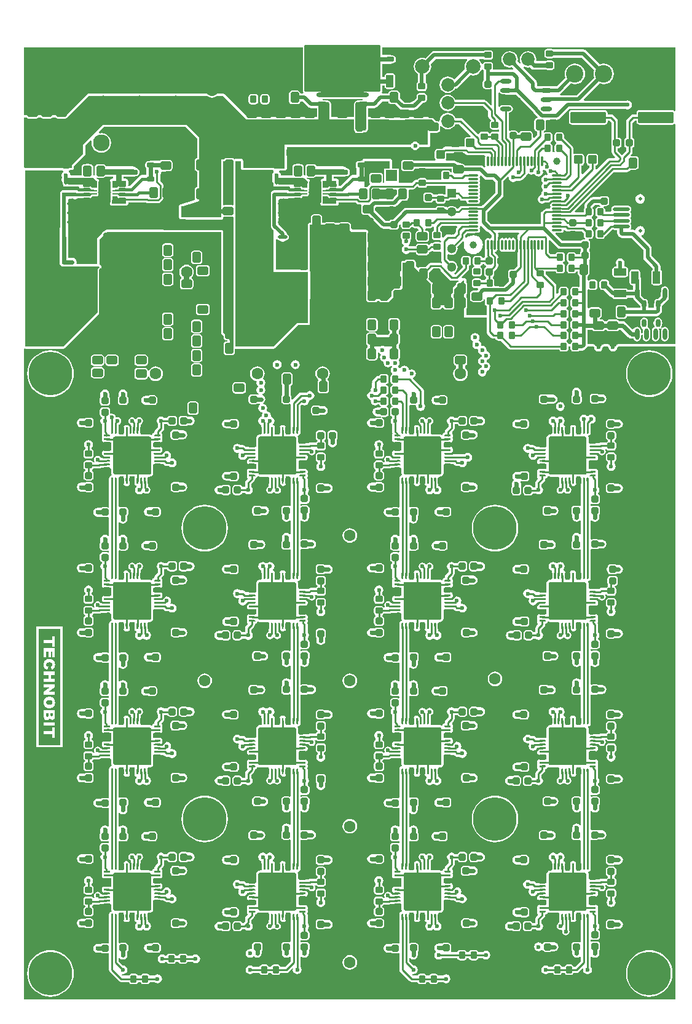
<source format=gtl>
%FSLAX44Y44*%
%MOMM*%
G71*
G01*
G75*
G04 Layer_Physical_Order=1*
G04 Layer_Color=128*
G04:AMPARAMS|DCode=10|XSize=1mm|YSize=0.9mm|CornerRadius=0.198mm|HoleSize=0mm|Usage=FLASHONLY|Rotation=180.000|XOffset=0mm|YOffset=0mm|HoleType=Round|Shape=RoundedRectangle|*
%AMROUNDEDRECTD10*
21,1,1.0000,0.5040,0,0,180.0*
21,1,0.6040,0.9000,0,0,180.0*
1,1,0.3960,-0.3020,0.2520*
1,1,0.3960,0.3020,0.2520*
1,1,0.3960,0.3020,-0.2520*
1,1,0.3960,-0.3020,-0.2520*
%
%ADD10ROUNDEDRECTD10*%
G04:AMPARAMS|DCode=11|XSize=1mm|YSize=0.9mm|CornerRadius=0.198mm|HoleSize=0mm|Usage=FLASHONLY|Rotation=90.000|XOffset=0mm|YOffset=0mm|HoleType=Round|Shape=RoundedRectangle|*
%AMROUNDEDRECTD11*
21,1,1.0000,0.5040,0,0,90.0*
21,1,0.6040,0.9000,0,0,90.0*
1,1,0.3960,0.2520,0.3020*
1,1,0.3960,0.2520,-0.3020*
1,1,0.3960,-0.2520,-0.3020*
1,1,0.3960,-0.2520,0.3020*
%
%ADD11ROUNDEDRECTD11*%
G04:AMPARAMS|DCode=12|XSize=1mm|YSize=0.95mm|CornerRadius=0.1995mm|HoleSize=0mm|Usage=FLASHONLY|Rotation=90.000|XOffset=0mm|YOffset=0mm|HoleType=Round|Shape=RoundedRectangle|*
%AMROUNDEDRECTD12*
21,1,1.0000,0.5510,0,0,90.0*
21,1,0.6010,0.9500,0,0,90.0*
1,1,0.3990,0.2755,0.3005*
1,1,0.3990,0.2755,-0.3005*
1,1,0.3990,-0.2755,-0.3005*
1,1,0.3990,-0.2755,0.3005*
%
%ADD12ROUNDEDRECTD12*%
G04:AMPARAMS|DCode=13|XSize=1.45mm|YSize=1.15mm|CornerRadius=0.2013mm|HoleSize=0mm|Usage=FLASHONLY|Rotation=90.000|XOffset=0mm|YOffset=0mm|HoleType=Round|Shape=RoundedRectangle|*
%AMROUNDEDRECTD13*
21,1,1.4500,0.7475,0,0,90.0*
21,1,1.0475,1.1500,0,0,90.0*
1,1,0.4025,0.3738,0.5238*
1,1,0.4025,0.3738,-0.5238*
1,1,0.4025,-0.3738,-0.5238*
1,1,0.4025,-0.3738,0.5238*
%
%ADD13ROUNDEDRECTD13*%
G04:AMPARAMS|DCode=14|XSize=1.45mm|YSize=1.15mm|CornerRadius=0.2013mm|HoleSize=0mm|Usage=FLASHONLY|Rotation=180.000|XOffset=0mm|YOffset=0mm|HoleType=Round|Shape=RoundedRectangle|*
%AMROUNDEDRECTD14*
21,1,1.4500,0.7475,0,0,180.0*
21,1,1.0475,1.1500,0,0,180.0*
1,1,0.4025,-0.5238,0.3738*
1,1,0.4025,0.5238,0.3738*
1,1,0.4025,0.5238,-0.3738*
1,1,0.4025,-0.5238,-0.3738*
%
%ADD14ROUNDEDRECTD14*%
G04:AMPARAMS|DCode=15|XSize=6.4mm|YSize=10.5mm|CornerRadius=0.128mm|HoleSize=0mm|Usage=FLASHONLY|Rotation=90.000|XOffset=0mm|YOffset=0mm|HoleType=Round|Shape=RoundedRectangle|*
%AMROUNDEDRECTD15*
21,1,6.4000,10.2440,0,0,90.0*
21,1,6.1440,10.5000,0,0,90.0*
1,1,0.2560,5.1220,3.0720*
1,1,0.2560,5.1220,-3.0720*
1,1,0.2560,-5.1220,-3.0720*
1,1,0.2560,-5.1220,3.0720*
%
%ADD15ROUNDEDRECTD15*%
G04:AMPARAMS|DCode=16|XSize=3.95mm|YSize=1.5mm|CornerRadius=0.2475mm|HoleSize=0mm|Usage=FLASHONLY|Rotation=90.000|XOffset=0mm|YOffset=0mm|HoleType=Round|Shape=RoundedRectangle|*
%AMROUNDEDRECTD16*
21,1,3.9500,1.0050,0,0,90.0*
21,1,3.4550,1.5000,0,0,90.0*
1,1,0.4950,0.5025,1.7275*
1,1,0.4950,0.5025,-1.7275*
1,1,0.4950,-0.5025,-1.7275*
1,1,0.4950,-0.5025,1.7275*
%
%ADD16ROUNDEDRECTD16*%
G04:AMPARAMS|DCode=17|XSize=2.85mm|YSize=1mm|CornerRadius=0.2mm|HoleSize=0mm|Usage=FLASHONLY|Rotation=90.000|XOffset=0mm|YOffset=0mm|HoleType=Round|Shape=RoundedRectangle|*
%AMROUNDEDRECTD17*
21,1,2.8500,0.6000,0,0,90.0*
21,1,2.4500,1.0000,0,0,90.0*
1,1,0.4000,0.3000,1.2250*
1,1,0.4000,0.3000,-1.2250*
1,1,0.4000,-0.3000,-1.2250*
1,1,0.4000,-0.3000,1.2250*
%
%ADD17ROUNDEDRECTD17*%
G04:AMPARAMS|DCode=18|XSize=6.45mm|YSize=6mm|CornerRadius=0.21mm|HoleSize=0mm|Usage=FLASHONLY|Rotation=90.000|XOffset=0mm|YOffset=0mm|HoleType=Round|Shape=RoundedRectangle|*
%AMROUNDEDRECTD18*
21,1,6.4500,5.5800,0,0,90.0*
21,1,6.0300,6.0000,0,0,90.0*
1,1,0.4200,2.7900,3.0150*
1,1,0.4200,2.7900,-3.0150*
1,1,0.4200,-2.7900,-3.0150*
1,1,0.4200,-2.7900,3.0150*
%
%ADD18ROUNDEDRECTD18*%
%ADD19O,1.3500X0.5000*%
G04:AMPARAMS|DCode=20|XSize=3mm|YSize=1.65mm|CornerRadius=0.1073mm|HoleSize=0mm|Usage=FLASHONLY|Rotation=90.000|XOffset=0mm|YOffset=0mm|HoleType=Round|Shape=RoundedRectangle|*
%AMROUNDEDRECTD20*
21,1,3.0000,1.4355,0,0,90.0*
21,1,2.7855,1.6500,0,0,90.0*
1,1,0.2145,0.7178,1.3927*
1,1,0.2145,0.7178,-1.3927*
1,1,0.2145,-0.7178,-1.3927*
1,1,0.2145,-0.7178,1.3927*
%
%ADD20ROUNDEDRECTD20*%
G04:AMPARAMS|DCode=21|XSize=1mm|YSize=0.45mm|CornerRadius=0.1125mm|HoleSize=0mm|Usage=FLASHONLY|Rotation=0.000|XOffset=0mm|YOffset=0mm|HoleType=Round|Shape=RoundedRectangle|*
%AMROUNDEDRECTD21*
21,1,1.0000,0.2250,0,0,0.0*
21,1,0.7750,0.4500,0,0,0.0*
1,1,0.2250,0.3875,-0.1125*
1,1,0.2250,-0.3875,-0.1125*
1,1,0.2250,-0.3875,0.1125*
1,1,0.2250,0.3875,0.1125*
%
%ADD21ROUNDEDRECTD21*%
G04:AMPARAMS|DCode=22|XSize=0.7mm|YSize=0.25mm|CornerRadius=0.0838mm|HoleSize=0mm|Usage=FLASHONLY|Rotation=0.000|XOffset=0mm|YOffset=0mm|HoleType=Round|Shape=RoundedRectangle|*
%AMROUNDEDRECTD22*
21,1,0.7000,0.0825,0,0,0.0*
21,1,0.5325,0.2500,0,0,0.0*
1,1,0.1675,0.2662,-0.0413*
1,1,0.1675,-0.2662,-0.0413*
1,1,0.1675,-0.2662,0.0413*
1,1,0.1675,0.2662,0.0413*
%
%ADD22ROUNDEDRECTD22*%
G04:AMPARAMS|DCode=23|XSize=1.35mm|YSize=1.65mm|CornerRadius=0.27mm|HoleSize=0mm|Usage=FLASHONLY|Rotation=90.000|XOffset=0mm|YOffset=0mm|HoleType=Round|Shape=RoundedRectangle|*
%AMROUNDEDRECTD23*
21,1,1.3500,1.1100,0,0,90.0*
21,1,0.8100,1.6500,0,0,90.0*
1,1,0.5400,0.5550,0.4050*
1,1,0.5400,0.5550,-0.4050*
1,1,0.5400,-0.5550,-0.4050*
1,1,0.5400,-0.5550,0.4050*
%
%ADD23ROUNDEDRECTD23*%
G04:AMPARAMS|DCode=24|XSize=1.2mm|YSize=1.2mm|CornerRadius=0.198mm|HoleSize=0mm|Usage=FLASHONLY|Rotation=270.000|XOffset=0mm|YOffset=0mm|HoleType=Round|Shape=RoundedRectangle|*
%AMROUNDEDRECTD24*
21,1,1.2000,0.8040,0,0,270.0*
21,1,0.8040,1.2000,0,0,270.0*
1,1,0.3960,-0.4020,-0.4020*
1,1,0.3960,-0.4020,0.4020*
1,1,0.3960,0.4020,0.4020*
1,1,0.3960,0.4020,-0.4020*
%
%ADD24ROUNDEDRECTD24*%
G04:AMPARAMS|DCode=25|XSize=1.2mm|YSize=1.2mm|CornerRadius=0.198mm|HoleSize=0mm|Usage=FLASHONLY|Rotation=0.000|XOffset=0mm|YOffset=0mm|HoleType=Round|Shape=RoundedRectangle|*
%AMROUNDEDRECTD25*
21,1,1.2000,0.8040,0,0,0.0*
21,1,0.8040,1.2000,0,0,0.0*
1,1,0.3960,0.4020,-0.4020*
1,1,0.3960,-0.4020,-0.4020*
1,1,0.3960,-0.4020,0.4020*
1,1,0.3960,0.4020,0.4020*
%
%ADD25ROUNDEDRECTD25*%
G04:AMPARAMS|DCode=26|XSize=1.75mm|YSize=1.05mm|CornerRadius=0.1995mm|HoleSize=0mm|Usage=FLASHONLY|Rotation=270.000|XOffset=0mm|YOffset=0mm|HoleType=Round|Shape=RoundedRectangle|*
%AMROUNDEDRECTD26*
21,1,1.7500,0.6510,0,0,270.0*
21,1,1.3510,1.0500,0,0,270.0*
1,1,0.3990,-0.3255,-0.6755*
1,1,0.3990,-0.3255,0.6755*
1,1,0.3990,0.3255,0.6755*
1,1,0.3990,0.3255,-0.6755*
%
%ADD26ROUNDEDRECTD26*%
%ADD27O,0.5000X1.3500*%
G04:AMPARAMS|DCode=28|XSize=6.5mm|YSize=5mm|CornerRadius=0.25mm|HoleSize=0mm|Usage=FLASHONLY|Rotation=90.000|XOffset=0mm|YOffset=0mm|HoleType=Round|Shape=RoundedRectangle|*
%AMROUNDEDRECTD28*
21,1,6.5000,4.5000,0,0,90.0*
21,1,6.0000,5.0000,0,0,90.0*
1,1,0.5000,2.2500,3.0000*
1,1,0.5000,2.2500,-3.0000*
1,1,0.5000,-2.2500,-3.0000*
1,1,0.5000,-2.2500,3.0000*
%
%ADD28ROUNDEDRECTD28*%
G04:AMPARAMS|DCode=29|XSize=1.05mm|YSize=0.65mm|CornerRadius=0.2015mm|HoleSize=0mm|Usage=FLASHONLY|Rotation=180.000|XOffset=0mm|YOffset=0mm|HoleType=Round|Shape=RoundedRectangle|*
%AMROUNDEDRECTD29*
21,1,1.0500,0.2470,0,0,180.0*
21,1,0.6470,0.6500,0,0,180.0*
1,1,0.4030,-0.3235,0.1235*
1,1,0.4030,0.3235,0.1235*
1,1,0.4030,0.3235,-0.1235*
1,1,0.4030,-0.3235,-0.1235*
%
%ADD29ROUNDEDRECTD29*%
G04:AMPARAMS|DCode=30|XSize=1mm|YSize=0.95mm|CornerRadius=0.1995mm|HoleSize=0mm|Usage=FLASHONLY|Rotation=0.000|XOffset=0mm|YOffset=0mm|HoleType=Round|Shape=RoundedRectangle|*
%AMROUNDEDRECTD30*
21,1,1.0000,0.5510,0,0,0.0*
21,1,0.6010,0.9500,0,0,0.0*
1,1,0.3990,0.3005,-0.2755*
1,1,0.3990,-0.3005,-0.2755*
1,1,0.3990,-0.3005,0.2755*
1,1,0.3990,0.3005,0.2755*
%
%ADD30ROUNDEDRECTD30*%
%ADD31C,0.4000*%
%ADD32C,0.0500*%
G04:AMPARAMS|DCode=33|XSize=2.3mm|YSize=0.5mm|CornerRadius=0.2mm|HoleSize=0mm|Usage=FLASHONLY|Rotation=180.000|XOffset=0mm|YOffset=0mm|HoleType=Round|Shape=RoundedRectangle|*
%AMROUNDEDRECTD33*
21,1,2.3000,0.1000,0,0,180.0*
21,1,1.9000,0.5000,0,0,180.0*
1,1,0.4000,-0.9500,0.0500*
1,1,0.4000,0.9500,0.0500*
1,1,0.4000,0.9500,-0.0500*
1,1,0.4000,-0.9500,-0.0500*
%
%ADD33ROUNDEDRECTD33*%
G04:AMPARAMS|DCode=34|XSize=2.5mm|YSize=2mm|CornerRadius=0.2mm|HoleSize=0mm|Usage=FLASHONLY|Rotation=180.000|XOffset=0mm|YOffset=0mm|HoleType=Round|Shape=RoundedRectangle|*
%AMROUNDEDRECTD34*
21,1,2.5000,1.6000,0,0,180.0*
21,1,2.1000,2.0000,0,0,180.0*
1,1,0.4000,-1.0500,0.8000*
1,1,0.4000,1.0500,0.8000*
1,1,0.4000,1.0500,-0.8000*
1,1,0.4000,-1.0500,-0.8000*
%
%ADD34ROUNDEDRECTD34*%
G04:AMPARAMS|DCode=35|XSize=1.1mm|YSize=0.6mm|CornerRadius=0.201mm|HoleSize=0mm|Usage=FLASHONLY|Rotation=270.000|XOffset=0mm|YOffset=0mm|HoleType=Round|Shape=RoundedRectangle|*
%AMROUNDEDRECTD35*
21,1,1.1000,0.1980,0,0,270.0*
21,1,0.6980,0.6000,0,0,270.0*
1,1,0.4020,-0.0990,-0.3490*
1,1,0.4020,-0.0990,0.3490*
1,1,0.4020,0.0990,0.3490*
1,1,0.4020,0.0990,-0.3490*
%
%ADD35ROUNDEDRECTD35*%
%ADD36C,1.0000*%
%ADD37O,0.3000X1.5000*%
%ADD38O,1.5000X0.3000*%
G04:AMPARAMS|DCode=39|XSize=4.9mm|YSize=1.6mm|CornerRadius=0.2mm|HoleSize=0mm|Usage=FLASHONLY|Rotation=180.000|XOffset=0mm|YOffset=0mm|HoleType=Round|Shape=RoundedRectangle|*
%AMROUNDEDRECTD39*
21,1,4.9000,1.2000,0,0,180.0*
21,1,4.5000,1.6000,0,0,180.0*
1,1,0.4000,-2.2500,0.6000*
1,1,0.4000,2.2500,0.6000*
1,1,0.4000,2.2500,-0.6000*
1,1,0.4000,-2.2500,-0.6000*
%
%ADD39ROUNDEDRECTD39*%
%ADD40R,1.3000X1.3000*%
%ADD41C,1.3000*%
%ADD42O,1.5500X0.6000*%
G04:AMPARAMS|DCode=43|XSize=1.75mm|YSize=1.05mm|CornerRadius=0.1995mm|HoleSize=0mm|Usage=FLASHONLY|Rotation=0.000|XOffset=0mm|YOffset=0mm|HoleType=Round|Shape=RoundedRectangle|*
%AMROUNDEDRECTD43*
21,1,1.7500,0.6510,0,0,0.0*
21,1,1.3510,1.0500,0,0,0.0*
1,1,0.3990,0.6755,-0.3255*
1,1,0.3990,-0.6755,-0.3255*
1,1,0.3990,-0.6755,0.3255*
1,1,0.3990,0.6755,0.3255*
%
%ADD43ROUNDEDRECTD43*%
%ADD44C,0.6000*%
%ADD45O,0.6000X1.5500*%
%ADD46C,0.2500*%
%ADD47C,0.6000*%
%ADD48C,0.5000*%
%ADD49C,0.5500*%
%ADD50C,0.4000*%
%ADD51C,0.4500*%
%ADD52C,0.8000*%
%ADD53C,1.0000*%
%ADD54C,0.2540*%
%ADD55C,1.6000*%
%ADD56R,1.6000X1.6000*%
%ADD57C,6.0000*%
%ADD58C,2.3000*%
%ADD59C,3.0000*%
%ADD60C,3.5000*%
%ADD61C,1.8500*%
%ADD62C,2.4000*%
%ADD63C,0.5000*%
%ADD64C,2.0000*%
%ADD65R,1.6000X1.6000*%
G36*
X737500Y1358750D02*
X733750D01*
X731750Y1356750D01*
X722750D01*
X722750Y1361000D01*
X737500D01*
X737500Y1358750D01*
D02*
G37*
G36*
X781250Y1356750D02*
X772250D01*
X770250Y1358750D01*
X766500D01*
Y1361000D01*
X781250D01*
Y1356750D01*
D02*
G37*
G36*
X865171Y1365237D02*
Y1359917D01*
X858362Y1353108D01*
X833500D01*
X833147Y1353038D01*
X831833Y1354116D01*
Y1365622D01*
X832378Y1366167D01*
X864409D01*
X865171Y1365237D01*
D02*
G37*
G36*
X771000Y1354250D02*
X779250D01*
X781500Y1352500D01*
Y1346750D01*
X762500D01*
X762750Y1356250D01*
X769000D01*
X771000Y1354250D01*
D02*
G37*
G36*
X481001Y1354251D02*
X489251D01*
X491501Y1352501D01*
Y1346751D01*
X472501D01*
X472751Y1356251D01*
X479001D01*
X481001Y1354251D01*
D02*
G37*
G36*
X733750Y1365750D02*
X737500D01*
Y1363500D01*
X722750D01*
Y1367750D01*
X731750D01*
X733750Y1365750D01*
D02*
G37*
G36*
X781250Y1363500D02*
X766500D01*
X766500Y1365750D01*
X770250D01*
X772250Y1367750D01*
X781250D01*
X781250Y1363500D01*
D02*
G37*
G36*
X985035Y1381035D02*
X986854Y1379819D01*
X989000Y1379392D01*
X996960D01*
X1000392Y1375960D01*
Y1361073D01*
X983653Y1344333D01*
X955000D01*
X953342Y1344003D01*
X951936Y1343064D01*
X948655Y1339783D01*
X946958Y1339894D01*
X946062Y1341062D01*
X944287Y1342425D01*
X942219Y1343281D01*
X940000Y1343573D01*
X937781Y1343281D01*
X935713Y1342425D01*
X934116Y1341199D01*
X932646Y1342181D01*
X930589Y1342590D01*
X929573Y1343269D01*
X928020Y1343578D01*
X921980D01*
X920427Y1343269D01*
X919111Y1342389D01*
X918231Y1341073D01*
X918138Y1340608D01*
X877649D01*
X875503Y1340181D01*
X873684Y1338965D01*
X859047Y1324328D01*
X857495D01*
X855936Y1324018D01*
X854615Y1323135D01*
X854596Y1323108D01*
X849008D01*
X834329Y1337787D01*
Y1340398D01*
X835823Y1341892D01*
X860685D01*
X862831Y1342319D01*
X864650Y1343535D01*
X871787Y1350671D01*
X876738D01*
X878303Y1350983D01*
X879630Y1351870D01*
X880517Y1353197D01*
X880829Y1354763D01*
Y1365237D01*
X881591Y1366167D01*
X886661D01*
X888319Y1366497D01*
X889725Y1367436D01*
X889725Y1367436D01*
X889725Y1367436D01*
X892278Y1369988D01*
X893969Y1369822D01*
X894111Y1369611D01*
X895427Y1368731D01*
X896980Y1368422D01*
X903020D01*
X904573Y1368731D01*
X905889Y1369611D01*
X906595Y1370667D01*
X931500D01*
Y1369000D01*
X931500D01*
Y1359354D01*
X929148D01*
X928020Y1359578D01*
X921980D01*
X920852Y1359354D01*
X914560D01*
X914518Y1359564D01*
X913635Y1360885D01*
X912314Y1361768D01*
X910755Y1362078D01*
X905245D01*
X903686Y1361768D01*
X902365Y1360885D01*
X901482Y1359564D01*
X901172Y1358005D01*
Y1351995D01*
X901482Y1350436D01*
X902365Y1349115D01*
X903686Y1348232D01*
X905245Y1347922D01*
X910755D01*
X912314Y1348232D01*
X913635Y1349115D01*
X914518Y1350436D01*
X914560Y1350646D01*
X917922D01*
Y1350480D01*
X918231Y1348927D01*
X919111Y1347611D01*
X920427Y1346731D01*
X921980Y1346422D01*
X928020D01*
X929573Y1346731D01*
X930889Y1347611D01*
X931769Y1348927D01*
X932078Y1350480D01*
Y1350646D01*
X934500D01*
X936166Y1350978D01*
X937579Y1351922D01*
X937657Y1352000D01*
X948500D01*
Y1353122D01*
X950071Y1353772D01*
X951921Y1351922D01*
X953334Y1350978D01*
X955000Y1350646D01*
X959750D01*
X959853Y1350667D01*
X959853Y1350667D01*
Y1350667D01*
X960431Y1350000D01*
D01*
X960703Y1348634D01*
X961477Y1347477D01*
X962634Y1346703D01*
X964000Y1346431D01*
X976000D01*
X977366Y1346703D01*
X978523Y1347477D01*
X979297Y1348634D01*
X979569Y1350000D01*
X979297Y1351366D01*
X978539Y1352500D01*
X979297Y1353634D01*
X979569Y1355000D01*
X979297Y1356366D01*
X978539Y1357500D01*
X979297Y1358634D01*
X979569Y1360000D01*
X979297Y1361366D01*
X978539Y1362500D01*
X979297Y1363634D01*
X979569Y1365000D01*
X979297Y1366366D01*
X978539Y1367500D01*
X979297Y1368634D01*
X979569Y1370000D01*
X979297Y1371366D01*
X978539Y1372500D01*
X979297Y1373634D01*
X979569Y1375000D01*
X979297Y1376366D01*
X978539Y1377500D01*
X979297Y1378634D01*
X979569Y1380000D01*
X979297Y1381366D01*
X978539Y1382500D01*
X979297Y1383634D01*
X979466Y1384483D01*
X981093Y1384977D01*
X985035Y1381035D01*
D02*
G37*
G36*
X447501Y1358751D02*
X443751D01*
X441751Y1356751D01*
X432751D01*
X432751Y1361001D01*
X447501D01*
X447501Y1358751D01*
D02*
G37*
G36*
X491251Y1356751D02*
X482251D01*
X480251Y1358751D01*
X476501D01*
Y1361001D01*
X491251D01*
Y1356751D01*
D02*
G37*
G36*
X926771Y1252518D02*
X927186Y1251897D01*
X937147Y1241936D01*
X937147D01*
X937147Y1241936D01*
X937147D01*
X937147Y1241936D01*
Y1241936D01*
X937147Y1241936D01*
Y1241936D01*
X938553Y1240997D01*
X940211Y1240667D01*
X947500D01*
X949158Y1240997D01*
X949520Y1241238D01*
X949923Y1240748D01*
X949350Y1239147D01*
X948697Y1239017D01*
X947370Y1238130D01*
X946483Y1236803D01*
X946236Y1235562D01*
X941666Y1230992D01*
X941003Y1229999D01*
X940770Y1228829D01*
X940770Y1228829D01*
Y1225064D01*
X940636Y1224390D01*
X940340Y1223947D01*
X940337Y1223945D01*
X940170Y1223695D01*
X939957Y1223482D01*
X939842Y1223204D01*
X939674Y1222953D01*
X939615Y1222658D01*
X939500Y1222379D01*
Y1222078D01*
X939441Y1221783D01*
Y1218217D01*
X939500Y1217922D01*
Y1217621D01*
X939615Y1217342D01*
X939674Y1217047D01*
X939842Y1216796D01*
X939957Y1216518D01*
X940170Y1216305D01*
X940337Y1216055D01*
X940340Y1216053D01*
X940636Y1215610D01*
X940770Y1214936D01*
Y1205064D01*
X940636Y1204390D01*
X940425Y1204075D01*
X940110Y1203864D01*
X939436Y1203730D01*
X932564D01*
X931890Y1203864D01*
X931575Y1204075D01*
X931339Y1204427D01*
X931257Y1204625D01*
X931199Y1204921D01*
X931031Y1205171D01*
X930916Y1205449D01*
X930703Y1205662D01*
X930536Y1205913D01*
X930285Y1206080D01*
X930072Y1206293D01*
X929794Y1206409D01*
X929543Y1206576D01*
X929248Y1206635D01*
X928970Y1206750D01*
X928668Y1206750D01*
X928373Y1206809D01*
X926627D01*
X926332Y1206750D01*
X926030D01*
X925752Y1206635D01*
X925457Y1206576D01*
X925206Y1206409D01*
X924928Y1206293D01*
X924715Y1206080D01*
X924464Y1205913D01*
X924297Y1205662D01*
X924084Y1205449D01*
X923969Y1205171D01*
X923801Y1204921D01*
X923743Y1204625D01*
X923661Y1204427D01*
X923425Y1204075D01*
X923110Y1203864D01*
X922436Y1203730D01*
X915564D01*
X914890Y1203864D01*
X914575Y1204075D01*
X914364Y1204390D01*
X914230Y1205064D01*
Y1214936D01*
X914364Y1215610D01*
X914660Y1216053D01*
X914663Y1216055D01*
X914830Y1216305D01*
X915043Y1216518D01*
X915158Y1216796D01*
X915326Y1217047D01*
X915385Y1217342D01*
X915500Y1217621D01*
Y1217922D01*
X915559Y1218217D01*
Y1221783D01*
X915500Y1222078D01*
Y1222379D01*
X915385Y1222658D01*
X915326Y1222953D01*
X915158Y1223204D01*
X915043Y1223482D01*
X914830Y1223695D01*
X914663Y1223945D01*
X914660Y1223947D01*
X914364Y1224390D01*
X914230Y1225064D01*
Y1234936D01*
X914352Y1235551D01*
Y1235852D01*
X914411Y1236148D01*
X914352Y1236443D01*
Y1236744D01*
X914237Y1237023D01*
X914178Y1237318D01*
X914011Y1237569D01*
X913896Y1237847D01*
X913683Y1238060D01*
X913515Y1238310D01*
X908536Y1243290D01*
X908829Y1244762D01*
Y1251701D01*
X913295Y1256167D01*
X923122D01*
X926771Y1252518D01*
D02*
G37*
G36*
X1033194Y1305322D02*
X1031936Y1304064D01*
X1030997Y1302658D01*
X1030667Y1301000D01*
Y1290000D01*
X1030667Y1290000D01*
Y1260795D01*
X1025700Y1255828D01*
X1021995D01*
X1020436Y1255518D01*
X1019115Y1254635D01*
X1018232Y1253314D01*
X1017922Y1251755D01*
Y1246245D01*
X1018232Y1244686D01*
X1019115Y1243365D01*
X1019392Y1243179D01*
Y1239823D01*
X1012677Y1233108D01*
X1000145D01*
X999066Y1234422D01*
X999078Y1234480D01*
Y1240520D01*
X998769Y1242073D01*
X997889Y1243389D01*
X996621Y1244237D01*
X996621Y1245937D01*
X997635Y1246615D01*
X998518Y1247936D01*
X998828Y1249495D01*
Y1253200D01*
X1003064Y1257436D01*
X1004003Y1258842D01*
X1004333Y1260500D01*
Y1272678D01*
X1004003Y1274336D01*
X1003064Y1275742D01*
X999919Y1278887D01*
X1000413Y1280513D01*
X1001366Y1280703D01*
X1002523Y1281477D01*
X1003297Y1282634D01*
X1003569Y1284000D01*
Y1287691D01*
X1004003Y1288342D01*
X1004333Y1290000D01*
Y1305000D01*
X1004218Y1305578D01*
X1005297Y1306892D01*
X1032543D01*
X1033194Y1305322D01*
D02*
G37*
G36*
X649891Y1395750D02*
X650124Y1394579D01*
X650787Y1393587D01*
X651779Y1392924D01*
X652950Y1392691D01*
X694209D01*
X695107Y1391793D01*
X695105Y1390114D01*
X694674Y1389826D01*
X693348Y1387841D01*
X692883Y1385500D01*
X693348Y1383159D01*
X693872Y1382375D01*
X693348Y1381591D01*
X692883Y1379250D01*
X693348Y1376909D01*
X694412Y1375317D01*
Y1375000D01*
X694761Y1373244D01*
X695092Y1372749D01*
X695086Y1364465D01*
X693903Y1364230D01*
X692084Y1363015D01*
X692035Y1362965D01*
X690999Y1361416D01*
Y1313834D01*
X692035Y1312285D01*
X695043Y1309276D01*
X695000Y1252500D01*
X742500D01*
Y1182500D01*
X727500D01*
X695000Y1150000D01*
X642500D01*
Y1405000D01*
X649891D01*
Y1395750D01*
D02*
G37*
G36*
X802500Y1307500D02*
X822500D01*
Y1212500D01*
X823448D01*
X823870Y1211870D01*
X825197Y1210983D01*
X826762Y1210671D01*
X834238D01*
X835803Y1210983D01*
X837130Y1211870D01*
X837552Y1212500D01*
X840449D01*
X840870Y1211870D01*
X842197Y1210983D01*
X843763Y1210671D01*
X851237D01*
X852803Y1210983D01*
X854130Y1211870D01*
X854552Y1212500D01*
X855000D01*
X872500Y1230000D01*
Y1233171D01*
X872517Y1233197D01*
X872829Y1234762D01*
Y1245238D01*
X872517Y1246803D01*
X872500Y1246829D01*
Y1253171D01*
X872517Y1253197D01*
X872829Y1254762D01*
Y1265000D01*
X882500D01*
X911352Y1236148D01*
X911171Y1235238D01*
Y1224762D01*
X911483Y1223197D01*
X912370Y1221870D01*
X912500Y1221783D01*
Y1218217D01*
X912370Y1218130D01*
X911483Y1216803D01*
X911171Y1215238D01*
Y1204762D01*
X911483Y1203197D01*
X912370Y1201870D01*
X913697Y1200983D01*
X915263Y1200671D01*
X922738D01*
X924303Y1200983D01*
X925630Y1201870D01*
X926517Y1203197D01*
X926627Y1203750D01*
X928373D01*
X928483Y1203197D01*
X929370Y1201870D01*
X930697Y1200983D01*
X932262Y1200671D01*
X939737D01*
X941303Y1200983D01*
X942630Y1201870D01*
X943517Y1203197D01*
X943829Y1204762D01*
Y1215238D01*
X943517Y1216803D01*
X942630Y1218130D01*
X942500Y1218217D01*
Y1221783D01*
X942630Y1221870D01*
X943517Y1223197D01*
X943829Y1224762D01*
Y1228829D01*
X956327Y1241327D01*
X957500Y1240841D01*
Y1190000D01*
X988167D01*
Y1170000D01*
X988497Y1168342D01*
X989436Y1166936D01*
X994436Y1161936D01*
X995842Y1160997D01*
X997500Y1160667D01*
X1000683D01*
X1000731Y1160427D01*
X1001611Y1159111D01*
X1002927Y1158231D01*
X1004480Y1157922D01*
X1007950D01*
X1015872Y1150000D01*
X1018936Y1146936D01*
X1020342Y1145997D01*
X1020342D01*
X1022000Y1145667D01*
X1088183D01*
X1088231Y1145427D01*
X1089111Y1144111D01*
X1090427Y1143231D01*
X1091980Y1142922D01*
X1097020D01*
X1098573Y1143231D01*
X1099889Y1144111D01*
X1100769Y1145427D01*
X1101078Y1146980D01*
Y1150000D01*
X1103922D01*
Y1146980D01*
X1104231Y1145427D01*
X1105111Y1144111D01*
X1106427Y1143231D01*
X1107980Y1142922D01*
X1113020D01*
X1114573Y1143231D01*
X1115889Y1144111D01*
X1116078Y1144392D01*
X1120000D01*
X1122146Y1144819D01*
X1123965Y1146035D01*
X1125965Y1148035D01*
X1127181Y1149854D01*
X1127210Y1150000D01*
X1135580D01*
X1136386Y1149018D01*
X1136382Y1149000D01*
X1136848Y1146659D01*
X1138174Y1144674D01*
X1140159Y1143348D01*
X1142500Y1142882D01*
X1144841Y1143348D01*
X1146826Y1144674D01*
X1148152Y1146659D01*
X1148617Y1149000D01*
X1148614Y1149018D01*
X1149420Y1150000D01*
X1155580D01*
X1156386Y1149018D01*
X1156382Y1149000D01*
X1156848Y1146659D01*
X1158174Y1144674D01*
X1160159Y1143348D01*
X1162500Y1142882D01*
X1164841Y1143348D01*
X1166826Y1144674D01*
X1168152Y1146659D01*
X1168617Y1149000D01*
X1168614Y1149018D01*
X1169420Y1150000D01*
X1248628D01*
Y1145000D01*
Y665000D01*
Y251372D01*
X351372D01*
Y1146264D01*
X352354Y1147070D01*
X353000Y1146941D01*
X405000D01*
X405976Y1147135D01*
X406171Y1147174D01*
X407163Y1147837D01*
X407163Y1147837D01*
X409326Y1150000D01*
X409326D01*
X454825Y1195499D01*
X455488Y1196491D01*
X455721Y1197662D01*
X455721Y1197662D01*
Y1254699D01*
X455892Y1255562D01*
X456211Y1256039D01*
X456514Y1256241D01*
X456621Y1256349D01*
X456755Y1256420D01*
X457040Y1256768D01*
X457358Y1257085D01*
X457416Y1257225D01*
X457512Y1257343D01*
X457643Y1257773D01*
X457815Y1258188D01*
Y1258340D01*
X457859Y1258485D01*
X457815Y1258932D01*
Y1259381D01*
X457757Y1259522D01*
X457742Y1259673D01*
X457373Y1260888D01*
X457301Y1261022D01*
X457272Y1261171D01*
X457022Y1261544D01*
X456810Y1261940D01*
X456693Y1262037D01*
X456609Y1262163D01*
X456235Y1262412D01*
X455888Y1262698D01*
X455743Y1262742D01*
X455616Y1262826D01*
X455176Y1262914D01*
X455000Y1262967D01*
Y1297500D01*
X465000Y1307500D01*
X622500Y1307250D01*
Y1167500D01*
X626171Y1163829D01*
Y1162262D01*
X626483Y1160697D01*
X627370Y1159370D01*
X628697Y1158483D01*
X630262Y1158171D01*
X630925D01*
X631631Y1157115D01*
X631512Y1156829D01*
X630262D01*
X628697Y1156517D01*
X627370Y1155630D01*
X626483Y1154303D01*
X626171Y1152738D01*
Y1150000D01*
Y1142262D01*
X626483Y1140697D01*
X627370Y1139370D01*
X628697Y1138483D01*
X630262Y1138171D01*
X637738D01*
X639303Y1138483D01*
X640630Y1139370D01*
X641517Y1140697D01*
X641829Y1142262D01*
Y1146390D01*
X642500Y1146941D01*
X695000D01*
X696171Y1147174D01*
X696568Y1147440D01*
X697163Y1147837D01*
X697163Y1147837D01*
D01*
D01*
X728767Y1179441D01*
X742500D01*
X743671Y1179674D01*
X744158Y1180000D01*
X745000D01*
Y1180842D01*
X745326Y1181329D01*
X745559Y1182500D01*
Y1252500D01*
X745326Y1253671D01*
X745000Y1254158D01*
Y1317500D01*
X792500D01*
X802500Y1307500D01*
D02*
G37*
G36*
X405117Y1391602D02*
X405115Y1390121D01*
X404675Y1389827D01*
X403349Y1387842D01*
X402883Y1385501D01*
X403349Y1383160D01*
X403873Y1382376D01*
X403349Y1381592D01*
X402883Y1379251D01*
X403349Y1376910D01*
X404412Y1375318D01*
Y1375001D01*
X404762Y1373245D01*
X405100Y1372739D01*
X405093Y1364938D01*
X403660Y1364653D01*
X401675Y1363327D01*
X401000Y1362316D01*
Y1313000D01*
X400393D01*
Y1302408D01*
X400349Y1302342D01*
X399883Y1300001D01*
Y1266001D01*
X400349Y1263660D01*
X401675Y1261675D01*
X403660Y1260349D01*
X405000Y1260082D01*
X405000Y1260000D01*
X405414D01*
X406001Y1259883D01*
X417240D01*
X417499Y1259832D01*
X418346Y1260000D01*
X454446D01*
X454815Y1258785D01*
X454006Y1258244D01*
X453011Y1256756D01*
X452662Y1255000D01*
Y1197662D01*
X405000Y1150000D01*
X353000D01*
Y1392500D01*
X404219D01*
X405117Y1391602D01*
D02*
G37*
G36*
X947968Y1314096D02*
X946936Y1313064D01*
X945997Y1311658D01*
X945667Y1310000D01*
Y1306795D01*
X943205Y1304333D01*
X935000D01*
X933342Y1304003D01*
X931936Y1303064D01*
X928975Y1300103D01*
X927078Y1300480D01*
Y1305520D01*
X926769Y1307073D01*
X925889Y1308389D01*
X924573Y1309269D01*
X924333Y1309317D01*
Y1313205D01*
X926795Y1315667D01*
X947318D01*
X947968Y1314096D01*
D02*
G37*
G36*
X638110Y1406136D02*
X638425Y1405925D01*
X638443Y1405898D01*
X638443Y1405898D01*
X639287Y1405054D01*
X639287Y1405054D01*
D01*
X639441Y1404990D01*
Y1345330D01*
X638127Y1344251D01*
X637738Y1344329D01*
X627262D01*
X626873Y1344251D01*
X625559Y1345330D01*
Y1404441D01*
X626949D01*
X627244Y1404500D01*
X627545D01*
X627823Y1404615D01*
X628119Y1404674D01*
X628369Y1404841D01*
X628648Y1404957D01*
X628861Y1405170D01*
X629111Y1405337D01*
X629279Y1405588D01*
X629492Y1405801D01*
X629575Y1405925D01*
X629890Y1406136D01*
X630564Y1406270D01*
X637436D01*
X638110Y1406136D01*
D02*
G37*
G36*
X988535Y1308535D02*
X990354Y1307319D01*
X991850Y1307021D01*
X995667Y1303205D01*
Y1300116D01*
X995000Y1299568D01*
X993634Y1299297D01*
X992500Y1298539D01*
X991366Y1299297D01*
X990000Y1299568D01*
X988634Y1299297D01*
X987477Y1298523D01*
X986703Y1297366D01*
X986431Y1296000D01*
Y1292309D01*
X985997Y1291658D01*
X985667Y1290000D01*
Y1275000D01*
X985997Y1273342D01*
X985997Y1273342D01*
X985997Y1273342D01*
X986003Y1273333D01*
X985201Y1271833D01*
X982317D01*
X982269Y1272073D01*
X981389Y1273389D01*
X980073Y1274269D01*
X978520Y1274578D01*
X973480D01*
X971927Y1274269D01*
X970611Y1273389D01*
X969731Y1272073D01*
X969422Y1270520D01*
Y1264480D01*
X969731Y1262927D01*
X970611Y1261611D01*
X971422Y1261068D01*
X971090Y1259401D01*
X970427Y1259269D01*
X969111Y1258389D01*
X968231Y1257073D01*
X967922Y1255520D01*
Y1250480D01*
X968231Y1248927D01*
X969111Y1247611D01*
X970427Y1246731D01*
X971980Y1246422D01*
X978020D01*
X979573Y1246731D01*
X980889Y1247611D01*
X981769Y1248927D01*
X982078Y1250480D01*
Y1255520D01*
X981769Y1257073D01*
X980889Y1258389D01*
X980485Y1258660D01*
X980073Y1260731D01*
X981389Y1261611D01*
X982269Y1262927D01*
X982317Y1263167D01*
X985436D01*
X985482Y1262936D01*
X986365Y1261615D01*
X987509Y1260850D01*
Y1259150D01*
X986365Y1258385D01*
X985482Y1257064D01*
X985172Y1255505D01*
Y1249495D01*
X985482Y1247936D01*
X986365Y1246615D01*
X987667Y1245745D01*
Y1243761D01*
X987111Y1243389D01*
X986231Y1242073D01*
X986084Y1241333D01*
X981595D01*
X980889Y1242389D01*
X979573Y1243269D01*
X978020Y1243578D01*
X971980D01*
X970427Y1243269D01*
X969111Y1242389D01*
X968231Y1241073D01*
X967922Y1239520D01*
Y1234480D01*
X968231Y1232927D01*
X969111Y1231611D01*
X970427Y1230731D01*
X971980Y1230422D01*
X976270D01*
X976921Y1228851D01*
X974898Y1226829D01*
X969762D01*
X968197Y1226517D01*
X966870Y1225630D01*
X965983Y1224303D01*
X965671Y1222738D01*
Y1215263D01*
X965983Y1213697D01*
X966870Y1212370D01*
X968197Y1211483D01*
X969762Y1211171D01*
X980238D01*
X981803Y1211483D01*
X983130Y1212370D01*
X984017Y1213697D01*
X984230Y1214768D01*
X985922Y1214601D01*
Y1209480D01*
X986231Y1207927D01*
X987111Y1206611D01*
X988167Y1205905D01*
Y1193059D01*
X960559D01*
Y1201822D01*
X960630Y1201870D01*
X961517Y1203197D01*
X961829Y1204762D01*
Y1215238D01*
X961517Y1216803D01*
X960630Y1218130D01*
X960559Y1218178D01*
Y1221822D01*
X960630Y1221870D01*
X961517Y1223197D01*
X961829Y1224762D01*
Y1235238D01*
X961517Y1236803D01*
X960630Y1238130D01*
X960559Y1238178D01*
Y1240841D01*
X960411Y1241585D01*
X960326Y1242011D01*
X960194Y1242209D01*
X959663Y1243003D01*
X959068Y1243401D01*
X958671Y1243667D01*
X957497Y1244153D01*
X957031Y1244245D01*
X956327Y1244386D01*
X955583Y1244237D01*
X955156Y1244153D01*
X954205Y1245577D01*
X963064Y1254436D01*
X964003Y1255842D01*
X964003Y1255842D01*
X964003Y1255842D01*
X964333Y1257500D01*
Y1260905D01*
X965389Y1261611D01*
X966269Y1262927D01*
X966578Y1264480D01*
Y1270520D01*
X966269Y1272073D01*
X965389Y1273389D01*
X964073Y1274269D01*
X962520Y1274578D01*
X957480D01*
X955927Y1274269D01*
X954611Y1273389D01*
X953731Y1272073D01*
X953422Y1270520D01*
Y1264480D01*
X953731Y1262927D01*
X954611Y1261611D01*
X955667Y1260905D01*
Y1259295D01*
X945705Y1249333D01*
X944227D01*
X943577Y1250904D01*
X944221Y1251548D01*
X944287Y1251575D01*
X946062Y1252938D01*
X947425Y1254713D01*
X948281Y1256781D01*
X948573Y1259000D01*
X948281Y1261219D01*
X947425Y1263287D01*
X946062Y1265062D01*
X944287Y1266425D01*
X942219Y1267281D01*
X940000Y1267573D01*
X937839Y1267289D01*
X934333Y1270795D01*
Y1276117D01*
X935747Y1277061D01*
X937781Y1276219D01*
X940000Y1275927D01*
X942219Y1276219D01*
X944287Y1277075D01*
X946062Y1278438D01*
X947425Y1280213D01*
X948281Y1282281D01*
X948573Y1284500D01*
X948281Y1286719D01*
X948154Y1287026D01*
X956134Y1295006D01*
X957548Y1294062D01*
X957431Y1293781D01*
X957353Y1293389D01*
X957225Y1293010D01*
X956881Y1290399D01*
X956907Y1290000D01*
X956881Y1289601D01*
X957225Y1286990D01*
X957353Y1286611D01*
X957431Y1286219D01*
X958439Y1283786D01*
X958661Y1283454D01*
X958838Y1283095D01*
X960441Y1281006D01*
X960742Y1280742D01*
X961006Y1280441D01*
X963095Y1278838D01*
X963454Y1278661D01*
X963786Y1278439D01*
X966219Y1277431D01*
X966611Y1277353D01*
X966990Y1277225D01*
X969601Y1276881D01*
X970000Y1276907D01*
X970399Y1276881D01*
X973010Y1277225D01*
X973389Y1277353D01*
X973781Y1277431D01*
X976214Y1278439D01*
X976546Y1278661D01*
X976905Y1278838D01*
X978994Y1280441D01*
X979258Y1280742D01*
X979559Y1281006D01*
X981162Y1283095D01*
X981339Y1283454D01*
X981561Y1283786D01*
X982569Y1286219D01*
X982646Y1286611D01*
X982775Y1286990D01*
X983119Y1289601D01*
X983093Y1290000D01*
X983119Y1290399D01*
X982775Y1293010D01*
X982647Y1293389D01*
X982569Y1293781D01*
X981561Y1296214D01*
X981339Y1296546D01*
X981162Y1296905D01*
X979559Y1298994D01*
X979258Y1299258D01*
X978994Y1299559D01*
X976905Y1301162D01*
X976546Y1301339D01*
X976214Y1301561D01*
X973781Y1302569D01*
X973389Y1302646D01*
X973010Y1302775D01*
X970399Y1303119D01*
X970000Y1303093D01*
X969601Y1303119D01*
X966990Y1302775D01*
X966611Y1302646D01*
X966219Y1302569D01*
X963786Y1301561D01*
X963454Y1301339D01*
X963095Y1301162D01*
X961006Y1299559D01*
X960924Y1299466D01*
X959333Y1300065D01*
Y1303205D01*
X961795Y1305667D01*
X970000D01*
X971658Y1305997D01*
X972309Y1306431D01*
X976000D01*
X977366Y1306703D01*
X978523Y1307477D01*
X979297Y1308634D01*
X979569Y1310000D01*
X979297Y1311366D01*
X978539Y1312500D01*
X979297Y1313634D01*
X979569Y1315000D01*
X979519Y1315250D01*
X981018Y1316051D01*
X988535Y1308535D01*
D02*
G37*
G36*
X1086035Y1286035D02*
D01*
X1086035D01*
Y1286035D01*
D01*
X1086035D01*
Y1286035D01*
X1086035D01*
X1086035Y1286035D01*
Y1286035D01*
X1086035Y1286035D01*
Y1286035D01*
X1087854Y1284819D01*
X1090000Y1284392D01*
X1118179D01*
X1118365Y1284115D01*
X1118392Y1284096D01*
Y1280904D01*
X1118365Y1280885D01*
X1117482Y1279564D01*
X1117172Y1278005D01*
Y1276833D01*
X1111817D01*
X1111769Y1277073D01*
X1110889Y1278389D01*
X1109573Y1279269D01*
X1108020Y1279578D01*
X1102980D01*
X1101427Y1279269D01*
X1100111Y1278389D01*
X1099231Y1277073D01*
X1098922Y1275520D01*
Y1269480D01*
X1099231Y1267927D01*
X1100111Y1266611D01*
X1101249Y1265850D01*
Y1264150D01*
X1100111Y1263389D01*
X1099231Y1262073D01*
X1098922Y1260520D01*
Y1254480D01*
X1099231Y1252927D01*
X1100111Y1251611D01*
X1101427Y1250731D01*
X1102980Y1250422D01*
X1108020D01*
X1109573Y1250731D01*
X1110889Y1251611D01*
X1111769Y1252927D01*
X1111817Y1253167D01*
X1114171D01*
Y1250263D01*
X1114483Y1248697D01*
X1115370Y1247370D01*
X1116392Y1246686D01*
Y1232357D01*
X1114893Y1231555D01*
X1114573Y1231769D01*
X1113020Y1232078D01*
X1107980D01*
X1106427Y1231769D01*
X1105111Y1230889D01*
X1104231Y1229573D01*
X1103922Y1228020D01*
Y1221980D01*
X1104231Y1220427D01*
X1105111Y1219111D01*
X1106249Y1218350D01*
Y1216650D01*
X1105111Y1215889D01*
X1104231Y1214573D01*
X1103922Y1213020D01*
Y1206980D01*
X1104231Y1205427D01*
X1105111Y1204111D01*
X1106249Y1203350D01*
Y1201650D01*
X1105111Y1200889D01*
X1104231Y1199573D01*
X1103922Y1198020D01*
Y1191980D01*
X1104231Y1190427D01*
X1105111Y1189111D01*
X1106249Y1188350D01*
Y1186650D01*
X1105111Y1185889D01*
X1104231Y1184573D01*
X1103922Y1183020D01*
Y1176980D01*
X1104231Y1175427D01*
X1105111Y1174111D01*
X1106249Y1173350D01*
Y1171650D01*
X1105111Y1170889D01*
X1104231Y1169573D01*
X1103922Y1168020D01*
Y1161980D01*
X1104231Y1160427D01*
X1105111Y1159111D01*
X1106249Y1158350D01*
Y1156650D01*
X1105111Y1155889D01*
X1104231Y1154573D01*
X1103931Y1153065D01*
X1103922Y1153059D01*
X1101078D01*
X1101069Y1153065D01*
X1100769Y1154573D01*
X1099889Y1155889D01*
X1098751Y1156650D01*
Y1158350D01*
X1099889Y1159111D01*
X1100769Y1160427D01*
X1101078Y1161980D01*
Y1168020D01*
X1100769Y1169573D01*
X1099889Y1170889D01*
X1098751Y1171650D01*
Y1173350D01*
X1099889Y1174111D01*
X1100769Y1175427D01*
X1101078Y1176980D01*
Y1183020D01*
X1100769Y1184573D01*
X1099889Y1185889D01*
X1098751Y1186650D01*
Y1188350D01*
X1099889Y1189111D01*
X1100769Y1190427D01*
X1101078Y1191980D01*
Y1198020D01*
X1100769Y1199573D01*
X1099889Y1200889D01*
X1098751Y1201650D01*
Y1203350D01*
X1099889Y1204111D01*
X1100769Y1205427D01*
X1101078Y1206980D01*
Y1213020D01*
X1100769Y1214573D01*
X1099889Y1215889D01*
X1098751Y1216650D01*
Y1218350D01*
X1099889Y1219111D01*
X1100769Y1220427D01*
X1101078Y1221980D01*
Y1228020D01*
X1100769Y1229573D01*
X1099889Y1230889D01*
X1098573Y1231769D01*
X1097020Y1232078D01*
X1091980D01*
X1090427Y1231769D01*
X1089111Y1230889D01*
X1088231Y1229573D01*
X1087922Y1228020D01*
Y1224479D01*
X1085904Y1222461D01*
X1084333Y1223111D01*
Y1233000D01*
X1084003Y1234658D01*
X1083064Y1236064D01*
X1069578Y1249550D01*
Y1253020D01*
X1069698Y1253167D01*
X1083183D01*
X1083231Y1252927D01*
X1084111Y1251611D01*
X1085427Y1250731D01*
X1086980Y1250422D01*
X1092020D01*
X1093573Y1250731D01*
X1094889Y1251611D01*
X1095769Y1252927D01*
X1096078Y1254480D01*
Y1260520D01*
X1095769Y1262073D01*
X1094889Y1263389D01*
X1093751Y1264150D01*
Y1265850D01*
X1094889Y1266611D01*
X1095769Y1267927D01*
X1096078Y1269480D01*
Y1275520D01*
X1095769Y1277073D01*
X1094889Y1278389D01*
X1093573Y1279269D01*
X1092020Y1279578D01*
X1086980D01*
X1085427Y1279269D01*
X1084111Y1278389D01*
X1083231Y1277073D01*
X1083183Y1276833D01*
X1076795D01*
X1074333Y1279295D01*
Y1295515D01*
X1075904Y1296166D01*
X1086035Y1286035D01*
D02*
G37*
G36*
X1096936Y1309436D02*
X1096936D01*
X1096936Y1309436D01*
X1096936D01*
X1096936Y1309436D01*
Y1309436D01*
X1096936Y1309436D01*
Y1309436D01*
X1098342Y1308497D01*
X1100000Y1308167D01*
X1119705D01*
X1122422Y1305450D01*
Y1301980D01*
X1122731Y1300427D01*
X1123611Y1299111D01*
X1124218Y1298705D01*
X1123724Y1297078D01*
X1121245D01*
X1119686Y1296768D01*
X1118365Y1295885D01*
X1118179Y1295608D01*
X1092323D01*
X1083070Y1304861D01*
X1083720Y1306431D01*
X1091000D01*
X1092366Y1306703D01*
X1093523Y1307477D01*
X1094297Y1308634D01*
X1094516Y1309736D01*
X1096143Y1310229D01*
X1096936Y1309436D01*
D02*
G37*
G36*
X589441Y1436233D02*
Y1410000D01*
X589441Y1410000D01*
D01*
D01*
D01*
X589441Y1410000D01*
Y1409165D01*
X588697Y1409017D01*
X587370Y1408130D01*
X586483Y1406803D01*
X586171Y1405237D01*
Y1394763D01*
X586483Y1393197D01*
X587370Y1391870D01*
X588697Y1390983D01*
X589441Y1390835D01*
X589441Y1369165D01*
X588697Y1369017D01*
X587370Y1368130D01*
X586483Y1366803D01*
X586171Y1365237D01*
Y1354763D01*
X586483Y1353197D01*
X586695Y1352879D01*
X586120Y1351279D01*
X566621Y1345430D01*
X566483Y1345356D01*
X566329Y1345326D01*
X565960Y1345079D01*
X565811Y1345000D01*
X565000D01*
Y1344184D01*
X564807Y1343950D01*
X564761Y1343801D01*
X564674Y1343671D01*
X564587Y1343234D01*
X564457Y1342809D01*
X564472Y1342653D01*
X564441Y1342500D01*
X564441Y1328398D01*
X564441Y1328398D01*
X564674Y1327227D01*
X565000Y1326740D01*
Y1325000D01*
X566740D01*
X567228Y1324674D01*
X568398Y1324441D01*
X568398Y1324441D01*
X595000Y1324441D01*
X622500D01*
X623671Y1324674D01*
X624663Y1325337D01*
X625326Y1326329D01*
X625559Y1327500D01*
Y1327670D01*
X626873Y1328749D01*
X627262Y1328671D01*
X637738D01*
X638127Y1328749D01*
X639441Y1327670D01*
Y1150000D01*
X629230D01*
Y1152436D01*
X629364Y1153110D01*
X629575Y1153425D01*
X629890Y1153636D01*
X630564Y1153770D01*
X631512D01*
X632150Y1153897D01*
X632683Y1154003D01*
X633277Y1154400D01*
X633675Y1154666D01*
X634072Y1155261D01*
X634338Y1155658D01*
X634457Y1155945D01*
X634515Y1156240D01*
X634631Y1156519D01*
Y1156820D01*
X634690Y1157115D01*
X634631Y1157411D01*
Y1157712D01*
X634515Y1157990D01*
X634457Y1158286D01*
X634289Y1158537D01*
X634174Y1158815D01*
X633469Y1159871D01*
X633256Y1160084D01*
X633088Y1160334D01*
X632838Y1160502D01*
X632625Y1160715D01*
X632346Y1160830D01*
X632096Y1160997D01*
X631800Y1161056D01*
X631522Y1161171D01*
X631221D01*
X630925Y1161230D01*
X630564D01*
X629890Y1161364D01*
X629575Y1161575D01*
X629364Y1161890D01*
X629230Y1162564D01*
Y1163829D01*
X629230Y1163829D01*
X628997Y1164999D01*
X628334Y1165992D01*
X628334Y1165992D01*
X625559Y1168767D01*
Y1307250D01*
X625443Y1307832D01*
X625328Y1308416D01*
X625326Y1308418D01*
X625326Y1308421D01*
X624995Y1308915D01*
X624666Y1309409D01*
X624664Y1309411D01*
X624663Y1309413D01*
X624173Y1309740D01*
X623675Y1310074D01*
X623673Y1310074D01*
X623671Y1310076D01*
X623092Y1310191D01*
X622505Y1310309D01*
X465005Y1310559D01*
X465002Y1310558D01*
X465000Y1310559D01*
X464418Y1310443D01*
X463834Y1310328D01*
X463832Y1310326D01*
X463829Y1310326D01*
X463340Y1309999D01*
X462841Y1309666D01*
X462839Y1309664D01*
X462837Y1309663D01*
X461938Y1308764D01*
X460697Y1308517D01*
X459370Y1307630D01*
X458483Y1306303D01*
X458236Y1305062D01*
X452837Y1299663D01*
X452174Y1298671D01*
X451941Y1297500D01*
X451941Y1297500D01*
Y1263059D01*
X424382D01*
X423303Y1264373D01*
X423617Y1265949D01*
X423151Y1268290D01*
X421825Y1270275D01*
X421797Y1270294D01*
X421775Y1270327D01*
X419790Y1271653D01*
X417449Y1272118D01*
X412118D01*
Y1300001D01*
X411653Y1302342D01*
X411608Y1302408D01*
Y1325094D01*
X411653Y1325160D01*
X412118Y1327501D01*
X411653Y1329842D01*
X411608Y1329908D01*
Y1352018D01*
X412923Y1353097D01*
X414000Y1352883D01*
X416341Y1353348D01*
X417171Y1353903D01*
X417705D01*
X418909Y1353098D01*
X421250Y1352632D01*
X423591Y1353098D01*
X424795Y1353903D01*
X431691D01*
X432518Y1353738D01*
X432751Y1353692D01*
X434287D01*
X434751Y1354001D01*
X442751D01*
X444501Y1355751D01*
X447796D01*
X448199Y1355831D01*
X448671Y1355925D01*
X448671Y1355925D01*
X448671D01*
X449269Y1356324D01*
X449664Y1356588D01*
X449664Y1356588D01*
X449664Y1356588D01*
X449735Y1356695D01*
X450663D01*
X451770Y1356915D01*
X452709Y1357543D01*
X453336Y1358481D01*
X453556Y1359588D01*
Y1360413D01*
X453336Y1361520D01*
X452848Y1362251D01*
X453336Y1362981D01*
X453556Y1364088D01*
Y1364913D01*
X453363Y1365887D01*
X453664Y1366088D01*
X454327Y1367080D01*
X454559Y1368251D01*
Y1375455D01*
X454618Y1375751D01*
X454559Y1376046D01*
Y1377751D01*
X454327Y1378921D01*
X453664Y1379914D01*
X452671Y1380577D01*
X452241Y1380662D01*
X450806Y1382097D01*
X452763Y1382373D01*
X452763Y1382373D01*
Y1382373D01*
D01*
D01*
X460238D01*
X461804Y1382684D01*
X463131Y1383571D01*
X463307Y1383834D01*
X473940D01*
Y1380810D01*
X472751D01*
X471580Y1380577D01*
X470588Y1379914D01*
X469925Y1378921D01*
X469692Y1377751D01*
Y1368251D01*
X469925Y1367080D01*
X470588Y1366088D01*
X470662Y1366039D01*
X470665Y1366020D01*
X470665D01*
X470665Y1366020D01*
X470445Y1364913D01*
Y1364088D01*
X470665Y1362981D01*
X471153Y1362251D01*
X470665Y1361520D01*
X470445Y1360413D01*
Y1359588D01*
X470665Y1358482D01*
X470645Y1358470D01*
X470622Y1358436D01*
X470588Y1358414D01*
X470278Y1357950D01*
X469957Y1357495D01*
X469948Y1357455D01*
X469925Y1357421D01*
X469816Y1356875D01*
X469693Y1356331D01*
X469443Y1346831D01*
X469450Y1346791D01*
X469442Y1346751D01*
X469551Y1346204D01*
X469645Y1345655D01*
X469667Y1345620D01*
X469675Y1345580D01*
X469984Y1345117D01*
X470282Y1344646D01*
X470315Y1344622D01*
X470338Y1344588D01*
X470801Y1344278D01*
X471256Y1343957D01*
X471296Y1343948D01*
X471330Y1343925D01*
X471877Y1343816D01*
X472420Y1343693D01*
X472461Y1343700D01*
X472501Y1343692D01*
X491501D01*
X492671Y1343925D01*
X493664Y1344588D01*
X494327Y1345580D01*
X494559Y1346751D01*
Y1348168D01*
X518715D01*
X520092Y1347247D01*
X521751Y1346918D01*
X535668D01*
X537326Y1347247D01*
X538732Y1348187D01*
X541815Y1351270D01*
X542754Y1352675D01*
X543084Y1354333D01*
X543084Y1354333D01*
X543084Y1354333D01*
Y1354334D01*
Y1371947D01*
X542754Y1373605D01*
X541815Y1375011D01*
X538583Y1378242D01*
Y1385936D01*
X539902Y1387909D01*
X540368Y1390250D01*
X540368Y1390250D01*
D01*
X551488Y1391035D01*
X551488Y1391035D01*
Y1391035D01*
X553054Y1391347D01*
X554381Y1392234D01*
X555268Y1393561D01*
X555579Y1395126D01*
Y1402601D01*
X555268Y1404167D01*
X554381Y1405494D01*
X553054Y1406381D01*
X551488Y1406693D01*
X541013D01*
X539448Y1406381D01*
X538232Y1405569D01*
X525501D01*
X523160Y1405103D01*
X522676Y1404780D01*
X522266D01*
X520699Y1404469D01*
X519371Y1403581D01*
X518484Y1402253D01*
X518172Y1400687D01*
Y1398217D01*
X518484Y1396650D01*
X519371Y1395322D01*
X519383Y1395314D01*
Y1385854D01*
X514001D01*
X511952Y1385446D01*
X510216Y1384286D01*
X509490Y1383200D01*
X497087Y1370797D01*
X495389Y1370880D01*
X494542Y1371913D01*
X494559Y1372001D01*
Y1377751D01*
X494327Y1378921D01*
X493664Y1379914D01*
X492671Y1380577D01*
X491501Y1380810D01*
X488061D01*
Y1383834D01*
X502501D01*
X504842Y1384300D01*
X505326Y1384623D01*
X505736D01*
X507302Y1384935D01*
X508630Y1385822D01*
X509518Y1387150D01*
X509829Y1388717D01*
Y1391187D01*
X509518Y1392753D01*
X508630Y1394081D01*
X507302Y1394969D01*
X505845Y1395258D01*
X505076Y1396027D01*
X503092Y1397354D01*
X500751Y1397819D01*
X464154D01*
X464018Y1398505D01*
X463131Y1399832D01*
X461804Y1400719D01*
X460238Y1401030D01*
X452763D01*
X451198Y1400719D01*
X449870Y1399832D01*
X448983Y1398505D01*
X448672Y1396939D01*
Y1386464D01*
X448801Y1385817D01*
X447649Y1385047D01*
X446235Y1385991D01*
X446329Y1386464D01*
Y1396939D01*
X446018Y1398505D01*
X445131Y1399832D01*
X443804Y1400719D01*
X442238Y1401030D01*
X441399D01*
X440842Y1401403D01*
X438501Y1401868D01*
X436160Y1401403D01*
X435602Y1401030D01*
X434763D01*
X433198Y1400719D01*
X431870Y1399832D01*
X430984Y1398505D01*
X430672Y1396939D01*
Y1386464D01*
X429773Y1385368D01*
X415227D01*
X415118Y1385501D01*
X414653Y1387842D01*
X413326Y1389827D01*
X412545Y1390349D01*
X412877Y1392016D01*
X413671Y1392174D01*
X414446Y1392692D01*
X416951D01*
X418121Y1392925D01*
X419114Y1393588D01*
X419777Y1394580D01*
X420009Y1395751D01*
Y1398184D01*
X434663Y1412837D01*
X435326Y1413829D01*
X435559Y1415000D01*
X435559Y1415000D01*
Y1426233D01*
X442820Y1433494D01*
X444345Y1432742D01*
X443983Y1430000D01*
X444448Y1426476D01*
X445808Y1423192D01*
X447972Y1420372D01*
X450792Y1418208D01*
X454076Y1416848D01*
X457600Y1416384D01*
X461124Y1416848D01*
X464408Y1418208D01*
X467228Y1420372D01*
X469392Y1423192D01*
X470752Y1426476D01*
X471217Y1430000D01*
X470752Y1433524D01*
X469392Y1436808D01*
X467228Y1439628D01*
X464408Y1441792D01*
X461124Y1443152D01*
X457600Y1443616D01*
X454858Y1443255D01*
X454106Y1444780D01*
X461267Y1451941D01*
X573733D01*
X589441Y1436233D01*
D02*
G37*
G36*
X1006645Y1498695D02*
X1008299Y1497590D01*
X1010250Y1497202D01*
X1012730D01*
X1012854Y1497119D01*
X1015000Y1496692D01*
X1028791D01*
X1051896Y1473587D01*
X1051962Y1473254D01*
X1053178Y1471435D01*
X1058674Y1465939D01*
X1058180Y1464312D01*
X1056697Y1464017D01*
X1055370Y1463130D01*
X1054483Y1461803D01*
X1054171Y1460237D01*
Y1449763D01*
X1054483Y1448197D01*
X1055370Y1446870D01*
X1056697Y1445983D01*
X1057667Y1445790D01*
Y1441295D01*
X1053399Y1437027D01*
X1051829Y1437678D01*
Y1442238D01*
X1051517Y1443803D01*
X1050630Y1445130D01*
X1049303Y1446017D01*
X1047738Y1446329D01*
X1037262D01*
X1035697Y1446017D01*
X1034370Y1445130D01*
X1033686Y1444108D01*
X1031809D01*
X1031768Y1444314D01*
X1030885Y1445635D01*
X1029564Y1446518D01*
X1028005Y1446828D01*
X1021995D01*
X1020647Y1446560D01*
X1019333Y1447639D01*
Y1471802D01*
X1019750D01*
X1021701Y1472190D01*
X1023355Y1473295D01*
X1024460Y1474949D01*
X1024848Y1476900D01*
X1024460Y1478851D01*
X1023355Y1480505D01*
X1021701Y1481610D01*
X1019750Y1481998D01*
X1010250D01*
X1008299Y1481610D01*
X1006645Y1480505D01*
X1005960Y1479479D01*
X1004333Y1479973D01*
Y1499227D01*
X1005960Y1499721D01*
X1006645Y1498695D01*
D02*
G37*
G36*
X1194922Y1459000D02*
X1195232Y1457439D01*
X1196116Y1456116D01*
X1197439Y1455232D01*
X1199000Y1454922D01*
X1244000D01*
X1245561Y1455232D01*
X1246884Y1456116D01*
X1247001Y1456291D01*
X1248628Y1455798D01*
Y1153059D01*
X1169420D01*
X1169271Y1153029D01*
X1169120Y1153044D01*
X1168690Y1152914D01*
X1168249Y1152826D01*
X1168123Y1152742D01*
X1167978Y1152698D01*
X1167630Y1152413D01*
X1167257Y1152163D01*
X1167172Y1152037D01*
X1167055Y1151941D01*
X1166249Y1150959D01*
X1166178Y1150825D01*
X1166071Y1150718D01*
X1165899Y1150303D01*
X1165737Y1150000D01*
X1159263D01*
X1159101Y1150303D01*
X1158929Y1150718D01*
X1158822Y1150825D01*
X1158751Y1150959D01*
X1157945Y1151941D01*
X1157828Y1152037D01*
X1157743Y1152163D01*
X1157370Y1152413D01*
X1157022Y1152698D01*
X1156877Y1152742D01*
X1156751Y1152826D01*
X1156310Y1152914D01*
X1155880Y1153044D01*
X1155729Y1153029D01*
X1155580Y1153059D01*
X1149420D01*
X1149271Y1153029D01*
X1149120Y1153044D01*
X1148690Y1152914D01*
X1148249Y1152826D01*
X1148123Y1152742D01*
X1147978Y1152698D01*
X1147630Y1152413D01*
X1147257Y1152163D01*
X1147172Y1152037D01*
X1147055Y1151941D01*
X1146249Y1150959D01*
X1146178Y1150825D01*
X1146071Y1150718D01*
X1145899Y1150303D01*
X1145737Y1150000D01*
X1139263D01*
X1139101Y1150303D01*
X1138929Y1150718D01*
X1138822Y1150825D01*
X1138751Y1150959D01*
X1137945Y1151941D01*
X1137828Y1152037D01*
X1137743Y1152163D01*
X1137370Y1152413D01*
X1137022Y1152698D01*
X1136877Y1152742D01*
X1136751Y1152826D01*
X1136310Y1152914D01*
X1135880Y1153044D01*
X1135729Y1153029D01*
X1135580Y1153059D01*
X1127608D01*
Y1165000D01*
Y1172883D01*
X1134027D01*
X1134370Y1172370D01*
X1135697Y1171483D01*
X1137262Y1171171D01*
X1147738D01*
X1149303Y1171483D01*
X1150630Y1172370D01*
X1150973Y1172883D01*
X1154027D01*
X1154370Y1172370D01*
X1155697Y1171483D01*
X1157262Y1171171D01*
X1167738D01*
X1169303Y1171483D01*
X1170630Y1172370D01*
X1170973Y1172883D01*
X1173466D01*
X1183674Y1162674D01*
X1185659Y1161348D01*
X1185659Y1161348D01*
X1185659Y1161348D01*
D01*
X1185659Y1161348D01*
X1185659Y1161348D01*
X1188000Y1160882D01*
X1190874D01*
X1190990Y1160299D01*
X1192095Y1158645D01*
X1193749Y1157540D01*
X1195700Y1157152D01*
X1197651Y1157540D01*
X1199305Y1158645D01*
X1200410Y1160299D01*
X1200798Y1162250D01*
Y1163830D01*
X1201352Y1164659D01*
X1201610Y1165958D01*
X1203302Y1165791D01*
Y1162250D01*
X1203690Y1160299D01*
X1204795Y1158645D01*
X1206449Y1157540D01*
X1208400Y1157152D01*
X1210351Y1157540D01*
X1212005Y1158645D01*
X1213110Y1160299D01*
X1213498Y1162250D01*
Y1171750D01*
X1213110Y1173701D01*
X1212005Y1175355D01*
X1210351Y1176460D01*
X1210195Y1176837D01*
X1210267Y1176945D01*
X1210579Y1178510D01*
Y1185490D01*
X1210267Y1187055D01*
X1209381Y1188381D01*
X1208055Y1189267D01*
X1206490Y1189578D01*
X1204510D01*
X1202945Y1189267D01*
X1201619Y1188381D01*
X1200733Y1187055D01*
X1200421Y1185490D01*
Y1178510D01*
X1200733Y1176945D01*
X1201619Y1175619D01*
X1202945Y1174733D01*
X1202945Y1174733D01*
X1202945D01*
X1203690Y1173701D01*
D01*
X1203690D01*
X1203302Y1171750D01*
Y1168209D01*
X1201610Y1168042D01*
X1201352Y1169341D01*
X1200798Y1170170D01*
Y1171750D01*
X1200410Y1173701D01*
X1199305Y1175355D01*
X1197651Y1176460D01*
X1195700Y1176848D01*
X1193749Y1176460D01*
X1192095Y1175355D01*
X1191318Y1174192D01*
X1189626Y1174025D01*
X1180326Y1183326D01*
X1178341Y1184652D01*
X1176000Y1185117D01*
X1170973D01*
X1170630Y1185630D01*
X1169303Y1186517D01*
X1167738Y1186829D01*
X1157262D01*
X1155697Y1186517D01*
X1154370Y1185630D01*
X1154027Y1185117D01*
X1150973D01*
X1150630Y1185630D01*
X1149303Y1186517D01*
X1147738Y1186829D01*
X1144632D01*
X1144303Y1188483D01*
X1145630Y1189370D01*
X1146517Y1190697D01*
X1146829Y1192262D01*
Y1199737D01*
X1146517Y1201303D01*
X1145630Y1202630D01*
X1144303Y1203517D01*
X1142738Y1203829D01*
X1132262D01*
X1130697Y1203517D01*
X1129370Y1202630D01*
X1129234Y1202428D01*
X1127608Y1202922D01*
Y1210000D01*
X1127608Y1210000D01*
X1127608Y1210000D01*
Y1210000D01*
Y1225000D01*
X1127608Y1225000D01*
X1127608Y1225000D01*
Y1225000D01*
Y1228106D01*
X1129111Y1229111D01*
X1130427Y1228231D01*
X1131980Y1227922D01*
X1137020D01*
X1138573Y1228231D01*
X1139889Y1229111D01*
X1140769Y1230427D01*
X1141078Y1231980D01*
Y1238020D01*
X1140769Y1239573D01*
X1139889Y1240889D01*
X1138573Y1241769D01*
X1137020Y1242078D01*
X1131980D01*
X1130427Y1241769D01*
X1129111Y1240889D01*
X1127608Y1241894D01*
Y1246686D01*
X1128630Y1247370D01*
X1129517Y1248697D01*
X1129829Y1250263D01*
Y1260738D01*
X1129608Y1261848D01*
Y1269096D01*
X1129635Y1269115D01*
X1130518Y1270436D01*
X1130828Y1271995D01*
Y1278005D01*
X1130518Y1279564D01*
X1129635Y1280885D01*
X1129608Y1280904D01*
Y1284096D01*
X1129635Y1284115D01*
X1130518Y1285436D01*
X1130828Y1286995D01*
Y1293005D01*
X1130518Y1294564D01*
X1129635Y1295885D01*
X1129022Y1296295D01*
X1129515Y1297922D01*
X1131520D01*
X1133073Y1298231D01*
X1134389Y1299111D01*
X1135269Y1300427D01*
X1135578Y1301980D01*
Y1308020D01*
X1135269Y1309573D01*
X1134389Y1310889D01*
X1133251Y1311650D01*
Y1313350D01*
X1134389Y1314111D01*
X1135269Y1315427D01*
X1135578Y1316980D01*
Y1323020D01*
X1135269Y1324573D01*
X1134389Y1325889D01*
X1133251Y1326650D01*
Y1328350D01*
X1134389Y1329111D01*
X1135269Y1330427D01*
X1135578Y1331980D01*
Y1338020D01*
X1135269Y1339573D01*
X1134608Y1340563D01*
Y1341677D01*
X1137323Y1344392D01*
X1143884D01*
X1144897Y1343027D01*
X1144609Y1342078D01*
X1142480D01*
X1140927Y1341769D01*
X1139611Y1340889D01*
X1138731Y1339573D01*
X1138422Y1338020D01*
Y1331980D01*
X1138731Y1330427D01*
X1139611Y1329111D01*
X1140749Y1328350D01*
Y1326650D01*
X1139611Y1325889D01*
X1138731Y1324573D01*
X1138422Y1323020D01*
Y1316980D01*
X1138731Y1315427D01*
X1139611Y1314111D01*
X1140749Y1313350D01*
Y1311650D01*
X1139611Y1310889D01*
X1138731Y1309573D01*
X1138422Y1308020D01*
Y1301980D01*
X1138731Y1300427D01*
X1139611Y1299111D01*
X1140927Y1298231D01*
X1142480Y1297922D01*
X1147520D01*
X1149073Y1298231D01*
X1150389Y1299111D01*
X1151269Y1300427D01*
X1151417Y1301169D01*
X1152564Y1301936D01*
X1161295Y1310667D01*
X1163268D01*
X1164500Y1310422D01*
X1168392D01*
Y1306000D01*
X1168819Y1303854D01*
X1170035Y1302035D01*
X1170035Y1302035D01*
X1170035Y1302035D01*
X1171035Y1301035D01*
X1172854Y1299819D01*
X1175000Y1299392D01*
X1187677D01*
X1204392Y1282677D01*
Y1272500D01*
X1204819Y1270354D01*
X1206035Y1268535D01*
X1206035Y1268535D01*
X1206035Y1268535D01*
X1216892Y1257677D01*
Y1254988D01*
X1216365Y1254635D01*
X1215482Y1253314D01*
X1215172Y1251755D01*
Y1238245D01*
X1215482Y1236686D01*
X1216365Y1235365D01*
X1217686Y1234482D01*
X1219245Y1234172D01*
X1225755D01*
X1227314Y1234482D01*
X1228635Y1235365D01*
X1229518Y1236686D01*
X1229828Y1238245D01*
Y1251755D01*
X1229518Y1253314D01*
X1228635Y1254635D01*
X1228108Y1254988D01*
Y1260000D01*
X1227681Y1262146D01*
X1226465Y1263965D01*
X1215608Y1274823D01*
Y1285000D01*
X1215181Y1287146D01*
X1213965Y1288965D01*
X1201765Y1301166D01*
X1202097Y1302833D01*
X1203278Y1303322D01*
X1204636Y1304364D01*
X1205678Y1305722D01*
X1206333Y1307303D01*
X1206556Y1309000D01*
X1206333Y1310697D01*
X1205678Y1312278D01*
X1204636Y1313636D01*
X1203278Y1314678D01*
X1201697Y1315333D01*
X1200000Y1315556D01*
X1198303Y1315333D01*
X1196722Y1314678D01*
X1195364Y1313636D01*
X1194322Y1312278D01*
X1193667Y1310697D01*
X1192301Y1310078D01*
X1192146Y1310181D01*
X1190000Y1310608D01*
X1187513D01*
X1186712Y1312107D01*
X1187268Y1312939D01*
X1187578Y1314500D01*
Y1315500D01*
X1187268Y1317061D01*
X1186384Y1318384D01*
Y1319616D01*
X1187268Y1320939D01*
X1187578Y1322500D01*
Y1323500D01*
X1187268Y1325061D01*
X1186384Y1326384D01*
Y1327616D01*
X1187268Y1328939D01*
X1187578Y1330500D01*
Y1331500D01*
X1187268Y1333061D01*
X1186384Y1334384D01*
Y1335616D01*
X1187268Y1336939D01*
X1187578Y1338500D01*
Y1339500D01*
X1187268Y1341061D01*
X1186384Y1342384D01*
X1185061Y1343268D01*
X1183500Y1343578D01*
X1164500D01*
X1162939Y1343268D01*
X1161616Y1342384D01*
X1160732Y1341061D01*
X1160422Y1339500D01*
Y1338500D01*
X1160732Y1336939D01*
X1160803Y1336832D01*
X1160002Y1335333D01*
X1151578D01*
Y1338020D01*
X1151269Y1339573D01*
X1150389Y1340889D01*
X1149408Y1341545D01*
X1149902Y1343172D01*
X1153005D01*
X1154564Y1343482D01*
X1155885Y1344365D01*
X1156768Y1345686D01*
X1157078Y1347245D01*
Y1352755D01*
X1156768Y1354314D01*
X1155885Y1355635D01*
X1154564Y1356518D01*
X1153005Y1356828D01*
X1146995D01*
X1145436Y1356518D01*
X1144115Y1355635D01*
X1144096Y1355608D01*
X1135000D01*
X1132854Y1355181D01*
X1131035Y1353965D01*
X1125035Y1347965D01*
X1123819Y1346146D01*
X1123392Y1344000D01*
Y1340563D01*
X1122731Y1339573D01*
X1122422Y1338020D01*
Y1334550D01*
X1122205Y1334333D01*
X1110182D01*
X1109532Y1335904D01*
X1163625Y1389997D01*
X1181831D01*
X1183489Y1390327D01*
X1184895Y1391266D01*
X1184895Y1391266D01*
X1184895Y1391266D01*
X1186799Y1393171D01*
X1193737D01*
X1195303Y1393483D01*
X1196630Y1394370D01*
X1197517Y1395697D01*
X1197829Y1397263D01*
Y1407737D01*
X1197517Y1409303D01*
X1196630Y1410630D01*
X1195303Y1411517D01*
X1193737Y1411829D01*
X1187678D01*
X1187027Y1413399D01*
X1188064Y1414436D01*
X1189003Y1415842D01*
X1189333Y1417500D01*
Y1423245D01*
X1190635Y1424115D01*
X1191518Y1425436D01*
X1191828Y1426995D01*
Y1433005D01*
X1191518Y1434564D01*
X1190635Y1435885D01*
X1189333Y1436755D01*
Y1457705D01*
X1192295Y1460667D01*
X1194922D01*
Y1459000D01*
D02*
G37*
G36*
X959936Y1414436D02*
X961342Y1413497D01*
X963000Y1413167D01*
X985523D01*
X986601Y1411853D01*
X986431Y1411000D01*
Y1399000D01*
X986703Y1397634D01*
X986732Y1397591D01*
X985418Y1396513D01*
X984465Y1397465D01*
X982646Y1398681D01*
X980500Y1399108D01*
X958814D01*
X958130Y1400130D01*
X956803Y1401017D01*
X955238Y1401329D01*
X954053D01*
X953963Y1401463D01*
X952144Y1402678D01*
X949998Y1403105D01*
X948603Y1402827D01*
X947465Y1403965D01*
X945646Y1405181D01*
X943500Y1405608D01*
X932894D01*
X931889Y1407111D01*
X932769Y1408427D01*
X933078Y1409980D01*
Y1415950D01*
X933295Y1416167D01*
X958205D01*
X959936Y1414436D01*
D02*
G37*
G36*
X966723Y1439649D02*
X966073Y1438078D01*
X961980D01*
X960427Y1437769D01*
X959111Y1436889D01*
X958231Y1435573D01*
X957922Y1434020D01*
Y1425980D01*
X956981Y1424833D01*
X931500D01*
X929842Y1424503D01*
X928436Y1423564D01*
X926950Y1422078D01*
X920980D01*
X919427Y1421769D01*
X918111Y1420889D01*
X917231Y1419573D01*
X916922Y1418020D01*
Y1409980D01*
X917231Y1408427D01*
X918111Y1407111D01*
X917106Y1405608D01*
X887790D01*
X886803Y1406267D01*
X885238Y1406579D01*
X874762D01*
X873197Y1406267D01*
X871870Y1405380D01*
X870983Y1404053D01*
X870671Y1402487D01*
Y1395013D01*
X870983Y1393447D01*
X871870Y1392120D01*
X873197Y1391233D01*
X874762Y1390921D01*
X885238D01*
X886803Y1391233D01*
X888130Y1392120D01*
X889017Y1393447D01*
X889205Y1394392D01*
X940671D01*
Y1389763D01*
D01*
X939500Y1389333D01*
X938817D01*
X938769Y1389573D01*
X937889Y1390889D01*
X936573Y1391769D01*
X935020Y1392078D01*
X929980D01*
X928427Y1391769D01*
X927111Y1390889D01*
X926231Y1389573D01*
X925922Y1388020D01*
Y1381980D01*
X926187Y1380647D01*
X925109Y1379333D01*
X906595D01*
X905889Y1380389D01*
X904573Y1381269D01*
X903020Y1381578D01*
X896980D01*
X895427Y1381269D01*
X894111Y1380389D01*
X893405Y1379333D01*
X891161D01*
X889503Y1379003D01*
X888097Y1378064D01*
X884866Y1374833D01*
X867500D01*
Y1375000D01*
X867500D01*
Y1395000D01*
X858059D01*
Y1405000D01*
X857826Y1406171D01*
X857163Y1407163D01*
X856171Y1407826D01*
X855000Y1408059D01*
X820000D01*
X818829Y1407826D01*
X817837Y1407163D01*
X817174Y1406171D01*
X817054Y1405568D01*
X815500D01*
X813159Y1405103D01*
X813086Y1405054D01*
X812675Y1404780D01*
X812265D01*
X810698Y1404468D01*
X809370Y1403580D01*
X808483Y1402252D01*
X808171Y1400686D01*
Y1398216D01*
X808483Y1396649D01*
X809370Y1395321D01*
X809382Y1395313D01*
Y1385853D01*
X804000D01*
X801952Y1385445D01*
X800215Y1384285D01*
X799489Y1383199D01*
X787087Y1370796D01*
X785389Y1370880D01*
X784541Y1371912D01*
X784559Y1372000D01*
Y1377750D01*
X784326Y1378920D01*
X783663Y1379913D01*
X782671Y1380576D01*
X781500Y1380809D01*
X778060D01*
Y1383833D01*
X792500D01*
X794841Y1384299D01*
X795325Y1384622D01*
X795735D01*
X797302Y1384934D01*
X798630Y1385821D01*
X799517Y1387149D01*
X799829Y1388716D01*
Y1391186D01*
X799517Y1392752D01*
X798630Y1394080D01*
X797302Y1394968D01*
X795845Y1395258D01*
X795076Y1396026D01*
X793091Y1397353D01*
X790750Y1397818D01*
X754154D01*
X754017Y1398504D01*
X753130Y1399831D01*
X751803Y1400718D01*
X750238Y1401029D01*
X742763D01*
X741197Y1400718D01*
X739870Y1399831D01*
X738983Y1398504D01*
X738671Y1396938D01*
Y1386463D01*
X738800Y1385816D01*
X737648Y1385046D01*
X736235Y1385990D01*
X736329Y1386463D01*
Y1396938D01*
X736017Y1398504D01*
X735130Y1399831D01*
X733803Y1400718D01*
X732237Y1401029D01*
X731398D01*
X730841Y1401402D01*
X728500Y1401868D01*
X726159Y1401402D01*
X725602Y1401029D01*
X724762D01*
X723197Y1400718D01*
X721870Y1399831D01*
X720983Y1398504D01*
X720671Y1396938D01*
Y1386463D01*
X719772Y1385367D01*
X705226D01*
X705117Y1385500D01*
X704652Y1387841D01*
X703326Y1389826D01*
X702594Y1390314D01*
X703088Y1391941D01*
X710000D01*
X711171Y1392174D01*
X712163Y1392837D01*
X712826Y1393829D01*
X713059Y1395000D01*
Y1424441D01*
X884181D01*
X884194Y1424432D01*
X884348Y1423659D01*
X885674Y1421674D01*
X887659Y1420348D01*
X890000Y1419883D01*
X892341Y1420348D01*
X894326Y1421674D01*
X895652Y1423659D01*
X895806Y1424432D01*
X895819Y1424441D01*
X907500D01*
X908671Y1424674D01*
X909663Y1425337D01*
X910326Y1426329D01*
X910559Y1427500D01*
Y1444171D01*
X920238D01*
X921803Y1444483D01*
X923130Y1445370D01*
X924017Y1446697D01*
X924329Y1448262D01*
Y1452783D01*
X925938Y1453329D01*
X926976Y1451976D01*
X929326Y1450173D01*
X932063Y1449040D01*
X935000Y1448653D01*
X937937Y1449040D01*
X940674Y1450173D01*
X943024Y1451976D01*
X944827Y1454326D01*
X945382Y1455667D01*
X950705D01*
X966723Y1439649D01*
D02*
G37*
G36*
X735436Y1501780D02*
X735690Y1500500D01*
X736287Y1499607D01*
X735486Y1498108D01*
X731755D01*
X731517Y1499303D01*
X730630Y1500630D01*
X729303Y1501517D01*
X727738Y1501829D01*
X720263D01*
X718697Y1501517D01*
X717370Y1500630D01*
X716483Y1499303D01*
X716171Y1497737D01*
Y1487263D01*
X716483Y1485697D01*
X717370Y1484370D01*
X718697Y1483483D01*
X720263Y1483171D01*
X727738D01*
X729303Y1483483D01*
X730630Y1484370D01*
X731517Y1485697D01*
X731755Y1486892D01*
X735177D01*
X742585Y1479485D01*
X742585D01*
X742585Y1479485D01*
X742585Y1479485D01*
Y1479485D01*
X744404Y1478269D01*
X746550Y1477842D01*
X755012D01*
Y1465559D01*
X751829D01*
X751533Y1465500D01*
X751232Y1465500D01*
X751176Y1465477D01*
X749936Y1465230D01*
X740064D01*
X738824Y1465477D01*
X738768Y1465500D01*
X738467Y1465500D01*
X738171Y1465559D01*
X731829D01*
X731533Y1465500D01*
X731232Y1465500D01*
X731176Y1465477D01*
X729936Y1465230D01*
X720064D01*
X718824Y1465477D01*
X718768Y1465500D01*
X718467Y1465500D01*
X718171Y1465559D01*
X711829D01*
X711533Y1465500D01*
X711232Y1465500D01*
X711176Y1465477D01*
X709936Y1465230D01*
X700064D01*
X698824Y1465477D01*
X698768Y1465500D01*
X698467Y1465500D01*
X698171Y1465559D01*
X691829D01*
X691533Y1465500D01*
X691232Y1465500D01*
X691176Y1465477D01*
X689936Y1465230D01*
X680064D01*
X678824Y1465477D01*
X678768Y1465500D01*
X678467Y1465500D01*
X678171Y1465559D01*
X671829D01*
X671533Y1465500D01*
X671232Y1465500D01*
X671176Y1465477D01*
X669936Y1465230D01*
X660064D01*
X658855Y1465470D01*
X627163Y1497163D01*
X626171Y1497826D01*
X625000Y1498059D01*
X625000Y1498059D01*
X616653D01*
X616260Y1497981D01*
X615861Y1497955D01*
X615680Y1497865D01*
X615482Y1497826D01*
X615149Y1497604D01*
X614790Y1497427D01*
X613501Y1496437D01*
X611812Y1495737D01*
X610000Y1495499D01*
X608188Y1495737D01*
X606499Y1496437D01*
X605210Y1497427D01*
X604851Y1497604D01*
X604518Y1497826D01*
X604320Y1497865D01*
X604139Y1497955D01*
X603740Y1497981D01*
X603347Y1498059D01*
X440000D01*
X438829Y1497826D01*
X437837Y1497163D01*
X409434Y1468760D01*
X409266Y1468509D01*
X409053Y1468296D01*
X408938Y1468018D01*
X408771Y1467767D01*
X408721Y1467518D01*
X408425Y1467075D01*
X408110Y1466864D01*
X407436Y1466730D01*
X397564D01*
X396890Y1466864D01*
X396447Y1467160D01*
X396445Y1467163D01*
X396195Y1467330D01*
X395982Y1467543D01*
X395704Y1467659D01*
X395453Y1467826D01*
X395158Y1467885D01*
X394879Y1468000D01*
X394578D01*
X394282Y1468059D01*
X390718D01*
X390422Y1468000D01*
X390121D01*
X389842Y1467885D01*
X389547Y1467826D01*
X389296Y1467659D01*
X389018Y1467543D01*
X388805Y1467330D01*
X388555Y1467163D01*
X388553Y1467160D01*
X388110Y1466864D01*
X387436Y1466730D01*
X377564D01*
X376890Y1466864D01*
X376447Y1467160D01*
X376445Y1467163D01*
X376195Y1467330D01*
X375982Y1467543D01*
X375704Y1467659D01*
X375453Y1467826D01*
X375158Y1467885D01*
X374879Y1468000D01*
X374578D01*
X374282Y1468059D01*
X370717D01*
X370422Y1468000D01*
X370121D01*
X369842Y1467885D01*
X369547Y1467826D01*
X369296Y1467659D01*
X369018Y1467543D01*
X368805Y1467330D01*
X368555Y1467163D01*
X368553Y1467160D01*
X368110Y1466864D01*
X367436Y1466730D01*
X357564D01*
X356890Y1466864D01*
X356447Y1467160D01*
X356445Y1467163D01*
X356195Y1467330D01*
X355982Y1467543D01*
X355704Y1467659D01*
X355453Y1467826D01*
X355158Y1467885D01*
X354879Y1468000D01*
X354578D01*
X354282Y1468059D01*
X351372D01*
Y1561628D01*
X735436D01*
Y1501780D01*
D02*
G37*
G36*
X657500Y1462500D02*
X658171D01*
X658197Y1462483D01*
X659762Y1462171D01*
X670238D01*
X671803Y1462483D01*
X671829Y1462500D01*
X678171D01*
X678197Y1462483D01*
X679762Y1462171D01*
X690238D01*
X691803Y1462483D01*
X691829Y1462500D01*
X698171D01*
X698197Y1462483D01*
X699762Y1462171D01*
X710238D01*
X711803Y1462483D01*
X711829Y1462500D01*
X718171D01*
X718197Y1462483D01*
X719762Y1462171D01*
X730238D01*
X731803Y1462483D01*
X731829Y1462500D01*
X738171D01*
X738197Y1462483D01*
X739762Y1462171D01*
X750238D01*
X751803Y1462483D01*
X751829Y1462500D01*
X783171D01*
X783197Y1462483D01*
X784762Y1462171D01*
X795238D01*
X796803Y1462483D01*
X796829Y1462500D01*
X805812D01*
Y1449225D01*
X805822Y1449178D01*
Y1447750D01*
X806132Y1446189D01*
X807016Y1444866D01*
X808339Y1443982D01*
X809900Y1443672D01*
X815900D01*
X817461Y1443982D01*
X818479Y1444662D01*
X820425D01*
X822171Y1445010D01*
X823651Y1445999D01*
X824640Y1447479D01*
X824988Y1449225D01*
Y1462500D01*
X828171D01*
X828197Y1462483D01*
X829762Y1462171D01*
X840238D01*
X841803Y1462483D01*
X841829Y1462500D01*
X848171D01*
X848197Y1462483D01*
X849762Y1462171D01*
X853174D01*
X855000Y1461931D01*
X875000D01*
X876826Y1462171D01*
X880238D01*
X881803Y1462483D01*
X881829Y1462500D01*
X888171D01*
X888197Y1462483D01*
X889762Y1462171D01*
X900238D01*
X901803Y1462483D01*
X901829Y1462500D01*
X908171D01*
X908197Y1462483D01*
X909762Y1462171D01*
X912829D01*
X917500Y1457500D01*
Y1447500D01*
X907500D01*
Y1427500D01*
X895819D01*
X895652Y1428341D01*
X894326Y1430326D01*
X892341Y1431652D01*
X890000Y1432117D01*
X887659Y1431652D01*
X885674Y1430326D01*
X884348Y1428341D01*
X884181Y1427500D01*
X710000D01*
Y1395000D01*
X696153D01*
X695857Y1395198D01*
X695380Y1395517D01*
X695380Y1395517D01*
X695379Y1395517D01*
X694816Y1395629D01*
X694210Y1395750D01*
X694210D01*
X694209Y1395750D01*
X694209Y1395750D01*
X652950D01*
Y1396051D01*
Y1405000D01*
X652717Y1406171D01*
X652054Y1407163D01*
X651062Y1407826D01*
X649891Y1408059D01*
X642500D01*
X641329Y1407826D01*
X640987Y1407597D01*
X640630Y1408130D01*
X639303Y1409017D01*
X637738Y1409329D01*
X630262D01*
X628697Y1409017D01*
X627370Y1408130D01*
X626949Y1407500D01*
X622500D01*
Y1327500D01*
X595000D01*
X568398Y1327500D01*
X567500Y1328398D01*
X567500Y1342500D01*
X592500Y1350000D01*
X592500Y1410000D01*
X592500Y1410000D01*
Y1437500D01*
X575000Y1455000D01*
X460000D01*
X442500Y1437500D01*
X432500Y1427500D01*
Y1415000D01*
X416951Y1399451D01*
Y1395751D01*
X413251D01*
X412500Y1395000D01*
X405877D01*
X405876Y1395001D01*
X405391Y1395325D01*
X405390Y1395326D01*
X405389Y1395326D01*
X404840Y1395435D01*
X404220Y1395559D01*
X404220Y1395559D01*
X404219Y1395559D01*
X353000D01*
X352354Y1395430D01*
X351372Y1396236D01*
Y1465000D01*
X354282D01*
X354370Y1464870D01*
X355697Y1463983D01*
X357262Y1463671D01*
X367738D01*
X369303Y1463983D01*
X370630Y1464870D01*
X370717Y1465000D01*
X374282D01*
X374370Y1464870D01*
X375697Y1463983D01*
X377262Y1463671D01*
X387738D01*
X389303Y1463983D01*
X390630Y1464870D01*
X390718Y1465000D01*
X394282D01*
X394370Y1464870D01*
X395697Y1463983D01*
X397262Y1463671D01*
X407738D01*
X409303Y1463983D01*
X410630Y1464870D01*
X411517Y1466197D01*
X411597Y1466597D01*
X440000Y1495000D01*
X603347D01*
X604957Y1493765D01*
X607389Y1492757D01*
X610000Y1492414D01*
X612611Y1492757D01*
X615043Y1493765D01*
X616653Y1495000D01*
X625000D01*
X657500Y1462500D01*
D02*
G37*
G36*
X817599Y1488978D02*
X815854Y1488631D01*
X815730Y1488548D01*
X813250D01*
X812193Y1488338D01*
X810375D01*
X808629Y1487990D01*
X807149Y1487001D01*
X806160Y1485521D01*
X805812Y1483775D01*
Y1465559D01*
X796829D01*
X796533Y1465500D01*
X796232Y1465500D01*
X796176Y1465477D01*
X794936Y1465230D01*
X785064D01*
X783824Y1465477D01*
X783768Y1465500D01*
X783467Y1465500D01*
X783171Y1465559D01*
X774188D01*
Y1483775D01*
X773840Y1485521D01*
X772851Y1487001D01*
X771371Y1487990D01*
X769625Y1488338D01*
X767807D01*
X766750Y1488548D01*
X764270D01*
X764146Y1488631D01*
X762401Y1488978D01*
X762568Y1490670D01*
X817432D01*
X817599Y1488978D01*
D02*
G37*
G36*
X1248628Y1474202D02*
X1247001Y1473709D01*
X1246884Y1473884D01*
X1245561Y1474768D01*
X1244000Y1475078D01*
X1199000D01*
X1197439Y1474768D01*
X1196116Y1473884D01*
X1195232Y1472561D01*
X1194922Y1471000D01*
Y1469333D01*
X1190500D01*
X1188842Y1469003D01*
X1187436Y1468064D01*
X1181936Y1462564D01*
X1180997Y1461158D01*
X1180667Y1459500D01*
Y1436755D01*
X1179365Y1435885D01*
X1178482Y1434564D01*
X1178172Y1433005D01*
Y1426995D01*
X1178482Y1425436D01*
X1179365Y1424115D01*
X1180667Y1423245D01*
Y1419295D01*
X1175000Y1413628D01*
X1169333Y1419295D01*
Y1422922D01*
X1170255D01*
X1171814Y1423232D01*
X1173135Y1424115D01*
X1174018Y1425436D01*
X1174328Y1426995D01*
Y1433005D01*
X1174018Y1434564D01*
X1173135Y1435885D01*
X1171814Y1436768D01*
X1170255Y1437078D01*
X1169333D01*
Y1460000D01*
X1169003Y1461658D01*
X1168064Y1463064D01*
X1163064Y1468064D01*
X1161658Y1469003D01*
X1160000Y1469333D01*
X1155078D01*
Y1471000D01*
X1154768Y1472561D01*
X1153884Y1473884D01*
X1152561Y1474768D01*
X1151000Y1475078D01*
X1106000D01*
X1104439Y1474768D01*
X1103116Y1473884D01*
X1102232Y1472561D01*
X1101922Y1471000D01*
Y1459000D01*
X1102232Y1457439D01*
X1103116Y1456116D01*
X1104439Y1455232D01*
X1106000Y1454922D01*
X1151000D01*
X1152561Y1455232D01*
X1153884Y1456116D01*
X1154768Y1457439D01*
X1155078Y1459000D01*
Y1460667D01*
X1158205D01*
X1160667Y1458205D01*
Y1417500D01*
X1160997Y1415842D01*
X1160997Y1415842D01*
X1160997Y1415842D01*
X1161936Y1414436D01*
X1165468Y1410904D01*
X1164818Y1409333D01*
X1157500D01*
X1155842Y1409003D01*
X1155279Y1408627D01*
X1154436Y1408064D01*
X1140034Y1393662D01*
X1139181Y1393831D01*
X1138333Y1394182D01*
Y1398984D01*
X1139573Y1399231D01*
X1140889Y1400111D01*
X1141769Y1401427D01*
X1142078Y1402980D01*
Y1411020D01*
X1141769Y1412573D01*
X1140889Y1413889D01*
X1139573Y1414769D01*
X1138020Y1415078D01*
X1129980D01*
X1128427Y1414769D01*
X1127111Y1413889D01*
X1126231Y1412573D01*
X1125922Y1411020D01*
Y1402980D01*
X1126231Y1401427D01*
X1127111Y1400111D01*
X1128427Y1399231D01*
X1129667Y1398984D01*
Y1395795D01*
X1120904Y1387032D01*
X1119333Y1387682D01*
Y1398984D01*
X1120573Y1399231D01*
X1121889Y1400111D01*
X1122769Y1401427D01*
X1123078Y1402980D01*
Y1411020D01*
X1122769Y1412573D01*
X1121889Y1413889D01*
X1120573Y1414769D01*
X1119020Y1415078D01*
X1110980D01*
X1109427Y1414769D01*
X1109169Y1414597D01*
X1107670Y1415398D01*
Y1422664D01*
X1107340Y1424322D01*
X1106400Y1425728D01*
X1095078Y1437050D01*
Y1440520D01*
X1094769Y1442073D01*
X1093889Y1443389D01*
X1092573Y1444269D01*
X1091020Y1444578D01*
X1085980D01*
X1084427Y1444269D01*
X1083111Y1443389D01*
X1082231Y1442073D01*
X1081922Y1440520D01*
Y1434480D01*
X1082231Y1432927D01*
X1083111Y1431611D01*
X1084249Y1430850D01*
Y1429150D01*
X1083111Y1428389D01*
X1082231Y1427073D01*
X1081922Y1425520D01*
Y1419480D01*
X1082231Y1417927D01*
X1082231Y1417927D01*
X1081990Y1417775D01*
X1081611Y1417647D01*
X1081219Y1417569D01*
X1080137Y1417121D01*
X1078823Y1418199D01*
X1079078Y1419480D01*
Y1425520D01*
X1078769Y1427073D01*
X1077889Y1428389D01*
X1076751Y1429150D01*
Y1430850D01*
X1077889Y1431611D01*
X1078769Y1432927D01*
X1079078Y1434480D01*
Y1440520D01*
X1078769Y1442073D01*
X1077889Y1443389D01*
X1076573Y1444269D01*
X1075020Y1444578D01*
X1069980D01*
X1068427Y1444269D01*
X1067832Y1443872D01*
X1067036Y1444298D01*
X1067285Y1445979D01*
X1067303Y1445983D01*
X1068630Y1446870D01*
X1069517Y1448197D01*
X1069829Y1449763D01*
Y1460237D01*
X1069761Y1460578D01*
X1070839Y1461892D01*
X1085000D01*
X1087146Y1462319D01*
X1088965Y1463535D01*
X1088965Y1463535D01*
X1088965Y1463535D01*
X1102323Y1476892D01*
X1180093D01*
X1180159Y1476848D01*
X1182500Y1476382D01*
X1184841Y1476848D01*
X1186826Y1478174D01*
X1188152Y1480159D01*
X1188617Y1482500D01*
X1188152Y1484841D01*
X1186826Y1486826D01*
X1184841Y1488152D01*
X1182500Y1488618D01*
X1180159Y1488152D01*
X1180093Y1488108D01*
X1122859D01*
X1122209Y1489678D01*
X1144493Y1511962D01*
X1145945Y1511360D01*
X1149600Y1510879D01*
X1153255Y1511360D01*
X1156660Y1512771D01*
X1159585Y1515015D01*
X1161829Y1517940D01*
X1163240Y1521345D01*
X1163721Y1525000D01*
X1163240Y1528655D01*
X1161829Y1532060D01*
X1159585Y1534985D01*
X1156660Y1537229D01*
X1153255Y1538640D01*
X1149600Y1539121D01*
X1145945Y1538640D01*
X1144493Y1538038D01*
X1125565Y1556965D01*
X1123746Y1558181D01*
X1121600Y1558608D01*
X1080563D01*
X1079573Y1559269D01*
X1078020Y1559578D01*
X1071980D01*
X1070427Y1559269D01*
X1069111Y1558389D01*
X1068231Y1557073D01*
X1067922Y1555520D01*
Y1550480D01*
X1068231Y1548927D01*
X1069111Y1547611D01*
X1070427Y1546731D01*
X1071980Y1546422D01*
X1078020D01*
X1079573Y1546731D01*
X1080563Y1547392D01*
X1119277D01*
X1136562Y1530107D01*
X1135960Y1528655D01*
X1135479Y1525000D01*
X1135960Y1521345D01*
X1136562Y1519893D01*
X1112277Y1495608D01*
X1090112D01*
X1089619Y1497234D01*
X1091265Y1498335D01*
X1091265Y1498335D01*
X1091265Y1498335D01*
X1104893Y1511962D01*
X1106345Y1511360D01*
X1110000Y1510879D01*
X1113655Y1511360D01*
X1117060Y1512771D01*
X1119985Y1515015D01*
X1122229Y1517940D01*
X1123640Y1521345D01*
X1124121Y1525000D01*
X1123640Y1528655D01*
X1122229Y1532060D01*
X1119985Y1534985D01*
X1117060Y1537229D01*
X1113655Y1538640D01*
X1110000Y1539121D01*
X1106345Y1538640D01*
X1102940Y1537229D01*
X1100015Y1534985D01*
X1097771Y1532060D01*
X1096360Y1528655D01*
X1095879Y1525000D01*
X1096360Y1521345D01*
X1096962Y1519893D01*
X1084977Y1507908D01*
X1058023D01*
X1057908Y1508023D01*
Y1512700D01*
X1057481Y1514846D01*
X1056265Y1516665D01*
X1039446Y1533485D01*
X1040390Y1534898D01*
X1042463Y1534040D01*
X1045400Y1533653D01*
X1047782Y1533967D01*
X1049074Y1532674D01*
X1051059Y1531348D01*
X1053400Y1530883D01*
X1070200D01*
X1070427Y1530731D01*
X1071980Y1530422D01*
X1078020D01*
X1079573Y1530731D01*
X1080889Y1531611D01*
X1081769Y1532927D01*
X1082078Y1534480D01*
Y1539520D01*
X1081769Y1541073D01*
X1080889Y1542389D01*
X1079573Y1543269D01*
X1078020Y1543578D01*
X1071980D01*
X1070427Y1543269D01*
X1070200Y1543118D01*
X1057788D01*
X1056667Y1544396D01*
X1056747Y1545000D01*
X1056360Y1547937D01*
X1055227Y1550674D01*
X1053424Y1553024D01*
X1051074Y1554827D01*
X1048337Y1555960D01*
X1045400Y1556347D01*
X1042463Y1555960D01*
X1039726Y1554827D01*
X1037376Y1553024D01*
X1035573Y1550674D01*
X1034440Y1547937D01*
X1034053Y1545000D01*
X1034440Y1542063D01*
X1035298Y1539990D01*
X1033885Y1539046D01*
X1030933Y1541997D01*
X1030960Y1542063D01*
X1031347Y1545000D01*
X1030960Y1547937D01*
X1029827Y1550674D01*
X1028024Y1553024D01*
X1025674Y1554827D01*
X1022937Y1555960D01*
X1020000Y1556347D01*
X1017063Y1555960D01*
X1014326Y1554827D01*
X1011976Y1553024D01*
X1010173Y1550674D01*
X1009040Y1547937D01*
X1008653Y1545000D01*
X1009040Y1542063D01*
X1010173Y1539326D01*
X1011976Y1536976D01*
X1014326Y1535173D01*
X1017063Y1534040D01*
X1020000Y1533653D01*
X1022937Y1534040D01*
X1023003Y1534067D01*
X1024891Y1532178D01*
X1024241Y1530608D01*
X998045D01*
X996967Y1531922D01*
X997078Y1532480D01*
Y1537520D01*
X996769Y1539073D01*
X995889Y1540389D01*
X994573Y1541269D01*
X993020Y1541578D01*
X986980D01*
X985427Y1541269D01*
X984111Y1540389D01*
X983231Y1539073D01*
X983176Y1538798D01*
X981485Y1538631D01*
X980482Y1541052D01*
X978559Y1543559D01*
X978267Y1543783D01*
X978813Y1545392D01*
X984437D01*
X985427Y1544731D01*
X986980Y1544422D01*
X993020D01*
X994573Y1544731D01*
X995889Y1545611D01*
X996769Y1546927D01*
X997078Y1548480D01*
Y1553520D01*
X996769Y1555073D01*
X995889Y1556389D01*
X994573Y1557269D01*
X993020Y1557578D01*
X986980D01*
X985427Y1557269D01*
X984437Y1556608D01*
X916000D01*
X913854Y1556181D01*
X912035Y1554965D01*
X903577Y1546507D01*
X903133Y1546691D01*
X900000Y1547104D01*
X896867Y1546691D01*
X893948Y1545482D01*
X891441Y1543559D01*
X889518Y1541052D01*
X888309Y1538133D01*
X887896Y1535000D01*
X888309Y1531867D01*
X889518Y1528948D01*
X891441Y1526441D01*
X893392Y1524945D01*
Y1513578D01*
X893111Y1513389D01*
X892231Y1512073D01*
X891922Y1510520D01*
Y1505480D01*
X892231Y1503927D01*
X893111Y1502611D01*
X894427Y1501731D01*
X895980Y1501422D01*
X902020D01*
X903573Y1501731D01*
X904889Y1502611D01*
X905769Y1503927D01*
X906078Y1505480D01*
Y1510520D01*
X905769Y1512073D01*
X904889Y1513389D01*
X904608Y1513578D01*
Y1523920D01*
X906052Y1524518D01*
X908559Y1526441D01*
X910482Y1528948D01*
X911691Y1531867D01*
X912104Y1535000D01*
X911691Y1538133D01*
X911507Y1538577D01*
X918323Y1545392D01*
X961187D01*
X961733Y1543783D01*
X961441Y1543559D01*
X959518Y1541052D01*
X958309Y1538133D01*
X957896Y1535000D01*
X958309Y1531867D01*
X958493Y1531423D01*
X944834Y1517764D01*
X943137Y1517875D01*
X943024Y1518024D01*
X940674Y1519827D01*
X937937Y1520960D01*
X935000Y1521347D01*
X932063Y1520960D01*
X929326Y1519827D01*
X926976Y1518024D01*
X925173Y1515674D01*
X924040Y1512937D01*
X923653Y1510000D01*
X924040Y1507063D01*
X925173Y1504326D01*
X926976Y1501976D01*
X929326Y1500173D01*
X932063Y1499040D01*
X935000Y1498653D01*
X937937Y1499040D01*
X940674Y1500173D01*
X943024Y1501976D01*
X944827Y1504326D01*
X944854Y1504392D01*
X945000D01*
X947146Y1504819D01*
X948965Y1506035D01*
X948965Y1506035D01*
X948965Y1506035D01*
X966423Y1523493D01*
X966867Y1523309D01*
X970000Y1522896D01*
X973133Y1523309D01*
X976052Y1524518D01*
X978559Y1526441D01*
X980482Y1528948D01*
X981485Y1531369D01*
X983176Y1531202D01*
X983231Y1530927D01*
X984111Y1529611D01*
X984392Y1529422D01*
Y1520000D01*
X984392Y1520000D01*
X984392D01*
Y1516821D01*
X984115Y1516635D01*
X983232Y1515314D01*
X982922Y1513755D01*
Y1508245D01*
X983232Y1506686D01*
X984115Y1505365D01*
X985436Y1504482D01*
X986995Y1504172D01*
X993005D01*
X994353Y1504440D01*
X995667Y1503361D01*
Y1482682D01*
X994096Y1482032D01*
X988064Y1488064D01*
X986658Y1489003D01*
X985000Y1489333D01*
X945382D01*
X944827Y1490674D01*
X943024Y1493024D01*
X940674Y1494827D01*
X937937Y1495960D01*
X935000Y1496347D01*
X932063Y1495960D01*
X929326Y1494827D01*
X926976Y1493024D01*
X925173Y1490674D01*
X924040Y1487937D01*
X923653Y1485000D01*
X924040Y1482063D01*
X925173Y1479326D01*
X926976Y1476976D01*
X929326Y1475173D01*
X932063Y1474040D01*
X935000Y1473653D01*
X937937Y1474040D01*
X940674Y1475173D01*
X943024Y1476976D01*
X944827Y1479326D01*
X945382Y1480667D01*
X983205D01*
X990667Y1473205D01*
Y1467000D01*
X990997Y1465342D01*
X990997Y1465342D01*
X990997Y1465342D01*
X991936Y1463936D01*
X994234Y1461638D01*
X994111Y1460389D01*
X993231Y1459073D01*
X992922Y1457520D01*
Y1452480D01*
X993231Y1450927D01*
X994111Y1449611D01*
X995427Y1448731D01*
X996980Y1448422D01*
X1003020D01*
X1004353Y1448687D01*
X1005373Y1447850D01*
Y1446150D01*
X1004353Y1445313D01*
X1003020Y1445578D01*
X996980D01*
X995427Y1445269D01*
X994111Y1444389D01*
X993405Y1443333D01*
X991595D01*
X990889Y1444389D01*
X989573Y1445269D01*
X988020Y1445578D01*
X981980D01*
X980427Y1445269D01*
X979111Y1444389D01*
X978231Y1443073D01*
X978139Y1442610D01*
X976512Y1442116D01*
X955564Y1463064D01*
X954158Y1464003D01*
X952500Y1464333D01*
X945382D01*
X944827Y1465674D01*
X943024Y1468024D01*
X940674Y1469827D01*
X937937Y1470960D01*
X935000Y1471347D01*
X932063Y1470960D01*
X929326Y1469827D01*
X926976Y1468024D01*
X925173Y1465674D01*
X924040Y1462937D01*
X923655Y1460016D01*
X922107Y1459314D01*
X921803Y1459517D01*
X920238Y1459829D01*
X919497D01*
X914992Y1464334D01*
X913999Y1464997D01*
X912829Y1465230D01*
X912829Y1465230D01*
X910064D01*
X908824Y1465477D01*
X908768Y1465500D01*
X908467Y1465500D01*
X908171Y1465559D01*
X901829D01*
X901533Y1465500D01*
X901232Y1465500D01*
X901176Y1465477D01*
X899936Y1465230D01*
X890064D01*
X888824Y1465477D01*
X888768Y1465500D01*
X888467Y1465500D01*
X888171Y1465559D01*
X881829D01*
X881533Y1465500D01*
X881232Y1465500D01*
X881176Y1465477D01*
X879936Y1465230D01*
X876826D01*
X876628Y1465191D01*
X876427Y1465204D01*
X874799Y1464990D01*
X855201D01*
X853573Y1465204D01*
X853372Y1465191D01*
X853174Y1465230D01*
X850064D01*
X848824Y1465477D01*
X848768Y1465500D01*
X848467Y1465500D01*
X848171Y1465559D01*
X841829D01*
X841533Y1465500D01*
X841232Y1465500D01*
X841176Y1465477D01*
X839936Y1465230D01*
X830064D01*
X828824Y1465477D01*
X828768Y1465500D01*
X828467Y1465500D01*
X828171Y1465559D01*
X824988D01*
Y1477842D01*
X833450D01*
X835596Y1478269D01*
X837415Y1479485D01*
X837415Y1479485D01*
X837415Y1479485D01*
X844823Y1486892D01*
X853245D01*
X853483Y1485697D01*
X854370Y1484370D01*
X855697Y1483483D01*
X857262Y1483171D01*
X862213D01*
X868600Y1476785D01*
X870419Y1475569D01*
X872565Y1475142D01*
X888250D01*
X890396Y1475569D01*
X892215Y1476785D01*
X892263Y1476833D01*
X892341Y1476848D01*
X894326Y1478174D01*
X895652Y1480159D01*
X895667Y1480237D01*
X900853Y1485422D01*
X902020D01*
X903573Y1485731D01*
X904889Y1486611D01*
X905769Y1487927D01*
X906078Y1489480D01*
Y1494520D01*
X905769Y1496073D01*
X904889Y1497389D01*
X903573Y1498269D01*
X902020Y1498578D01*
X895980D01*
X894427Y1498269D01*
X893111Y1497389D01*
X892231Y1496073D01*
X891922Y1494520D01*
Y1492353D01*
X887737Y1488167D01*
X887659Y1488152D01*
X885674Y1486826D01*
X885362Y1486358D01*
X874888D01*
X868829Y1492417D01*
Y1497737D01*
X868517Y1499303D01*
X867630Y1500630D01*
X866303Y1501517D01*
X864737Y1501829D01*
X857262D01*
X855697Y1501517D01*
X854370Y1500630D01*
X853483Y1499303D01*
X853245Y1498108D01*
X844514D01*
X843713Y1499607D01*
X844310Y1500500D01*
X844564Y1501780D01*
Y1508882D01*
X847672D01*
Y1508245D01*
X847982Y1506686D01*
X848865Y1505365D01*
X850186Y1504482D01*
X851745Y1504172D01*
X858255D01*
X859814Y1504482D01*
X861135Y1505365D01*
X862018Y1506686D01*
X862328Y1508245D01*
Y1521755D01*
X862018Y1523314D01*
X861135Y1524635D01*
X859814Y1525518D01*
X858255Y1525828D01*
X851745D01*
X850186Y1525518D01*
X848865Y1524635D01*
X847982Y1523314D01*
X847672Y1521755D01*
Y1521118D01*
X844564D01*
Y1538882D01*
X856000D01*
X858341Y1539348D01*
X858825Y1539671D01*
X859235D01*
X860802Y1539983D01*
X862130Y1540870D01*
X863017Y1542198D01*
X863329Y1543765D01*
Y1546235D01*
X863017Y1547802D01*
X862130Y1549130D01*
X860802Y1550017D01*
X859235Y1550329D01*
X858825D01*
X858341Y1550652D01*
X856000Y1551118D01*
X844564D01*
Y1561628D01*
X1248628D01*
Y1474202D01*
D02*
G37*
G36*
X781500Y1372000D02*
X779250Y1370250D01*
X771000D01*
X769000Y1368250D01*
X762750D01*
Y1377750D01*
X781500D01*
Y1372000D01*
D02*
G37*
G36*
X451501Y1368251D02*
X445251D01*
X443251Y1370251D01*
X434751D01*
X432501Y1372001D01*
Y1377751D01*
X451501D01*
Y1368251D01*
D02*
G37*
G36*
X741500Y1368250D02*
X735250D01*
X733250Y1370250D01*
X724750D01*
X722500Y1372000D01*
Y1377750D01*
X741500D01*
Y1368250D01*
D02*
G37*
G36*
X443751Y1365751D02*
X447501D01*
Y1363501D01*
X432751D01*
Y1367751D01*
X441751D01*
X443751Y1365751D01*
D02*
G37*
G36*
X491251Y1363501D02*
X476501D01*
X476501Y1365751D01*
X480251D01*
X482251Y1367751D01*
X491251D01*
X491251Y1363501D01*
D02*
G37*
G36*
X763940Y1380809D02*
X762750D01*
X761580Y1380576D01*
X760587Y1379913D01*
X759924Y1378920D01*
X759691Y1377750D01*
Y1368250D01*
X759924Y1367079D01*
X760587Y1366087D01*
X760661Y1366038D01*
X760665Y1366020D01*
X760665D01*
X760665Y1366020D01*
X760444Y1364913D01*
Y1364088D01*
X760665Y1362980D01*
X761153Y1362250D01*
X760665Y1361520D01*
X760444Y1360412D01*
Y1359588D01*
X760664Y1358481D01*
X760645Y1358469D01*
X760621Y1358436D01*
X760587Y1358413D01*
X760277Y1357949D01*
X759956Y1357495D01*
X759947Y1357455D01*
X759924Y1357421D01*
X759815Y1356874D01*
X759692Y1356331D01*
X759442Y1346830D01*
X759449Y1346790D01*
X759441Y1346750D01*
X759550Y1346203D01*
X759644Y1345654D01*
X759666Y1345620D01*
X759674Y1345580D01*
X759984Y1345116D01*
X760281Y1344645D01*
X760314Y1344621D01*
X760337Y1344587D01*
X760801Y1344277D01*
X761255Y1343956D01*
X761295Y1343947D01*
X761329Y1343924D01*
X761876Y1343815D01*
X762420Y1343692D01*
X762460Y1343699D01*
X762500Y1343691D01*
X781500D01*
X782671Y1343924D01*
X783663Y1344587D01*
X784326Y1345580D01*
X784559Y1346750D01*
Y1348167D01*
X807788D01*
X809519Y1346436D01*
X810924Y1345497D01*
X812583Y1345167D01*
X814815D01*
X815893Y1343853D01*
X815671Y1342737D01*
Y1335262D01*
X815983Y1333697D01*
X816870Y1332370D01*
X818197Y1331483D01*
X819762Y1331171D01*
X825083D01*
X842720Y1313535D01*
X844539Y1312319D01*
X846685Y1311892D01*
X854596D01*
X854615Y1311865D01*
X855936Y1310982D01*
X857495Y1310672D01*
X863505D01*
X865064Y1310982D01*
X866385Y1311865D01*
X867268Y1313186D01*
X867578Y1314745D01*
Y1316998D01*
X868851Y1318271D01*
X870422Y1317621D01*
Y1315480D01*
X870731Y1313927D01*
X871611Y1312611D01*
X872927Y1311731D01*
X874480Y1311422D01*
X880520D01*
X882073Y1311731D01*
X883389Y1312611D01*
X884263Y1313918D01*
X884658Y1313997D01*
X885238Y1314384D01*
X886611Y1314111D01*
X886611Y1314111D01*
Y1314111D01*
X887927Y1313231D01*
X889480Y1312922D01*
X892950D01*
X894762Y1311109D01*
X894762Y1310206D01*
X894479Y1309272D01*
X893197Y1309017D01*
X891870Y1308130D01*
X890983Y1306803D01*
X890671Y1305237D01*
Y1297762D01*
X890983Y1296197D01*
X891870Y1294870D01*
X893197Y1293983D01*
X894762Y1293671D01*
X905238D01*
X906803Y1293983D01*
X908130Y1294870D01*
X909017Y1296197D01*
X909329Y1297762D01*
Y1305237D01*
X909017Y1306803D01*
X908130Y1308130D01*
X906803Y1309017D01*
X905238Y1309329D01*
X904333D01*
Y1312000D01*
X904333Y1312000D01*
D01*
X905480Y1312922D01*
X910520D01*
X912073Y1313231D01*
X913389Y1314111D01*
X914040Y1315084D01*
X915667Y1314591D01*
Y1309317D01*
X915427Y1309269D01*
X914111Y1308389D01*
X913231Y1307073D01*
X912922Y1305520D01*
Y1300480D01*
X913231Y1298927D01*
X914111Y1297611D01*
X915427Y1296731D01*
X916980Y1296422D01*
X923020D01*
X924570Y1296730D01*
X924580Y1296720D01*
X925681Y1295072D01*
X925667Y1295000D01*
Y1294391D01*
X924353Y1293313D01*
X923020Y1293578D01*
X916980D01*
X915427Y1293269D01*
X914111Y1292389D01*
X913739Y1291833D01*
X912500D01*
X910842Y1291503D01*
X909436Y1290564D01*
X908924Y1290052D01*
X908130Y1290130D01*
X906803Y1291017D01*
X905238Y1291329D01*
X894762D01*
X893197Y1291017D01*
X891870Y1290130D01*
X890983Y1288803D01*
X890790Y1287833D01*
X881814D01*
X880966Y1288400D01*
Y1290100D01*
X881826Y1290674D01*
X883152Y1292659D01*
X883617Y1295000D01*
X883308Y1296556D01*
X883389Y1296611D01*
X884269Y1297927D01*
X884578Y1299480D01*
Y1304520D01*
X884269Y1306073D01*
X883389Y1307389D01*
X882073Y1308269D01*
X880520Y1308578D01*
X878783D01*
X877500Y1308833D01*
X876217Y1308578D01*
X874480D01*
X872927Y1308269D01*
X871611Y1307389D01*
X870731Y1306073D01*
X870422Y1304520D01*
Y1299480D01*
X870731Y1297927D01*
X871611Y1296611D01*
X871692Y1296556D01*
X871383Y1295000D01*
X871848Y1292659D01*
X873174Y1290674D01*
X874034Y1290100D01*
Y1288400D01*
X873174Y1287826D01*
X871848Y1285841D01*
X871383Y1283500D01*
X871848Y1281159D01*
X873174Y1279174D01*
X875159Y1277848D01*
X877500Y1277383D01*
X879841Y1277848D01*
X881814Y1279167D01*
X890790D01*
X890983Y1278197D01*
X891870Y1276870D01*
X893197Y1275983D01*
X894762Y1275671D01*
X905238D01*
X906803Y1275983D01*
X908130Y1276870D01*
X909017Y1278197D01*
X909239Y1279314D01*
X910158Y1279497D01*
X911564Y1280436D01*
X912862Y1281734D01*
X914111Y1281611D01*
X915427Y1280731D01*
X916980Y1280422D01*
X923020D01*
X924353Y1280687D01*
X925667Y1279609D01*
Y1269000D01*
X925997Y1267342D01*
X925997Y1267342D01*
X925997Y1267342D01*
X926861Y1266048D01*
X926485Y1265485D01*
X925681Y1264681D01*
X924917Y1264833D01*
X911500D01*
X909842Y1264503D01*
X908436Y1263564D01*
X904201Y1259329D01*
X897262D01*
X895697Y1259017D01*
X894370Y1258130D01*
X893756Y1258070D01*
X890829Y1260997D01*
Y1265238D01*
X890517Y1266803D01*
X889630Y1268130D01*
X888303Y1269017D01*
X886738Y1269329D01*
X879262D01*
X877697Y1269017D01*
X876370Y1268130D01*
X876322Y1268059D01*
X872829D01*
X871658Y1267826D01*
X870666Y1267163D01*
X870003Y1266171D01*
X869770Y1265000D01*
Y1255064D01*
X869523Y1253824D01*
X869500Y1253767D01*
X869500Y1253466D01*
X869441Y1253171D01*
Y1246829D01*
X869500Y1246534D01*
X869500Y1246233D01*
X869523Y1246176D01*
X869770Y1244936D01*
Y1235064D01*
X869523Y1233824D01*
X869500Y1233767D01*
X869500Y1233466D01*
X869441Y1233171D01*
Y1231267D01*
X867503Y1229329D01*
X861762D01*
X860197Y1229017D01*
X858870Y1228130D01*
X857983Y1226803D01*
X857671Y1225238D01*
Y1219497D01*
X853530Y1215356D01*
X853381Y1215326D01*
X853130Y1215158D01*
X852852Y1215043D01*
X852639Y1214830D01*
X852389Y1214663D01*
X852221Y1214412D01*
X852008Y1214199D01*
X851925Y1214075D01*
X851610Y1213864D01*
X850936Y1213730D01*
X844064D01*
X843390Y1213864D01*
X843075Y1214075D01*
X842992Y1214199D01*
X842779Y1214412D01*
X842611Y1214663D01*
X842361Y1214830D01*
X842148Y1215043D01*
X841870Y1215158D01*
X841619Y1215326D01*
X841323Y1215385D01*
X841045Y1215500D01*
X840744D01*
X840449Y1215559D01*
X837552D01*
X837256Y1215500D01*
X836955D01*
X836676Y1215385D01*
X836381Y1215326D01*
X836131Y1215158D01*
X835852Y1215043D01*
X835639Y1214830D01*
X835389Y1214663D01*
X835221Y1214412D01*
X835008Y1214199D01*
X834925Y1214075D01*
X834610Y1213864D01*
X833936Y1213730D01*
X827064D01*
X826390Y1213864D01*
X826075Y1214075D01*
X825992Y1214199D01*
X825779Y1214412D01*
X825611Y1214663D01*
X825559Y1214698D01*
Y1307500D01*
X825326Y1308671D01*
X824663Y1309663D01*
X823671Y1310326D01*
X822500Y1310559D01*
X803767D01*
X801829Y1312497D01*
Y1316738D01*
X801517Y1318303D01*
X800630Y1319630D01*
X799303Y1320517D01*
X797738Y1320829D01*
X787262D01*
X785906Y1320559D01*
X779094D01*
X777738Y1320829D01*
X767262D01*
X765906Y1320559D01*
X761829D01*
Y1327737D01*
X761517Y1329303D01*
X760630Y1330630D01*
X759303Y1331517D01*
X757738Y1331829D01*
X750263D01*
X748697Y1331517D01*
X747370Y1330630D01*
X746483Y1329303D01*
X746171Y1327737D01*
Y1320559D01*
X745000D01*
X743829Y1320326D01*
X742837Y1319663D01*
X742174Y1318671D01*
X741941Y1317500D01*
Y1255559D01*
X699264D01*
X698062Y1256761D01*
X698093Y1297041D01*
X699720Y1297534D01*
X700006Y1297106D01*
X701494Y1296111D01*
X703250Y1295762D01*
X703567D01*
X705159Y1294698D01*
X707500Y1294232D01*
X709841Y1294698D01*
X711433Y1295762D01*
X711750D01*
X713506Y1296111D01*
X714994Y1297106D01*
X715989Y1298594D01*
X716338Y1300350D01*
X715989Y1302106D01*
X714994Y1303594D01*
X713506Y1304589D01*
X713108Y1304668D01*
Y1304750D01*
X713108Y1304750D01*
X713108Y1304750D01*
Y1304750D01*
X713108D01*
X713108Y1304750D01*
X712681Y1306896D01*
X711465Y1308715D01*
X701608Y1318573D01*
Y1325093D01*
X701652Y1325159D01*
X702117Y1327500D01*
X701652Y1329841D01*
X701608Y1329907D01*
Y1351775D01*
X702262Y1352755D01*
X702922Y1353296D01*
X705000Y1352883D01*
X707341Y1353348D01*
X707481Y1353441D01*
X707499D01*
X709056Y1353751D01*
X709659Y1353348D01*
X712000Y1352883D01*
X714341Y1353348D01*
X715170Y1353902D01*
X721690D01*
X722517Y1353737D01*
X722750Y1353691D01*
X724287D01*
X724750Y1354000D01*
X732750D01*
X734500Y1355750D01*
X737796D01*
X738199Y1355830D01*
X738671Y1355924D01*
X738671Y1355924D01*
X738671D01*
X739268Y1356323D01*
X739663Y1356587D01*
X739663Y1356587D01*
X739663Y1356587D01*
X739735Y1356694D01*
X740663D01*
X741770Y1356915D01*
X742708Y1357542D01*
X743335Y1358480D01*
X743556Y1359588D01*
Y1360412D01*
X743335Y1361520D01*
X742847Y1362250D01*
X743335Y1362980D01*
X743556Y1364088D01*
Y1364913D01*
X743362Y1365886D01*
X743663Y1366087D01*
X744326Y1367079D01*
X744559Y1368250D01*
Y1375455D01*
X744617Y1375750D01*
X744559Y1376046D01*
Y1377750D01*
X744326Y1378920D01*
X743663Y1379913D01*
X742671Y1380576D01*
X742240Y1380662D01*
X740805Y1382097D01*
X742763Y1382372D01*
X742763Y1382372D01*
Y1382372D01*
D01*
D01*
X750238D01*
X751803Y1382684D01*
X753130Y1383570D01*
X753306Y1383833D01*
X763940D01*
Y1380809D01*
D02*
G37*
G36*
X1068909Y1391848D02*
X1070989Y1391434D01*
X1070882Y1390898D01*
X1071348Y1388557D01*
X1072453Y1386904D01*
X1071508Y1385490D01*
X1069727Y1385845D01*
X1067386Y1385379D01*
X1065401Y1384053D01*
X1064075Y1382068D01*
X1063609Y1379727D01*
X1064075Y1377386D01*
X1065401Y1375401D01*
X1065401Y1375401D01*
X1065401D01*
X1065749Y1374252D01*
X1065749Y1374252D01*
X1065749D01*
X1064422Y1372267D01*
X1063957Y1369926D01*
X1064422Y1367585D01*
X1065749Y1365600D01*
Y1364375D01*
X1065674Y1364326D01*
X1064348Y1362341D01*
X1063883Y1360000D01*
X1063955Y1359635D01*
X1063010Y1358222D01*
X1062659Y1358152D01*
X1060674Y1356826D01*
X1059348Y1354841D01*
X1058883Y1352500D01*
X1059348Y1350159D01*
X1060674Y1348174D01*
X1062659Y1346848D01*
X1065000Y1346382D01*
X1067341Y1346848D01*
X1069314Y1348167D01*
X1072500D01*
X1074158Y1348497D01*
X1075564Y1349436D01*
X1075564Y1349436D01*
X1075564Y1349436D01*
X1076795Y1350667D01*
X1082011D01*
X1082167Y1349883D01*
X1081088Y1348569D01*
X1079000D01*
X1077634Y1348297D01*
X1076477Y1347523D01*
X1075703Y1346366D01*
X1075432Y1345000D01*
X1075703Y1343634D01*
X1076461Y1342500D01*
X1075703Y1341366D01*
X1075432Y1340000D01*
X1074884Y1339333D01*
X1070000D01*
X1068342Y1339003D01*
X1066936Y1338064D01*
X1064436Y1335564D01*
X1063497Y1334158D01*
X1063167Y1332500D01*
Y1320000D01*
Y1318108D01*
X994823D01*
X989733Y1323198D01*
Y1334552D01*
X991215Y1336035D01*
X1009965Y1354785D01*
X1009965Y1354785D01*
X1009965Y1354785D01*
X1011181Y1356604D01*
X1011608Y1358750D01*
Y1377762D01*
X1017442Y1383596D01*
X1018941Y1382795D01*
X1018883Y1382500D01*
X1019348Y1380159D01*
X1020674Y1378174D01*
X1022659Y1376848D01*
X1025000Y1376382D01*
X1027341Y1376848D01*
X1029315Y1378167D01*
X1034546D01*
X1036204Y1378497D01*
X1037610Y1379436D01*
X1037610Y1379436D01*
X1037610Y1379436D01*
X1043064Y1384890D01*
X1044003Y1386296D01*
X1044178Y1387175D01*
X1045133Y1387812D01*
X1045801Y1388089D01*
X1047659Y1386848D01*
X1050000Y1386382D01*
X1052341Y1386848D01*
X1053104Y1387358D01*
X1054771Y1387026D01*
X1055674Y1385674D01*
X1057659Y1384348D01*
X1060000Y1383882D01*
X1062341Y1384348D01*
X1064326Y1385674D01*
X1065652Y1387659D01*
X1066117Y1390000D01*
X1065699Y1392104D01*
X1067113Y1393048D01*
X1068909Y1391848D01*
D02*
G37*
G36*
X855000Y1395000D02*
X847500D01*
Y1375000D01*
D01*
Y1375000D01*
X847333Y1374833D01*
X846124D01*
X845318Y1375815D01*
X845579Y1377126D01*
Y1384601D01*
X845267Y1386166D01*
X844380Y1387494D01*
X843053Y1388380D01*
X841488Y1388692D01*
X831012D01*
X829447Y1388380D01*
X828120Y1387494D01*
X827233Y1386166D01*
X826921Y1384601D01*
Y1377126D01*
X827233Y1375560D01*
X828120Y1374233D01*
X828120Y1374233D01*
X827519Y1373564D01*
X827519Y1373564D01*
X827519D01*
X824436Y1370481D01*
X823498Y1369078D01*
X822237Y1369329D01*
X820000D01*
Y1405000D01*
X855000D01*
Y1395000D01*
D02*
G37*
G36*
X491501Y1372001D02*
X489251Y1370251D01*
X481001D01*
X479001Y1368251D01*
X472751D01*
Y1377751D01*
X491501D01*
Y1372001D01*
D02*
G37*
%LPC*%
G36*
X1163005Y761828D02*
X1156995D01*
X1155436Y761518D01*
X1154115Y760635D01*
X1153232Y759314D01*
X1152922Y757755D01*
Y752245D01*
X1153232Y750686D01*
X1154115Y749365D01*
X1155436Y748482D01*
X1156995Y748172D01*
X1163005D01*
X1164564Y748482D01*
X1165163Y748882D01*
X1170000D01*
X1172341Y749348D01*
X1174326Y750674D01*
X1175652Y752659D01*
X1176118Y755000D01*
X1175652Y757341D01*
X1174326Y759326D01*
X1172341Y760652D01*
X1170000Y761117D01*
X1165163D01*
X1164564Y761518D01*
X1163005Y761828D01*
D02*
G37*
G36*
X443005Y763328D02*
X436995D01*
X435436Y763018D01*
X434837Y762617D01*
X430000D01*
X427659Y762152D01*
X425674Y760826D01*
X424348Y758841D01*
X423882Y756500D01*
X424348Y754159D01*
X425674Y752174D01*
X427659Y750848D01*
X430000Y750382D01*
X434837D01*
X435436Y749982D01*
X436995Y749672D01*
X443005D01*
X444564Y749982D01*
X445885Y750865D01*
X446768Y752186D01*
X447078Y753745D01*
Y759255D01*
X446768Y760814D01*
X445885Y762135D01*
X444564Y763018D01*
X443005Y763328D01*
D02*
G37*
G36*
X843005D02*
X836995D01*
X835436Y763018D01*
X834837Y762617D01*
X830000D01*
X827659Y762152D01*
X825674Y760826D01*
X824348Y758841D01*
X823883Y756500D01*
X824348Y754159D01*
X825674Y752174D01*
X827659Y750848D01*
X830000Y750382D01*
X834837D01*
X835436Y749982D01*
X836995Y749672D01*
X843005D01*
X844564Y749982D01*
X845885Y750865D01*
X846768Y752186D01*
X847078Y753745D01*
Y759255D01*
X846768Y760814D01*
X845885Y762135D01*
X844564Y763018D01*
X843005Y763328D01*
D02*
G37*
G36*
X563505D02*
X557495D01*
X555936Y763018D01*
X554615Y762135D01*
X553732Y760814D01*
X553422Y759255D01*
Y753745D01*
X553732Y752186D01*
X554615Y750865D01*
X555936Y749982D01*
X557495Y749672D01*
X563505D01*
X565064Y749982D01*
X565663Y750382D01*
X570000D01*
X572341Y750848D01*
X574326Y752174D01*
X575652Y754159D01*
X576118Y756500D01*
X575652Y758841D01*
X574326Y760826D01*
X572341Y762152D01*
X570000Y762617D01*
X565663D01*
X565064Y763018D01*
X563505Y763328D01*
D02*
G37*
G36*
X963505D02*
X957495D01*
X955936Y763018D01*
X954615Y762135D01*
X953732Y760814D01*
X953422Y759255D01*
Y753745D01*
X953732Y752186D01*
X954615Y750865D01*
X955936Y749982D01*
X957495Y749672D01*
X963505D01*
X965064Y749982D01*
X965663Y750382D01*
X970000D01*
X972341Y750848D01*
X974326Y752174D01*
X975652Y754159D01*
X976117Y756500D01*
X975652Y758841D01*
X974326Y760826D01*
X972341Y762152D01*
X970000Y762617D01*
X965663D01*
X965064Y763018D01*
X963505Y763328D01*
D02*
G37*
G36*
X1032755Y759578D02*
X1027245D01*
X1025686Y759268D01*
X1024713Y758617D01*
X1021000D01*
X1018659Y758152D01*
X1016674Y756826D01*
X1015348Y754841D01*
X1014883Y752500D01*
X1015348Y750159D01*
X1016674Y748174D01*
X1018659Y746848D01*
X1021000Y746383D01*
X1024713D01*
X1025686Y745732D01*
X1027245Y745422D01*
X1032755D01*
X1034314Y745732D01*
X1035635Y746615D01*
X1036518Y747936D01*
X1036828Y749495D01*
Y755505D01*
X1036518Y757064D01*
X1035635Y758385D01*
X1034314Y759268D01*
X1032755Y759578D01*
D02*
G37*
G36*
X675435Y730828D02*
X669425D01*
X667866Y730518D01*
X666545Y729635D01*
X665662Y728314D01*
X665352Y726755D01*
Y721245D01*
X665662Y719686D01*
X666545Y718365D01*
X667866Y717482D01*
X669425Y717172D01*
X675435D01*
X676994Y717482D01*
X677593Y717883D01*
X681430D01*
X683771Y718348D01*
X685756Y719674D01*
X687082Y721659D01*
X687548Y724000D01*
X687082Y726341D01*
X685756Y728326D01*
X683771Y729652D01*
X681430Y730117D01*
X677593D01*
X676994Y730518D01*
X675435Y730828D01*
D02*
G37*
G36*
X935505Y729328D02*
X929495D01*
X927936Y729018D01*
X927337Y728617D01*
X922500D01*
X920159Y728152D01*
X918174Y726826D01*
X916848Y724841D01*
X916383Y722500D01*
X916848Y720159D01*
X918174Y718174D01*
X920159Y716848D01*
X922500Y716383D01*
X927337D01*
X927936Y715982D01*
X929495Y715672D01*
X935505D01*
X937064Y715982D01*
X938385Y716865D01*
X939268Y718186D01*
X939578Y719745D01*
Y725255D01*
X939268Y726814D01*
X938385Y728135D01*
X937064Y729018D01*
X935505Y729328D01*
D02*
G37*
G36*
X1075435Y730828D02*
X1069425D01*
X1067866Y730518D01*
X1066545Y729635D01*
X1065662Y728314D01*
X1065352Y726755D01*
Y721245D01*
X1065662Y719686D01*
X1066545Y718365D01*
X1067866Y717482D01*
X1069425Y717172D01*
X1075435D01*
X1076994Y717482D01*
X1077593Y717883D01*
X1081430D01*
X1083771Y718348D01*
X1085756Y719674D01*
X1087082Y721659D01*
X1087548Y724000D01*
X1087082Y726341D01*
X1085756Y728326D01*
X1083771Y729652D01*
X1081430Y730117D01*
X1077593D01*
X1076994Y730518D01*
X1075435Y730828D01*
D02*
G37*
G36*
X631755Y759578D02*
X626245D01*
X624686Y759268D01*
X623713Y758617D01*
X619500D01*
X617159Y758152D01*
X615174Y756826D01*
X613848Y754841D01*
X613382Y752500D01*
X613848Y750159D01*
X615174Y748174D01*
X617159Y746848D01*
X619500Y746383D01*
X623713D01*
X624686Y745732D01*
X626245Y745422D01*
X631755D01*
X633314Y745732D01*
X634635Y746615D01*
X635518Y747936D01*
X635828Y749495D01*
Y755505D01*
X635518Y757064D01*
X634635Y758385D01*
X633314Y759268D01*
X631755Y759578D01*
D02*
G37*
G36*
X763005Y761828D02*
X756995D01*
X755436Y761518D01*
X754115Y760635D01*
X753232Y759314D01*
X752922Y757755D01*
Y752245D01*
X753232Y750686D01*
X753883Y749713D01*
Y745500D01*
X754348Y743159D01*
X755674Y741174D01*
X757659Y739848D01*
X760000Y739382D01*
X762341Y739848D01*
X764326Y741174D01*
X765652Y743159D01*
X766117Y745500D01*
Y749713D01*
X766768Y750686D01*
X767078Y752245D01*
Y757755D01*
X766768Y759314D01*
X765885Y760635D01*
X764564Y761518D01*
X763005Y761828D01*
D02*
G37*
G36*
X1163020Y604078D02*
X1156980D01*
X1155427Y603769D01*
X1154111Y602889D01*
X1153231Y601573D01*
X1152922Y600020D01*
Y594980D01*
X1153231Y593427D01*
X1154111Y592111D01*
X1155427Y591231D01*
X1155667Y591183D01*
Y589314D01*
X1154348Y587341D01*
X1153883Y585000D01*
X1154348Y582659D01*
X1155674Y580674D01*
X1157659Y579348D01*
X1160000Y578882D01*
X1162341Y579348D01*
X1164326Y580674D01*
X1165652Y582659D01*
X1166118Y585000D01*
X1165652Y587341D01*
X1164333Y589314D01*
Y591183D01*
X1164573Y591231D01*
X1165889Y592111D01*
X1166769Y593427D01*
X1167078Y594980D01*
Y600020D01*
X1166769Y601573D01*
X1165889Y602889D01*
X1164573Y603769D01*
X1163020Y604078D01*
D02*
G37*
G36*
X1163005Y961828D02*
X1156995D01*
X1155436Y961518D01*
X1154115Y960635D01*
X1153232Y959314D01*
X1152922Y957755D01*
Y952245D01*
X1153232Y950686D01*
X1154115Y949365D01*
X1155436Y948482D01*
X1156995Y948172D01*
X1163005D01*
X1164564Y948482D01*
X1165163Y948883D01*
X1170000D01*
X1172341Y949348D01*
X1174326Y950674D01*
X1175652Y952659D01*
X1176118Y955000D01*
X1175652Y957341D01*
X1174326Y959326D01*
X1172341Y960652D01*
X1170000Y961117D01*
X1165163D01*
X1164564Y961518D01*
X1163005Y961828D01*
D02*
G37*
G36*
X443005Y963328D02*
X436995D01*
X435436Y963018D01*
X434837Y962617D01*
X430000D01*
X427659Y962152D01*
X425674Y960826D01*
X424348Y958841D01*
X423882Y956500D01*
X424348Y954159D01*
X425674Y952174D01*
X427659Y950848D01*
X430000Y950383D01*
X434837D01*
X435436Y949982D01*
X436995Y949672D01*
X443005D01*
X444564Y949982D01*
X445885Y950865D01*
X446768Y952186D01*
X447078Y953745D01*
Y959255D01*
X446768Y960814D01*
X445885Y962135D01*
X444564Y963018D01*
X443005Y963328D01*
D02*
G37*
G36*
X563505D02*
X557495D01*
X555936Y963018D01*
X554615Y962135D01*
X553732Y960814D01*
X553422Y959255D01*
Y953745D01*
X553732Y952186D01*
X554615Y950865D01*
X555936Y949982D01*
X557495Y949672D01*
X563505D01*
X565064Y949982D01*
X565663Y950383D01*
X570000D01*
X572341Y950848D01*
X574326Y952174D01*
X575652Y954159D01*
X576118Y956500D01*
X575652Y958841D01*
X574326Y960826D01*
X572341Y962152D01*
X570000Y962617D01*
X565663D01*
X565064Y963018D01*
X563505Y963328D01*
D02*
G37*
G36*
X763005Y961828D02*
X756995D01*
X755436Y961518D01*
X754115Y960635D01*
X753232Y959314D01*
X752922Y957755D01*
Y952245D01*
X753232Y950686D01*
X754115Y949365D01*
X755436Y948482D01*
X756995Y948172D01*
X763005D01*
X764564Y948482D01*
X765163Y948883D01*
X770000D01*
X772341Y949348D01*
X774326Y950674D01*
X775652Y952659D01*
X776117Y955000D01*
X775652Y957341D01*
X774326Y959326D01*
X772341Y960652D01*
X770000Y961117D01*
X765163D01*
X764564Y961518D01*
X763005Y961828D01*
D02*
G37*
G36*
X675435Y930828D02*
X669425D01*
X667866Y930518D01*
X666545Y929635D01*
X665662Y928314D01*
X665352Y926755D01*
Y921245D01*
X665662Y919686D01*
X666545Y918365D01*
X667866Y917482D01*
X669425Y917172D01*
X675435D01*
X676994Y917482D01*
X677593Y917883D01*
X682500D01*
X684841Y918348D01*
X686826Y919674D01*
X688152Y921659D01*
X688617Y924000D01*
X688152Y926341D01*
X686826Y928326D01*
X684841Y929652D01*
X682500Y930117D01*
X677593D01*
X676994Y930518D01*
X675435Y930828D01*
D02*
G37*
G36*
X1075435D02*
X1069425D01*
X1067866Y930518D01*
X1066545Y929635D01*
X1065662Y928314D01*
X1065352Y926755D01*
Y921245D01*
X1065662Y919686D01*
X1066545Y918365D01*
X1067866Y917482D01*
X1069425Y917172D01*
X1075435D01*
X1076994Y917482D01*
X1077593Y917883D01*
X1081430D01*
X1083771Y918348D01*
X1085756Y919674D01*
X1087082Y921659D01*
X1087548Y924000D01*
X1087082Y926341D01*
X1085756Y928326D01*
X1083771Y929652D01*
X1081430Y930117D01*
X1077593D01*
X1076994Y930518D01*
X1075435Y930828D01*
D02*
G37*
G36*
X631755Y959578D02*
X626245D01*
X624686Y959268D01*
X623713Y958617D01*
X620000D01*
X617659Y958152D01*
X615674Y956826D01*
X614348Y954841D01*
X613882Y952500D01*
X614348Y950159D01*
X615674Y948174D01*
X617659Y946848D01*
X620000Y946383D01*
X623713D01*
X624686Y945732D01*
X626245Y945422D01*
X631755D01*
X633314Y945732D01*
X634635Y946615D01*
X635518Y947936D01*
X635828Y949495D01*
Y955505D01*
X635518Y957064D01*
X634635Y958385D01*
X633314Y959268D01*
X631755Y959578D01*
D02*
G37*
G36*
X563005Y435328D02*
X556995D01*
X555436Y435018D01*
X554115Y434135D01*
X553232Y432814D01*
X552922Y431255D01*
Y425745D01*
X553232Y424186D01*
X554115Y422865D01*
X555436Y421982D01*
X556995Y421672D01*
X563005D01*
X564564Y421982D01*
X565163Y422383D01*
X570000D01*
X572341Y422848D01*
X574326Y424174D01*
X575652Y426159D01*
X576118Y428500D01*
X575652Y430841D01*
X574326Y432826D01*
X572341Y434152D01*
X570000Y434618D01*
X565163D01*
X564564Y435018D01*
X563005Y435328D01*
D02*
G37*
G36*
X535505Y929328D02*
X529495D01*
X527936Y929018D01*
X527337Y928617D01*
X522500D01*
X520159Y928152D01*
X518174Y926826D01*
X516848Y924841D01*
X516382Y922500D01*
X516848Y920159D01*
X518174Y918174D01*
X520159Y916848D01*
X522500Y916383D01*
X527337D01*
X527936Y915982D01*
X529495Y915672D01*
X535505D01*
X537064Y915982D01*
X538385Y916865D01*
X539268Y918186D01*
X539578Y919745D01*
Y925255D01*
X539268Y926814D01*
X538385Y928135D01*
X537064Y929018D01*
X535505Y929328D01*
D02*
G37*
G36*
X763020Y604078D02*
X756980D01*
X755427Y603769D01*
X754111Y602889D01*
X753231Y601573D01*
X752922Y600020D01*
Y594980D01*
X753231Y593427D01*
X754111Y592111D01*
X755427Y591231D01*
X755667Y591183D01*
Y589314D01*
X754348Y587341D01*
X753883Y585000D01*
X754348Y582659D01*
X755674Y580674D01*
X757659Y579348D01*
X760000Y578882D01*
X762341Y579348D01*
X764326Y580674D01*
X765652Y582659D01*
X766117Y585000D01*
X765652Y587341D01*
X764333Y589314D01*
Y591183D01*
X764573Y591231D01*
X765889Y592111D01*
X766769Y593427D01*
X767078Y594980D01*
Y600020D01*
X766769Y601573D01*
X765889Y602889D01*
X764573Y603769D01*
X763020Y604078D01*
D02*
G37*
G36*
X963005Y435328D02*
X956995D01*
X955436Y435018D01*
X954115Y434135D01*
X953232Y432814D01*
X952922Y431255D01*
Y425745D01*
X953232Y424186D01*
X954115Y422865D01*
X955436Y421982D01*
X956995Y421672D01*
X963005D01*
X964564Y421982D01*
X965163Y422383D01*
X970000D01*
X972341Y422848D01*
X974326Y424174D01*
X975652Y426159D01*
X976117Y428500D01*
X975652Y430841D01*
X974326Y432826D01*
X972341Y434152D01*
X970000Y434618D01*
X965163D01*
X964564Y435018D01*
X963005Y435328D01*
D02*
G37*
G36*
X843005Y963328D02*
X836995D01*
X835436Y963018D01*
X834837Y962617D01*
X830000D01*
X827659Y962152D01*
X825674Y960826D01*
X824348Y958841D01*
X823883Y956500D01*
X824348Y954159D01*
X825674Y952174D01*
X827659Y950848D01*
X830000Y950383D01*
X834837D01*
X835436Y949982D01*
X836995Y949672D01*
X843005D01*
X844564Y949982D01*
X845885Y950865D01*
X846768Y952186D01*
X847078Y953745D01*
Y959255D01*
X846768Y960814D01*
X845885Y962135D01*
X844564Y963018D01*
X843005Y963328D01*
D02*
G37*
G36*
X935505Y929328D02*
X929495D01*
X927936Y929018D01*
X927337Y928617D01*
X922500D01*
X920159Y928152D01*
X918174Y926826D01*
X916848Y924841D01*
X916383Y922500D01*
X916848Y920159D01*
X918174Y918174D01*
X920159Y916848D01*
X922500Y916383D01*
X927337D01*
X927936Y915982D01*
X929495Y915672D01*
X935505D01*
X937064Y915982D01*
X938385Y916865D01*
X939268Y918186D01*
X939578Y919745D01*
Y925255D01*
X939268Y926814D01*
X938385Y928135D01*
X937064Y929018D01*
X935505Y929328D01*
D02*
G37*
G36*
X963005Y963328D02*
X956995D01*
X955436Y963018D01*
X954115Y962135D01*
X953232Y960814D01*
X952922Y959255D01*
Y953745D01*
X953232Y952186D01*
X954115Y950865D01*
X955436Y949982D01*
X956995Y949672D01*
X963005D01*
X964564Y949982D01*
X965163Y950383D01*
X970000D01*
X972341Y950848D01*
X974326Y952174D01*
X975652Y954159D01*
X976117Y956500D01*
X975652Y958841D01*
X974326Y960826D01*
X972341Y962152D01*
X970000Y962617D01*
X965163D01*
X964564Y963018D01*
X963005Y963328D01*
D02*
G37*
G36*
X843005Y651828D02*
X836995D01*
X835436Y651518D01*
X834837Y651117D01*
X830000D01*
X827659Y650652D01*
X825674Y649326D01*
X824348Y647341D01*
X823883Y645000D01*
X824348Y642659D01*
X825674Y640674D01*
X827659Y639348D01*
X830000Y638882D01*
X834837D01*
X835436Y638482D01*
X836995Y638172D01*
X843005D01*
X844564Y638482D01*
X845885Y639365D01*
X846768Y640686D01*
X847078Y642245D01*
Y647755D01*
X846768Y649314D01*
X845885Y650635D01*
X844564Y651518D01*
X843005Y651828D01*
D02*
G37*
G36*
X443005D02*
X436995D01*
X435436Y651518D01*
X434837Y651117D01*
X430000D01*
X427659Y650652D01*
X425674Y649326D01*
X424348Y647341D01*
X423882Y645000D01*
X424348Y642659D01*
X425674Y640674D01*
X427659Y639348D01*
X430000Y638882D01*
X434837D01*
X435436Y638482D01*
X436995Y638172D01*
X443005D01*
X444564Y638482D01*
X445885Y639365D01*
X446768Y640686D01*
X447078Y642245D01*
Y647755D01*
X446768Y649314D01*
X445885Y650635D01*
X444564Y651518D01*
X443005Y651828D01*
D02*
G37*
G36*
X1163005Y650328D02*
X1156995D01*
X1155436Y650018D01*
X1154115Y649135D01*
X1153232Y647814D01*
X1152922Y646255D01*
Y640745D01*
X1153232Y639186D01*
X1154115Y637865D01*
X1155436Y636982D01*
X1156995Y636672D01*
X1163005D01*
X1164564Y636982D01*
X1165163Y637383D01*
X1170000D01*
X1172341Y637848D01*
X1174326Y639174D01*
X1175652Y641159D01*
X1176118Y643500D01*
X1175652Y645841D01*
X1174326Y647826D01*
X1172341Y649152D01*
X1170000Y649617D01*
X1165163D01*
X1164564Y650018D01*
X1163005Y650328D01*
D02*
G37*
G36*
X1163020Y1004078D02*
X1156980D01*
X1155427Y1003769D01*
X1154111Y1002889D01*
X1153231Y1001573D01*
X1152922Y1000020D01*
Y994980D01*
X1153231Y993427D01*
X1154111Y992111D01*
X1155427Y991231D01*
X1155667Y991183D01*
Y989314D01*
X1154348Y987341D01*
X1153883Y985000D01*
X1154348Y982659D01*
X1155674Y980674D01*
X1157659Y979348D01*
X1160000Y978882D01*
X1162341Y979348D01*
X1164326Y980674D01*
X1165652Y982659D01*
X1166118Y985000D01*
X1165652Y987341D01*
X1164333Y989314D01*
Y991183D01*
X1164573Y991231D01*
X1165889Y992111D01*
X1166769Y993427D01*
X1167078Y994980D01*
Y1000020D01*
X1166769Y1001573D01*
X1165889Y1002889D01*
X1164573Y1003769D01*
X1163020Y1004078D01*
D02*
G37*
G36*
X973755Y654578D02*
X968245D01*
X966686Y654268D01*
X965365Y653385D01*
X964482Y652064D01*
X964172Y650505D01*
Y644495D01*
X964482Y642936D01*
X965365Y641615D01*
X966686Y640732D01*
X968245Y640422D01*
X973755D01*
X975314Y640732D01*
X976288Y641383D01*
X980000D01*
X982341Y641848D01*
X984326Y643174D01*
X985652Y645159D01*
X986117Y647500D01*
X985652Y649841D01*
X984326Y651826D01*
X982341Y653152D01*
X980000Y653617D01*
X976288D01*
X975314Y654268D01*
X973755Y654578D01*
D02*
G37*
G36*
X573755D02*
X568245D01*
X566686Y654268D01*
X565365Y653385D01*
X564482Y652064D01*
X564172Y650505D01*
Y644495D01*
X564482Y642936D01*
X565365Y641615D01*
X566686Y640732D01*
X568245Y640422D01*
X573755D01*
X575314Y640732D01*
X576287Y641383D01*
X580000D01*
X582341Y641848D01*
X584326Y643174D01*
X585652Y645159D01*
X586118Y647500D01*
X585652Y649841D01*
X584326Y651826D01*
X582341Y653152D01*
X580000Y653617D01*
X576287D01*
X575314Y654268D01*
X573755Y654578D01*
D02*
G37*
G36*
X1163020Y404078D02*
X1156980D01*
X1155427Y403769D01*
X1154111Y402889D01*
X1153231Y401573D01*
X1152922Y400020D01*
Y394980D01*
X1153231Y393427D01*
X1154111Y392111D01*
X1155427Y391231D01*
X1155667Y391183D01*
Y389314D01*
X1154348Y387341D01*
X1153883Y385000D01*
X1154348Y382659D01*
X1155674Y380674D01*
X1157659Y379348D01*
X1160000Y378882D01*
X1162341Y379348D01*
X1164326Y380674D01*
X1165652Y382659D01*
X1166118Y385000D01*
X1165652Y387341D01*
X1164333Y389314D01*
Y391183D01*
X1164573Y391231D01*
X1165889Y392111D01*
X1166769Y393427D01*
X1167078Y394980D01*
Y400020D01*
X1166769Y401573D01*
X1165889Y402889D01*
X1164573Y403769D01*
X1163020Y404078D01*
D02*
G37*
G36*
X840000Y1021118D02*
X837659Y1020652D01*
X835674Y1019326D01*
X834348Y1017341D01*
X833883Y1015000D01*
X834348Y1012659D01*
X835667Y1010686D01*
Y1008817D01*
X835427Y1008769D01*
X834111Y1007889D01*
X833231Y1006573D01*
X832922Y1005020D01*
Y999980D01*
X833231Y998427D01*
X834111Y997111D01*
X835427Y996231D01*
X836980Y995922D01*
X843020D01*
X844573Y996231D01*
X845889Y997111D01*
X846769Y998427D01*
X847078Y999980D01*
Y1005020D01*
X846769Y1006573D01*
X845889Y1007889D01*
X844573Y1008769D01*
X844333Y1008817D01*
Y1010686D01*
X845652Y1012659D01*
X846117Y1015000D01*
X845652Y1017341D01*
X844326Y1019326D01*
X842341Y1020652D01*
X840000Y1021118D01*
D02*
G37*
G36*
X763005Y650328D02*
X756995D01*
X755436Y650018D01*
X754115Y649135D01*
X753232Y647814D01*
X752922Y646255D01*
Y640745D01*
X753232Y639186D01*
X754115Y637865D01*
X755436Y636982D01*
X756995Y636672D01*
X763005D01*
X764564Y636982D01*
X765163Y637383D01*
X770000D01*
X772341Y637848D01*
X774326Y639174D01*
X775652Y641159D01*
X776117Y643500D01*
X775652Y645841D01*
X774326Y647826D01*
X772341Y649152D01*
X770000Y649617D01*
X765163D01*
X764564Y650018D01*
X763005Y650328D01*
D02*
G37*
G36*
X642505D02*
X636495D01*
X634936Y650018D01*
X634337Y649617D01*
X630000D01*
X627659Y649152D01*
X625674Y647826D01*
X624348Y645841D01*
X623882Y643500D01*
X624348Y641159D01*
X625674Y639174D01*
X627659Y637848D01*
X630000Y637383D01*
X634337D01*
X634936Y636982D01*
X636495Y636672D01*
X642505D01*
X644064Y636982D01*
X645385Y637865D01*
X646268Y639186D01*
X646578Y640745D01*
Y646255D01*
X646268Y647814D01*
X645385Y649135D01*
X644064Y650018D01*
X642505Y650328D01*
D02*
G37*
G36*
X763020Y404078D02*
X756980D01*
X755427Y403769D01*
X754111Y402889D01*
X753231Y401573D01*
X752922Y400020D01*
Y394980D01*
X753231Y393427D01*
X754111Y392111D01*
X755427Y391231D01*
X755667Y391183D01*
Y389314D01*
X754348Y387341D01*
X753883Y385000D01*
X754348Y382659D01*
X755674Y380674D01*
X757659Y379348D01*
X760000Y378882D01*
X762341Y379348D01*
X764326Y380674D01*
X765652Y382659D01*
X766117Y385000D01*
X765652Y387341D01*
X764333Y389314D01*
Y391183D01*
X764573Y391231D01*
X765889Y392111D01*
X766769Y393427D01*
X767078Y394980D01*
Y400020D01*
X766769Y401573D01*
X765889Y402889D01*
X764573Y403769D01*
X763020Y404078D01*
D02*
G37*
G36*
X1042505Y650328D02*
X1036495D01*
X1034936Y650018D01*
X1034337Y649617D01*
X1030000D01*
X1027659Y649152D01*
X1025674Y647826D01*
X1024348Y645841D01*
X1023883Y643500D01*
X1024348Y641159D01*
X1025674Y639174D01*
X1027659Y637848D01*
X1030000Y637383D01*
X1034337D01*
X1034936Y636982D01*
X1036495Y636672D01*
X1042505D01*
X1044064Y636982D01*
X1045385Y637865D01*
X1046268Y639186D01*
X1046578Y640745D01*
Y646255D01*
X1046268Y647814D01*
X1045385Y649135D01*
X1044064Y650018D01*
X1042505Y650328D01*
D02*
G37*
G36*
X440000Y1021118D02*
X437659Y1020652D01*
X435674Y1019326D01*
X434348Y1017341D01*
X433882Y1015000D01*
X434348Y1012659D01*
X435667Y1010686D01*
Y1008817D01*
X435427Y1008769D01*
X434111Y1007889D01*
X433231Y1006573D01*
X432922Y1005020D01*
Y999980D01*
X433231Y998427D01*
X434111Y997111D01*
X435427Y996231D01*
X436980Y995922D01*
X443020D01*
X444573Y996231D01*
X445889Y997111D01*
X446769Y998427D01*
X447078Y999980D01*
Y1005020D01*
X446769Y1006573D01*
X445889Y1007889D01*
X444573Y1008769D01*
X444333Y1008817D01*
Y1010686D01*
X445652Y1012659D01*
X446118Y1015000D01*
X445652Y1017341D01*
X444326Y1019326D01*
X442341Y1020652D01*
X440000Y1021118D01*
D02*
G37*
G36*
X1000000Y702586D02*
X997390Y702243D01*
X994957Y701235D01*
X992868Y699632D01*
X991265Y697543D01*
X990257Y695110D01*
X989914Y692500D01*
X990257Y689890D01*
X991265Y687457D01*
X992868Y685368D01*
X994957Y683765D01*
X997390Y682757D01*
X1000000Y682414D01*
X1002610Y682757D01*
X1005043Y683765D01*
X1007132Y685368D01*
X1008735Y687457D01*
X1009743Y689890D01*
X1010086Y692500D01*
X1009743Y695110D01*
X1008735Y697543D01*
X1007132Y699632D01*
X1005043Y701235D01*
X1002610Y702243D01*
X1000000Y702586D01*
D02*
G37*
G36*
X800000Y700086D02*
X797390Y699743D01*
X794957Y698735D01*
X792868Y697132D01*
X791265Y695043D01*
X790257Y692610D01*
X789914Y690000D01*
X790257Y687390D01*
X791265Y684957D01*
X792868Y682868D01*
X794957Y681265D01*
X797390Y680257D01*
X800000Y679914D01*
X802610Y680257D01*
X805043Y681265D01*
X807132Y682868D01*
X808735Y684957D01*
X809743Y687390D01*
X810086Y690000D01*
X809743Y692610D01*
X808735Y695043D01*
X807132Y697132D01*
X805043Y698735D01*
X802610Y699743D01*
X800000Y700086D01*
D02*
G37*
G36*
X600000D02*
X597389Y699743D01*
X594957Y698735D01*
X592868Y697132D01*
X591265Y695043D01*
X590257Y692610D01*
X589914Y690000D01*
X590257Y687390D01*
X591265Y684957D01*
X592868Y682868D01*
X594957Y681265D01*
X597389Y680257D01*
X600000Y679914D01*
X602611Y680257D01*
X605043Y681265D01*
X607132Y682868D01*
X608735Y684957D01*
X609743Y687390D01*
X610086Y690000D01*
X609743Y692610D01*
X608735Y695043D01*
X607132Y697132D01*
X605043Y698735D01*
X602611Y699743D01*
X600000Y700086D01*
D02*
G37*
G36*
X643005Y978328D02*
X636995D01*
X635436Y978018D01*
X634837Y977617D01*
X630000D01*
X627659Y977152D01*
X625674Y975826D01*
X624348Y973841D01*
X623882Y971500D01*
X624348Y969159D01*
X625674Y967174D01*
X627659Y965848D01*
X630000Y965382D01*
X634837D01*
X635436Y964982D01*
X636995Y964672D01*
X643005D01*
X644564Y964982D01*
X645885Y965865D01*
X646768Y967186D01*
X647078Y968745D01*
Y974255D01*
X646768Y975814D01*
X645885Y977135D01*
X644564Y978018D01*
X643005Y978328D01*
D02*
G37*
G36*
X1043005D02*
X1036995D01*
X1035436Y978018D01*
X1034837Y977617D01*
X1030000D01*
X1027659Y977152D01*
X1025674Y975826D01*
X1024348Y973841D01*
X1023883Y971500D01*
X1024348Y969159D01*
X1025674Y967174D01*
X1025858Y967052D01*
Y965782D01*
X1025175Y965326D01*
X1023849Y963341D01*
X1023384Y961000D01*
Y957163D01*
X1022983Y956564D01*
X1022673Y955005D01*
Y948995D01*
X1022983Y947436D01*
X1023866Y946115D01*
X1025188Y945232D01*
X1026746Y944922D01*
X1032256D01*
X1033815Y945232D01*
X1035136Y946115D01*
X1036020Y947436D01*
X1036329Y948995D01*
Y955005D01*
X1036020Y956564D01*
X1035619Y957163D01*
Y961000D01*
X1035153Y963341D01*
X1034837Y963815D01*
Y964022D01*
X1035473Y964975D01*
X1036995Y964672D01*
X1043005D01*
X1044564Y964982D01*
X1045885Y965865D01*
X1046768Y967186D01*
X1047078Y968745D01*
Y974255D01*
X1046768Y975814D01*
X1045885Y977135D01*
X1044564Y978018D01*
X1043005Y978328D01*
D02*
G37*
G36*
X535505Y729328D02*
X529495D01*
X527936Y729018D01*
X527337Y728617D01*
X522500D01*
X520159Y728152D01*
X518174Y726826D01*
X516848Y724841D01*
X516382Y722500D01*
X516848Y720159D01*
X518174Y718174D01*
X520159Y716848D01*
X522500Y716383D01*
X527337D01*
X527936Y715982D01*
X529495Y715672D01*
X535505D01*
X537064Y715982D01*
X538385Y716865D01*
X539268Y718186D01*
X539578Y719745D01*
Y725255D01*
X539268Y726814D01*
X538385Y728135D01*
X537064Y729018D01*
X535505Y729328D01*
D02*
G37*
G36*
X1070505Y684328D02*
X1064495D01*
X1062936Y684018D01*
X1061615Y683135D01*
X1060732Y681814D01*
X1060422Y680255D01*
Y674745D01*
X1060732Y673186D01*
X1061615Y671865D01*
X1062936Y670982D01*
X1064495Y670672D01*
X1070505D01*
X1072064Y670982D01*
X1072663Y671383D01*
X1077500D01*
X1079841Y671848D01*
X1081826Y673174D01*
X1083152Y675159D01*
X1083617Y677500D01*
X1083152Y679841D01*
X1081826Y681826D01*
X1079841Y683152D01*
X1077500Y683617D01*
X1072663D01*
X1072064Y684018D01*
X1070505Y684328D01*
D02*
G37*
G36*
X930575Y682828D02*
X924565D01*
X923006Y682518D01*
X922407Y682117D01*
X918570D01*
X916229Y681652D01*
X914244Y680326D01*
X912918Y678341D01*
X912452Y676000D01*
X912918Y673659D01*
X914244Y671674D01*
X916229Y670348D01*
X918570Y669883D01*
X922407D01*
X923006Y669482D01*
X924565Y669172D01*
X930575D01*
X932134Y669482D01*
X933455Y670365D01*
X934338Y671686D01*
X934648Y673245D01*
Y678755D01*
X934338Y680314D01*
X933455Y681635D01*
X932134Y682518D01*
X930575Y682828D01*
D02*
G37*
G36*
X530575D02*
X524565D01*
X523006Y682518D01*
X522407Y682117D01*
X518570D01*
X516229Y681652D01*
X514244Y680326D01*
X512918Y678341D01*
X512453Y676000D01*
X512918Y673659D01*
X514244Y671674D01*
X516229Y670348D01*
X518570Y669883D01*
X522407D01*
X523006Y669482D01*
X524565Y669172D01*
X530575D01*
X532134Y669482D01*
X533455Y670365D01*
X534338Y671686D01*
X534648Y673245D01*
Y678755D01*
X534338Y680314D01*
X533455Y681635D01*
X532134Y682518D01*
X530575Y682828D01*
D02*
G37*
G36*
X763020Y1004078D02*
X756980D01*
X755427Y1003769D01*
X754111Y1002889D01*
X753231Y1001573D01*
X752922Y1000020D01*
Y994980D01*
X753231Y993427D01*
X754111Y992111D01*
X755427Y991231D01*
X755667Y991183D01*
Y989314D01*
X754348Y987341D01*
X753883Y985000D01*
X754348Y982659D01*
X755674Y980674D01*
X757659Y979348D01*
X760000Y978882D01*
X762341Y979348D01*
X764326Y980674D01*
X765652Y982659D01*
X766117Y985000D01*
X765652Y987341D01*
X764333Y989314D01*
Y991183D01*
X764573Y991231D01*
X765889Y992111D01*
X766769Y993427D01*
X767078Y994980D01*
Y1000020D01*
X766769Y1001573D01*
X765889Y1002889D01*
X764573Y1003769D01*
X763020Y1004078D01*
D02*
G37*
G36*
X840000Y421118D02*
X837659Y420652D01*
X835674Y419326D01*
X834348Y417341D01*
X833883Y415000D01*
X834348Y412659D01*
X835667Y410686D01*
Y408817D01*
X835427Y408769D01*
X834111Y407889D01*
X833231Y406573D01*
X832922Y405020D01*
Y399980D01*
X833231Y398427D01*
X834111Y397111D01*
X835427Y396231D01*
X836980Y395922D01*
X843020D01*
X844573Y396231D01*
X845889Y397111D01*
X846769Y398427D01*
X847078Y399980D01*
Y405020D01*
X846769Y406573D01*
X845889Y407889D01*
X844573Y408769D01*
X844333Y408817D01*
Y410686D01*
X845652Y412659D01*
X846117Y415000D01*
X845652Y417341D01*
X844326Y419326D01*
X842341Y420652D01*
X840000Y421118D01*
D02*
G37*
G36*
X440000D02*
X437659Y420652D01*
X435674Y419326D01*
X434348Y417341D01*
X433882Y415000D01*
X434348Y412659D01*
X435667Y410686D01*
Y408817D01*
X435427Y408769D01*
X434111Y407889D01*
X433231Y406573D01*
X432922Y405020D01*
Y399980D01*
X433231Y398427D01*
X434111Y397111D01*
X435427Y396231D01*
X436980Y395922D01*
X443020D01*
X444573Y396231D01*
X445889Y397111D01*
X446769Y398427D01*
X447078Y399980D01*
Y405020D01*
X446769Y406573D01*
X445889Y407889D01*
X444573Y408769D01*
X444333Y408817D01*
Y410686D01*
X445652Y412659D01*
X446118Y415000D01*
X445652Y417341D01*
X444326Y419326D01*
X442341Y420652D01*
X440000Y421118D01*
D02*
G37*
G36*
X670505Y684328D02*
X664495D01*
X662936Y684018D01*
X661615Y683135D01*
X660732Y681814D01*
X660422Y680255D01*
Y674745D01*
X660732Y673186D01*
X661615Y671865D01*
X662936Y670982D01*
X664495Y670672D01*
X670505D01*
X672064Y670982D01*
X672663Y671383D01*
X677500D01*
X679841Y671848D01*
X681826Y673174D01*
X683152Y675159D01*
X683617Y677500D01*
X683152Y679841D01*
X681826Y681826D01*
X679841Y683152D01*
X677500Y683617D01*
X672663D01*
X672064Y684018D01*
X670505Y684328D01*
D02*
G37*
G36*
X800000Y500086D02*
X797390Y499743D01*
X794957Y498735D01*
X792868Y497132D01*
X791265Y495043D01*
X790257Y492611D01*
X789914Y490000D01*
X790257Y487389D01*
X791265Y484957D01*
X792868Y482868D01*
X794957Y481265D01*
X797390Y480257D01*
X800000Y479914D01*
X802610Y480257D01*
X805043Y481265D01*
X807132Y482868D01*
X808735Y484957D01*
X809743Y487389D01*
X810086Y490000D01*
X809743Y492611D01*
X808735Y495043D01*
X807132Y497132D01*
X805043Y498735D01*
X802610Y499743D01*
X800000Y500086D01*
D02*
G37*
G36*
X1070505Y484328D02*
X1064495D01*
X1062936Y484018D01*
X1061615Y483135D01*
X1060732Y481814D01*
X1060422Y480255D01*
Y474745D01*
X1060732Y473186D01*
X1061615Y471865D01*
X1062936Y470982D01*
X1064495Y470672D01*
X1070505D01*
X1072064Y470982D01*
X1072663Y471382D01*
X1077500D01*
X1079841Y471848D01*
X1081826Y473174D01*
X1083152Y475159D01*
X1083617Y477500D01*
X1083152Y479841D01*
X1081826Y481826D01*
X1079841Y483152D01*
X1077500Y483618D01*
X1072663D01*
X1072064Y484018D01*
X1070505Y484328D01*
D02*
G37*
G36*
X670505D02*
X664495D01*
X662936Y484018D01*
X661615Y483135D01*
X660732Y481814D01*
X660422Y480255D01*
Y474745D01*
X660732Y473186D01*
X661615Y471865D01*
X662936Y470982D01*
X664495Y470672D01*
X670505D01*
X672064Y470982D01*
X672663Y471382D01*
X677500D01*
X679841Y471848D01*
X681826Y473174D01*
X683152Y475159D01*
X683617Y477500D01*
X683152Y479841D01*
X681826Y481826D01*
X679841Y483152D01*
X677500Y483618D01*
X672663D01*
X672064Y484018D01*
X670505Y484328D01*
D02*
G37*
G36*
X675435Y530828D02*
X669425D01*
X667866Y530518D01*
X666545Y529635D01*
X665662Y528314D01*
X665352Y526755D01*
Y521245D01*
X665662Y519686D01*
X666545Y518365D01*
X667866Y517482D01*
X669425Y517172D01*
X675435D01*
X676994Y517482D01*
X677593Y517882D01*
X681430D01*
X683771Y518348D01*
X685756Y519674D01*
X687082Y521659D01*
X687548Y524000D01*
X687082Y526341D01*
X685756Y528326D01*
X683771Y529652D01*
X681430Y530117D01*
X677593D01*
X676994Y530518D01*
X675435Y530828D01*
D02*
G37*
G36*
X935505Y529328D02*
X929495D01*
X927936Y529018D01*
X927337Y528618D01*
X922500D01*
X920159Y528152D01*
X918174Y526826D01*
X916848Y524841D01*
X916383Y522500D01*
X916848Y520159D01*
X918174Y518174D01*
X920159Y516848D01*
X922500Y516382D01*
X927337D01*
X927936Y515982D01*
X929495Y515672D01*
X935505D01*
X937064Y515982D01*
X938385Y516865D01*
X939268Y518186D01*
X939578Y519745D01*
Y525255D01*
X939268Y526814D01*
X938385Y528135D01*
X937064Y529018D01*
X935505Y529328D01*
D02*
G37*
G36*
X535505D02*
X529495D01*
X527936Y529018D01*
X527337Y528618D01*
X522500D01*
X520159Y528152D01*
X518174Y526826D01*
X516848Y524841D01*
X516382Y522500D01*
X516848Y520159D01*
X518174Y518174D01*
X520159Y516848D01*
X522500Y516382D01*
X527337D01*
X527936Y515982D01*
X529495Y515672D01*
X535505D01*
X537064Y515982D01*
X538385Y516865D01*
X539268Y518186D01*
X539578Y519745D01*
Y525255D01*
X539268Y526814D01*
X538385Y528135D01*
X537064Y529018D01*
X535505Y529328D01*
D02*
G37*
G36*
X930575Y482828D02*
X924565D01*
X923006Y482518D01*
X922407Y482118D01*
X918570D01*
X916229Y481652D01*
X914244Y480326D01*
X912918Y478341D01*
X912452Y476000D01*
X912918Y473659D01*
X914244Y471674D01*
X916229Y470348D01*
X918570Y469882D01*
X922407D01*
X923006Y469482D01*
X924565Y469172D01*
X930575D01*
X932134Y469482D01*
X933455Y470365D01*
X934338Y471686D01*
X934648Y473245D01*
Y478755D01*
X934338Y480314D01*
X933455Y481635D01*
X932134Y482518D01*
X930575Y482828D01*
D02*
G37*
G36*
X973755Y454578D02*
X968245D01*
X966686Y454268D01*
X965365Y453385D01*
X964482Y452064D01*
X964172Y450505D01*
Y444495D01*
X964482Y442936D01*
X965365Y441615D01*
X966686Y440732D01*
X968245Y440422D01*
X973755D01*
X975314Y440732D01*
X976288Y441382D01*
X980000D01*
X982341Y441848D01*
X984326Y443174D01*
X985652Y445159D01*
X986117Y447500D01*
X985652Y449841D01*
X984326Y451826D01*
X982341Y453152D01*
X980000Y453618D01*
X976288D01*
X975314Y454268D01*
X973755Y454578D01*
D02*
G37*
G36*
X573755D02*
X568245D01*
X566686Y454268D01*
X565365Y453385D01*
X564482Y452064D01*
X564172Y450505D01*
Y444495D01*
X564482Y442936D01*
X565365Y441615D01*
X566686Y440732D01*
X568245Y440422D01*
X573755D01*
X575314Y440732D01*
X576287Y441382D01*
X580000D01*
X582341Y441848D01*
X584326Y443174D01*
X585652Y445159D01*
X586118Y447500D01*
X585652Y449841D01*
X584326Y451826D01*
X582341Y453152D01*
X580000Y453618D01*
X576287D01*
X575314Y454268D01*
X573755Y454578D01*
D02*
G37*
G36*
X843005Y451828D02*
X836995D01*
X835436Y451518D01*
X834837Y451118D01*
X830000D01*
X827659Y450652D01*
X825674Y449326D01*
X824348Y447341D01*
X823883Y445000D01*
X824348Y442659D01*
X825674Y440674D01*
X827659Y439348D01*
X830000Y438882D01*
X834837D01*
X835436Y438482D01*
X836995Y438172D01*
X843005D01*
X844564Y438482D01*
X845885Y439365D01*
X846768Y440686D01*
X847078Y442245D01*
Y447755D01*
X846768Y449314D01*
X845885Y450635D01*
X844564Y451518D01*
X843005Y451828D01*
D02*
G37*
G36*
X530575Y482828D02*
X524565D01*
X523006Y482518D01*
X522407Y482118D01*
X518570D01*
X516229Y481652D01*
X514244Y480326D01*
X512918Y478341D01*
X512453Y476000D01*
X512918Y473659D01*
X514244Y471674D01*
X516229Y470348D01*
X518570Y469882D01*
X522407D01*
X523006Y469482D01*
X524565Y469172D01*
X530575D01*
X532134Y469482D01*
X533455Y470365D01*
X534338Y471686D01*
X534648Y473245D01*
Y478755D01*
X534338Y480314D01*
X533455Y481635D01*
X532134Y482518D01*
X530575Y482828D01*
D02*
G37*
G36*
X1000000Y532099D02*
X994979Y531704D01*
X990081Y530528D01*
X985427Y528600D01*
X981133Y525969D01*
X977303Y522697D01*
X974031Y518867D01*
X971400Y514573D01*
X969472Y509919D01*
X968296Y505021D01*
X967901Y500000D01*
X968296Y494979D01*
X969472Y490081D01*
X971400Y485427D01*
X974031Y481133D01*
X977303Y477303D01*
X981133Y474031D01*
X985427Y471400D01*
X990081Y469472D01*
X994979Y468296D01*
X1000000Y467901D01*
X1005021Y468296D01*
X1009919Y469472D01*
X1014573Y471400D01*
X1018867Y474031D01*
X1022697Y477303D01*
X1025969Y481133D01*
X1028600Y485427D01*
X1030528Y490081D01*
X1031704Y494979D01*
X1032099Y500000D01*
X1031704Y505021D01*
X1030528Y509919D01*
X1028600Y514573D01*
X1025969Y518867D01*
X1022697Y522697D01*
X1018867Y525969D01*
X1014573Y528600D01*
X1009919Y530528D01*
X1005021Y531704D01*
X1000000Y532099D01*
D02*
G37*
G36*
X600000D02*
X594979Y531704D01*
X590081Y530528D01*
X585427Y528600D01*
X581133Y525969D01*
X577303Y522697D01*
X574031Y518867D01*
X571400Y514573D01*
X569472Y509919D01*
X568296Y505021D01*
X567901Y500000D01*
X568296Y494979D01*
X569472Y490081D01*
X571400Y485427D01*
X574031Y481133D01*
X577303Y477303D01*
X581133Y474031D01*
X585427Y471400D01*
X590081Y469472D01*
X594979Y468296D01*
X600000Y467901D01*
X605021Y468296D01*
X609919Y469472D01*
X614573Y471400D01*
X618867Y474031D01*
X622697Y477303D01*
X625969Y481133D01*
X628600Y485427D01*
X630528Y490081D01*
X631704Y494979D01*
X632099Y500000D01*
X631704Y505021D01*
X630528Y509919D01*
X628600Y514573D01*
X625969Y518867D01*
X622697Y522697D01*
X618867Y525969D01*
X614573Y528600D01*
X609919Y530528D01*
X605021Y531704D01*
X600000Y532099D01*
D02*
G37*
G36*
X843005Y563328D02*
X836995D01*
X835436Y563018D01*
X834837Y562617D01*
X830000D01*
X827659Y562152D01*
X825674Y560826D01*
X824348Y558841D01*
X823883Y556500D01*
X824348Y554159D01*
X825674Y552174D01*
X827659Y550848D01*
X830000Y550382D01*
X834837D01*
X835436Y549982D01*
X836995Y549672D01*
X843005D01*
X844564Y549982D01*
X845885Y550865D01*
X846768Y552186D01*
X847078Y553745D01*
Y559255D01*
X846768Y560814D01*
X845885Y562135D01*
X844564Y563018D01*
X843005Y563328D01*
D02*
G37*
G36*
X440000Y821118D02*
X437659Y820652D01*
X435674Y819326D01*
X434348Y817341D01*
X433882Y815000D01*
X434348Y812659D01*
X435667Y810686D01*
Y808817D01*
X435427Y808769D01*
X434111Y807889D01*
X433231Y806573D01*
X432922Y805020D01*
Y799980D01*
X433231Y798427D01*
X434111Y797111D01*
X435427Y796231D01*
X436980Y795922D01*
X443020D01*
X444573Y796231D01*
X445889Y797111D01*
X446769Y798427D01*
X447078Y799980D01*
Y805020D01*
X446769Y806573D01*
X445889Y807889D01*
X444573Y808769D01*
X444333Y808817D01*
Y810686D01*
X445652Y812659D01*
X446118Y815000D01*
X445652Y817341D01*
X444326Y819326D01*
X442341Y820652D01*
X440000Y821118D01*
D02*
G37*
G36*
X840000D02*
X837659Y820652D01*
X835674Y819326D01*
X834348Y817341D01*
X833883Y815000D01*
X834348Y812659D01*
X835667Y810686D01*
Y808817D01*
X835427Y808769D01*
X834111Y807889D01*
X833231Y806573D01*
X832922Y805020D01*
Y799980D01*
X833231Y798427D01*
X834111Y797111D01*
X835427Y796231D01*
X836980Y795922D01*
X843020D01*
X844573Y796231D01*
X845889Y797111D01*
X846769Y798427D01*
X847078Y799980D01*
Y805020D01*
X846769Y806573D01*
X845889Y807889D01*
X844573Y808769D01*
X844333Y808817D01*
Y810686D01*
X845652Y812659D01*
X846117Y815000D01*
X845652Y817341D01*
X844326Y819326D01*
X842341Y820652D01*
X840000Y821118D01*
D02*
G37*
G36*
X1163020Y804078D02*
X1156980D01*
X1155427Y803769D01*
X1154111Y802889D01*
X1153231Y801573D01*
X1152922Y800020D01*
Y794980D01*
X1153231Y793427D01*
X1154111Y792111D01*
X1155427Y791231D01*
X1155667Y791183D01*
Y789314D01*
X1154348Y787341D01*
X1153883Y785000D01*
X1154348Y782659D01*
X1155674Y780674D01*
X1157659Y779348D01*
X1160000Y778882D01*
X1162341Y779348D01*
X1164326Y780674D01*
X1165652Y782659D01*
X1166118Y785000D01*
X1165652Y787341D01*
X1164333Y789314D01*
Y791183D01*
X1164573Y791231D01*
X1165889Y792111D01*
X1166769Y793427D01*
X1167078Y794980D01*
Y800020D01*
X1166769Y801573D01*
X1165889Y802889D01*
X1164573Y803769D01*
X1163020Y804078D01*
D02*
G37*
G36*
X763020D02*
X756980D01*
X755427Y803769D01*
X754111Y802889D01*
X753231Y801573D01*
X752922Y800020D01*
Y794980D01*
X753231Y793427D01*
X754111Y792111D01*
X755427Y791231D01*
X755667Y791183D01*
Y789314D01*
X754348Y787341D01*
X753883Y785000D01*
X754348Y782659D01*
X755674Y780674D01*
X757659Y779348D01*
X760000Y778882D01*
X762341Y779348D01*
X764326Y780674D01*
X765652Y782659D01*
X766117Y785000D01*
X765652Y787341D01*
X764333Y789314D01*
Y791183D01*
X764573Y791231D01*
X765889Y792111D01*
X766769Y793427D01*
X767078Y794980D01*
Y800020D01*
X766769Y801573D01*
X765889Y802889D01*
X764573Y803769D01*
X763020Y804078D01*
D02*
G37*
G36*
X963505Y563328D02*
X957495D01*
X955936Y563018D01*
X954615Y562135D01*
X953732Y560814D01*
X953422Y559255D01*
Y553745D01*
X953732Y552186D01*
X954615Y550865D01*
X955936Y549982D01*
X957495Y549672D01*
X963505D01*
X965064Y549982D01*
X965663Y550382D01*
X970000D01*
X972341Y550848D01*
X974326Y552174D01*
X975652Y554159D01*
X976117Y556500D01*
X975652Y558841D01*
X974326Y560826D01*
X972341Y562152D01*
X970000Y562617D01*
X965663D01*
X965064Y563018D01*
X963505Y563328D01*
D02*
G37*
G36*
X563505D02*
X557495D01*
X555936Y563018D01*
X554615Y562135D01*
X553732Y560814D01*
X553422Y559255D01*
Y553745D01*
X553732Y552186D01*
X554615Y550865D01*
X555936Y549982D01*
X557495Y549672D01*
X563505D01*
X565064Y549982D01*
X565663Y550382D01*
X570000D01*
X572341Y550848D01*
X574326Y552174D01*
X575652Y554159D01*
X576118Y556500D01*
X575652Y558841D01*
X574326Y560826D01*
X572341Y562152D01*
X570000Y562617D01*
X565663D01*
X565064Y563018D01*
X563505Y563328D01*
D02*
G37*
G36*
X631755Y559578D02*
X626245D01*
X624686Y559268D01*
X623713Y558618D01*
X620000D01*
X617659Y558152D01*
X615674Y556826D01*
X614348Y554841D01*
X613882Y552500D01*
X614348Y550159D01*
X615674Y548174D01*
X617659Y546848D01*
X620000Y546382D01*
X623713D01*
X624686Y545732D01*
X626245Y545422D01*
X631755D01*
X633314Y545732D01*
X634635Y546615D01*
X635518Y547936D01*
X635828Y549495D01*
Y555505D01*
X635518Y557064D01*
X634635Y558385D01*
X633314Y559268D01*
X631755Y559578D01*
D02*
G37*
G36*
X763005Y561828D02*
X756995D01*
X755436Y561518D01*
X754115Y560635D01*
X753232Y559314D01*
X752922Y557755D01*
Y552245D01*
X753232Y550686D01*
X753883Y549712D01*
Y546000D01*
X754348Y543659D01*
X755674Y541674D01*
X757659Y540348D01*
X760000Y539883D01*
X762341Y540348D01*
X764326Y541674D01*
X765652Y543659D01*
X766117Y546000D01*
Y549712D01*
X766768Y550686D01*
X767078Y552245D01*
Y557755D01*
X766768Y559314D01*
X765885Y560635D01*
X764564Y561518D01*
X763005Y561828D01*
D02*
G37*
G36*
X1075435Y530828D02*
X1069425D01*
X1067866Y530518D01*
X1066545Y529635D01*
X1065662Y528314D01*
X1065352Y526755D01*
Y521245D01*
X1065662Y519686D01*
X1066545Y518365D01*
X1067866Y517482D01*
X1069425Y517172D01*
X1075435D01*
X1076994Y517482D01*
X1077593Y517882D01*
X1081430D01*
X1083771Y518348D01*
X1085756Y519674D01*
X1087082Y521659D01*
X1087548Y524000D01*
X1087082Y526341D01*
X1085756Y528326D01*
X1083771Y529652D01*
X1081430Y530117D01*
X1077593D01*
X1076994Y530518D01*
X1075435Y530828D01*
D02*
G37*
G36*
X443005Y563328D02*
X436995D01*
X435436Y563018D01*
X434837Y562617D01*
X430000D01*
X427659Y562152D01*
X425674Y560826D01*
X424348Y558841D01*
X423882Y556500D01*
X424348Y554159D01*
X425674Y552174D01*
X427659Y550848D01*
X430000Y550382D01*
X434837D01*
X435436Y549982D01*
X436995Y549672D01*
X443005D01*
X444564Y549982D01*
X445885Y550865D01*
X446768Y552186D01*
X447078Y553745D01*
Y559255D01*
X446768Y560814D01*
X445885Y562135D01*
X444564Y563018D01*
X443005Y563328D01*
D02*
G37*
G36*
X1163005Y561828D02*
X1156995D01*
X1155436Y561518D01*
X1154115Y560635D01*
X1153232Y559314D01*
X1152922Y557755D01*
Y552245D01*
X1153232Y550686D01*
X1154115Y549365D01*
X1155436Y548482D01*
X1156995Y548172D01*
X1163005D01*
X1164564Y548482D01*
X1165163Y548882D01*
X1170000D01*
X1172341Y549348D01*
X1174326Y550674D01*
X1175652Y552659D01*
X1176118Y555000D01*
X1175652Y557341D01*
X1174326Y559326D01*
X1172341Y560652D01*
X1170000Y561118D01*
X1165163D01*
X1164564Y561518D01*
X1163005Y561828D01*
D02*
G37*
G36*
X1031755Y559578D02*
X1026245D01*
X1024686Y559268D01*
X1023712Y558618D01*
X1020000D01*
X1017659Y558152D01*
X1015674Y556826D01*
X1014348Y554841D01*
X1013883Y552500D01*
X1014348Y550159D01*
X1015674Y548174D01*
X1017659Y546848D01*
X1020000Y546382D01*
X1023712D01*
X1024686Y545732D01*
X1026245Y545422D01*
X1031755D01*
X1033314Y545732D01*
X1034635Y546615D01*
X1035518Y547936D01*
X1035828Y549495D01*
Y555505D01*
X1035518Y557064D01*
X1034635Y558385D01*
X1033314Y559268D01*
X1031755Y559578D01*
D02*
G37*
G36*
X843005Y851828D02*
X836995D01*
X835436Y851518D01*
X834837Y851118D01*
X830000D01*
X827659Y850652D01*
X825674Y849326D01*
X824348Y847341D01*
X823883Y845000D01*
X824348Y842659D01*
X825674Y840674D01*
X827659Y839348D01*
X830000Y838883D01*
X834837D01*
X835436Y838482D01*
X836995Y838172D01*
X843005D01*
X844564Y838482D01*
X845885Y839365D01*
X846768Y840686D01*
X847078Y842245D01*
Y847755D01*
X846768Y849314D01*
X845885Y850635D01*
X844564Y851518D01*
X843005Y851828D01*
D02*
G37*
G36*
X573755Y854578D02*
X568245D01*
X566686Y854268D01*
X565365Y853385D01*
X564482Y852064D01*
X564172Y850505D01*
Y844495D01*
X564482Y842936D01*
X565365Y841615D01*
X566686Y840732D01*
X568245Y840422D01*
X573755D01*
X575314Y840732D01*
X576287Y841383D01*
X580000D01*
X582341Y841848D01*
X584326Y843174D01*
X585652Y845159D01*
X586118Y847500D01*
X585652Y849841D01*
X584326Y851826D01*
X582341Y853152D01*
X580000Y853617D01*
X576287D01*
X575314Y854268D01*
X573755Y854578D01*
D02*
G37*
G36*
X973755D02*
X968245D01*
X966686Y854268D01*
X965365Y853385D01*
X964482Y852064D01*
X964172Y850505D01*
Y844495D01*
X964482Y842936D01*
X965365Y841615D01*
X966686Y840732D01*
X968245Y840422D01*
X973755D01*
X975314Y840732D01*
X976288Y841383D01*
X980000D01*
X982341Y841848D01*
X984326Y843174D01*
X985652Y845159D01*
X986117Y847500D01*
X985652Y849841D01*
X984326Y851826D01*
X982341Y853152D01*
X980000Y853617D01*
X976288D01*
X975314Y854268D01*
X973755Y854578D01*
D02*
G37*
G36*
X1042505Y850328D02*
X1036495D01*
X1034936Y850018D01*
X1034337Y849618D01*
X1030000D01*
X1027659Y849152D01*
X1025674Y847826D01*
X1024348Y845841D01*
X1023883Y843500D01*
X1024348Y841159D01*
X1025674Y839174D01*
X1027659Y837848D01*
X1030000Y837383D01*
X1034337D01*
X1034936Y836982D01*
X1036495Y836672D01*
X1042505D01*
X1044064Y836982D01*
X1045385Y837865D01*
X1046268Y839186D01*
X1046578Y840745D01*
Y846255D01*
X1046268Y847814D01*
X1045385Y849135D01*
X1044064Y850018D01*
X1042505Y850328D01*
D02*
G37*
G36*
X1165005D02*
X1158995D01*
X1157436Y850018D01*
X1156115Y849135D01*
X1155232Y847814D01*
X1155048Y846888D01*
X1154348Y845841D01*
X1153883Y843500D01*
X1154348Y841159D01*
X1155048Y840112D01*
X1155232Y839186D01*
X1156115Y837865D01*
X1157436Y836982D01*
X1158995Y836672D01*
X1165005D01*
X1166564Y836982D01*
X1167163Y837383D01*
X1170000D01*
X1172341Y837848D01*
X1174326Y839174D01*
X1175652Y841159D01*
X1176118Y843500D01*
X1175652Y845841D01*
X1174326Y847826D01*
X1172341Y849152D01*
X1170000Y849618D01*
X1167163D01*
X1166564Y850018D01*
X1165005Y850328D01*
D02*
G37*
G36*
X443005Y851828D02*
X436995D01*
X435436Y851518D01*
X434837Y851118D01*
X430000D01*
X427659Y850652D01*
X425674Y849326D01*
X424348Y847341D01*
X423882Y845000D01*
X424348Y842659D01*
X425674Y840674D01*
X427659Y839348D01*
X430000Y838883D01*
X434837D01*
X435436Y838482D01*
X436995Y838172D01*
X443005D01*
X444564Y838482D01*
X445885Y839365D01*
X446768Y840686D01*
X447078Y842245D01*
Y847755D01*
X446768Y849314D01*
X445885Y850635D01*
X444564Y851518D01*
X443005Y851828D01*
D02*
G37*
G36*
X600000Y932099D02*
X594979Y931704D01*
X590081Y930528D01*
X585427Y928600D01*
X581133Y925969D01*
X577303Y922697D01*
X574031Y918867D01*
X571400Y914573D01*
X569472Y909919D01*
X568296Y905021D01*
X567901Y900000D01*
X568296Y894979D01*
X569472Y890081D01*
X571400Y885427D01*
X574031Y881133D01*
X577303Y877303D01*
X581133Y874031D01*
X585427Y871400D01*
X590081Y869472D01*
X594979Y868296D01*
X600000Y867901D01*
X605021Y868296D01*
X609919Y869472D01*
X614573Y871400D01*
X618867Y874031D01*
X622697Y877303D01*
X625969Y881133D01*
X628600Y885427D01*
X630528Y890081D01*
X631704Y894979D01*
X632099Y900000D01*
X631704Y905021D01*
X630528Y909919D01*
X628600Y914573D01*
X625969Y918867D01*
X622697Y922697D01*
X618867Y925969D01*
X614573Y928600D01*
X609919Y930528D01*
X605021Y931704D01*
X600000Y932099D01*
D02*
G37*
G36*
X670505Y884328D02*
X664495D01*
X662936Y884018D01*
X661615Y883135D01*
X660732Y881814D01*
X660422Y880255D01*
Y874745D01*
X660732Y873186D01*
X661615Y871865D01*
X662936Y870982D01*
X664495Y870672D01*
X670505D01*
X672064Y870982D01*
X672663Y871383D01*
X677500D01*
X679841Y871848D01*
X681826Y873174D01*
X683152Y875159D01*
X683617Y877500D01*
X683152Y879841D01*
X681826Y881826D01*
X679841Y883152D01*
X677500Y883617D01*
X672663D01*
X672064Y884018D01*
X670505Y884328D01*
D02*
G37*
G36*
X1070505D02*
X1064495D01*
X1062936Y884018D01*
X1061615Y883135D01*
X1060732Y881814D01*
X1060422Y880255D01*
Y874745D01*
X1060732Y873186D01*
X1061615Y871865D01*
X1062936Y870982D01*
X1064495Y870672D01*
X1070505D01*
X1072064Y870982D01*
X1072663Y871383D01*
X1077500D01*
X1079841Y871848D01*
X1081826Y873174D01*
X1083152Y875159D01*
X1083617Y877500D01*
X1083152Y879841D01*
X1081826Y881826D01*
X1079841Y883152D01*
X1077500Y883617D01*
X1072663D01*
X1072064Y884018D01*
X1070505Y884328D01*
D02*
G37*
G36*
X800000Y900086D02*
X797390Y899743D01*
X794957Y898735D01*
X792868Y897132D01*
X791265Y895043D01*
X790257Y892610D01*
X789914Y890000D01*
X790257Y887390D01*
X791265Y884957D01*
X792868Y882868D01*
X794957Y881265D01*
X797390Y880257D01*
X800000Y879914D01*
X802610Y880257D01*
X805043Y881265D01*
X807132Y882868D01*
X808735Y884957D01*
X809743Y887390D01*
X810086Y890000D01*
X809743Y892610D01*
X808735Y895043D01*
X807132Y897132D01*
X805043Y898735D01*
X802610Y899743D01*
X800000Y900086D01*
D02*
G37*
G36*
X1000000Y932099D02*
X994979Y931704D01*
X990081Y930528D01*
X985427Y928600D01*
X981133Y925969D01*
X977303Y922697D01*
X974031Y918867D01*
X971400Y914573D01*
X969472Y909919D01*
X968296Y905021D01*
X967901Y900000D01*
X968296Y894979D01*
X969472Y890081D01*
X971400Y885427D01*
X974031Y881133D01*
X977303Y877303D01*
X981133Y874031D01*
X985427Y871400D01*
X990081Y869472D01*
X994979Y868296D01*
X1000000Y867901D01*
X1005021Y868296D01*
X1009919Y869472D01*
X1014573Y871400D01*
X1018867Y874031D01*
X1022697Y877303D01*
X1025969Y881133D01*
X1028600Y885427D01*
X1030528Y890081D01*
X1031704Y894979D01*
X1032099Y900000D01*
X1031704Y905021D01*
X1030528Y909919D01*
X1028600Y914573D01*
X1025969Y918867D01*
X1022697Y922697D01*
X1018867Y925969D01*
X1014573Y928600D01*
X1009919Y930528D01*
X1005021Y931704D01*
X1000000Y932099D01*
D02*
G37*
G36*
X530575Y882828D02*
X524565D01*
X523006Y882518D01*
X522407Y882117D01*
X518570D01*
X516229Y881652D01*
X514244Y880326D01*
X512918Y878341D01*
X512453Y876000D01*
X512918Y873659D01*
X514244Y871674D01*
X516229Y870348D01*
X518570Y869883D01*
X522407D01*
X523006Y869482D01*
X524565Y869172D01*
X530575D01*
X532134Y869482D01*
X533455Y870365D01*
X534338Y871686D01*
X534648Y873245D01*
Y878755D01*
X534338Y880314D01*
X533455Y881635D01*
X532134Y882518D01*
X530575Y882828D01*
D02*
G37*
G36*
X930575D02*
X924565D01*
X923006Y882518D01*
X922407Y882117D01*
X918570D01*
X916229Y881652D01*
X914244Y880326D01*
X912918Y878341D01*
X912452Y876000D01*
X912918Y873659D01*
X914244Y871674D01*
X916229Y870348D01*
X918570Y869883D01*
X922407D01*
X923006Y869482D01*
X924565Y869172D01*
X930575D01*
X932134Y869482D01*
X933455Y870365D01*
X934338Y871686D01*
X934648Y873245D01*
Y878755D01*
X934338Y880314D01*
X933455Y881635D01*
X932134Y882518D01*
X930575Y882828D01*
D02*
G37*
G36*
X1163005Y450328D02*
X1156995D01*
X1155436Y450018D01*
X1154115Y449135D01*
X1153232Y447814D01*
X1152922Y446255D01*
Y440745D01*
X1153232Y439186D01*
X1154115Y437865D01*
X1155436Y436982D01*
X1156995Y436672D01*
X1163005D01*
X1164564Y436982D01*
X1165163Y437383D01*
X1170000D01*
X1172341Y437848D01*
X1174326Y439174D01*
X1175652Y441159D01*
X1176118Y443500D01*
X1175652Y445841D01*
X1174326Y447826D01*
X1172341Y449152D01*
X1170000Y449618D01*
X1165163D01*
X1164564Y450018D01*
X1163005Y450328D01*
D02*
G37*
G36*
X1042505D02*
X1036495D01*
X1034936Y450018D01*
X1034337Y449618D01*
X1030000D01*
X1027659Y449152D01*
X1025674Y447826D01*
X1024348Y445841D01*
X1023883Y443500D01*
X1024348Y441159D01*
X1025674Y439174D01*
X1027659Y437848D01*
X1030000Y437383D01*
X1034337D01*
X1034936Y436982D01*
X1036495Y436672D01*
X1042505D01*
X1044064Y436982D01*
X1045385Y437865D01*
X1046268Y439186D01*
X1046578Y440745D01*
Y446255D01*
X1046268Y447814D01*
X1045385Y449135D01*
X1044064Y450018D01*
X1042505Y450328D01*
D02*
G37*
G36*
X763005D02*
X756995D01*
X755436Y450018D01*
X754115Y449135D01*
X753232Y447814D01*
X752922Y446255D01*
Y440745D01*
X753232Y439186D01*
X754115Y437865D01*
X755436Y436982D01*
X756995Y436672D01*
X763005D01*
X764564Y436982D01*
X765163Y437383D01*
X770000D01*
X772341Y437848D01*
X774326Y439174D01*
X775652Y441159D01*
X776117Y443500D01*
X775652Y445841D01*
X774326Y447826D01*
X772341Y449152D01*
X770000Y449618D01*
X765163D01*
X764564Y450018D01*
X763005Y450328D01*
D02*
G37*
G36*
X563005Y835328D02*
X556995D01*
X555436Y835018D01*
X554115Y834135D01*
X553232Y832814D01*
X552922Y831255D01*
Y825745D01*
X553232Y824186D01*
X554115Y822865D01*
X555436Y821982D01*
X556995Y821672D01*
X563005D01*
X564564Y821982D01*
X565163Y822383D01*
X570000D01*
X572341Y822848D01*
X574326Y824174D01*
X575652Y826159D01*
X576118Y828500D01*
X575652Y830841D01*
X574326Y832826D01*
X572341Y834152D01*
X570000Y834618D01*
X565163D01*
X564564Y835018D01*
X563005Y835328D01*
D02*
G37*
G36*
X963005D02*
X956995D01*
X955436Y835018D01*
X954115Y834135D01*
X953232Y832814D01*
X952922Y831255D01*
Y825745D01*
X953232Y824186D01*
X954115Y822865D01*
X955436Y821982D01*
X956995Y821672D01*
X963005D01*
X964564Y821982D01*
X965163Y822383D01*
X970000D01*
X972341Y822848D01*
X974326Y824174D01*
X975652Y826159D01*
X976117Y828500D01*
X975652Y830841D01*
X974326Y832826D01*
X972341Y834152D01*
X970000Y834618D01*
X965163D01*
X964564Y835018D01*
X963005Y835328D01*
D02*
G37*
G36*
X443005Y451828D02*
X436995D01*
X435436Y451518D01*
X434837Y451118D01*
X430000D01*
X427659Y450652D01*
X425674Y449326D01*
X424348Y447341D01*
X423882Y445000D01*
X424348Y442659D01*
X425674Y440674D01*
X427659Y439348D01*
X430000Y438882D01*
X434837D01*
X435436Y438482D01*
X436995Y438172D01*
X443005D01*
X444564Y438482D01*
X445885Y439365D01*
X446768Y440686D01*
X447078Y442245D01*
Y447755D01*
X446768Y449314D01*
X445885Y450635D01*
X444564Y451518D01*
X443005Y451828D01*
D02*
G37*
G36*
X643005Y450328D02*
X636995D01*
X635436Y450018D01*
X634837Y449618D01*
X630000D01*
X627659Y449152D01*
X625674Y447826D01*
X624348Y445841D01*
X623882Y443500D01*
X624348Y441159D01*
X625674Y439174D01*
X627659Y437848D01*
X630000Y437383D01*
X634837D01*
X635436Y436982D01*
X636995Y436672D01*
X643005D01*
X644564Y436982D01*
X645885Y437865D01*
X646768Y439186D01*
X647078Y440745D01*
Y446255D01*
X646768Y447814D01*
X645885Y449135D01*
X644564Y450018D01*
X643005Y450328D01*
D02*
G37*
G36*
X1043005Y578328D02*
X1036995D01*
X1035436Y578018D01*
X1034837Y577617D01*
X1030000D01*
X1027659Y577152D01*
X1025674Y575826D01*
X1024348Y573841D01*
X1023883Y571500D01*
X1024348Y569159D01*
X1025674Y567174D01*
X1027659Y565848D01*
X1030000Y565382D01*
X1034837D01*
X1035436Y564982D01*
X1036995Y564672D01*
X1043005D01*
X1044564Y564982D01*
X1045885Y565865D01*
X1046768Y567186D01*
X1047078Y568745D01*
Y574255D01*
X1046768Y575814D01*
X1045885Y577135D01*
X1044564Y578018D01*
X1043005Y578328D01*
D02*
G37*
G36*
X642505Y850328D02*
X636495D01*
X634936Y850018D01*
X634337Y849618D01*
X630000D01*
X627659Y849152D01*
X625674Y847826D01*
X624348Y845841D01*
X623882Y843500D01*
X624348Y841159D01*
X625674Y839174D01*
X627659Y837848D01*
X630000Y837383D01*
X634337D01*
X634936Y836982D01*
X636495Y836672D01*
X642505D01*
X644064Y836982D01*
X645385Y837865D01*
X646268Y839186D01*
X646578Y840745D01*
Y846255D01*
X646268Y847814D01*
X645385Y849135D01*
X644064Y850018D01*
X642505Y850328D01*
D02*
G37*
G36*
X763005D02*
X756995D01*
X755436Y850018D01*
X754115Y849135D01*
X753232Y847814D01*
X752922Y846255D01*
Y840745D01*
X753232Y839186D01*
X754115Y837865D01*
X755436Y836982D01*
X756995Y836672D01*
X763005D01*
X764564Y836982D01*
X765163Y837383D01*
X770000D01*
X772341Y837848D01*
X774326Y839174D01*
X775652Y841159D01*
X776117Y843500D01*
X775652Y845841D01*
X774326Y847826D01*
X772341Y849152D01*
X770000Y849618D01*
X765163D01*
X764564Y850018D01*
X763005Y850328D01*
D02*
G37*
G36*
X1043005Y778328D02*
X1036995D01*
X1035436Y778018D01*
X1034837Y777617D01*
X1030000D01*
X1027659Y777152D01*
X1025674Y775826D01*
X1024348Y773841D01*
X1023883Y771500D01*
X1024348Y769159D01*
X1025674Y767174D01*
X1027659Y765848D01*
X1030000Y765382D01*
X1034837D01*
X1035436Y764982D01*
X1036995Y764672D01*
X1043005D01*
X1044564Y764982D01*
X1045885Y765865D01*
X1046768Y767186D01*
X1047078Y768745D01*
Y774255D01*
X1046768Y775814D01*
X1045885Y777135D01*
X1044564Y778018D01*
X1043005Y778328D01*
D02*
G37*
G36*
X643005D02*
X636995D01*
X635436Y778018D01*
X634837Y777617D01*
X630500D01*
X628159Y777152D01*
X626174Y775826D01*
X624848Y773841D01*
X624383Y771500D01*
X624848Y769159D01*
X626174Y767174D01*
X628159Y765848D01*
X630500Y765382D01*
X634837D01*
X635436Y764982D01*
X636995Y764672D01*
X643005D01*
X644564Y764982D01*
X645885Y765865D01*
X646768Y767186D01*
X647078Y768745D01*
Y774255D01*
X646768Y775814D01*
X645885Y777135D01*
X644564Y778018D01*
X643005Y778328D01*
D02*
G37*
G36*
Y578328D02*
X636995D01*
X635436Y578018D01*
X634837Y577617D01*
X630000D01*
X627659Y577152D01*
X625674Y575826D01*
X624348Y573841D01*
X623882Y571500D01*
X624348Y569159D01*
X625674Y567174D01*
X627659Y565848D01*
X630000Y565382D01*
X634837D01*
X635436Y564982D01*
X636995Y564672D01*
X643005D01*
X644564Y564982D01*
X645885Y565865D01*
X646768Y567186D01*
X647078Y568745D01*
Y574255D01*
X646768Y575814D01*
X645885Y577135D01*
X644564Y578018D01*
X643005Y578328D01*
D02*
G37*
G36*
X1212500Y1144599D02*
X1207479Y1144204D01*
X1202581Y1143028D01*
X1197927Y1141100D01*
X1193633Y1138469D01*
X1189803Y1135197D01*
X1186531Y1131367D01*
X1183900Y1127073D01*
X1181972Y1122419D01*
X1180796Y1117521D01*
X1180401Y1112500D01*
X1180796Y1107479D01*
X1181972Y1102581D01*
X1183900Y1097927D01*
X1186531Y1093633D01*
X1189803Y1089803D01*
X1193633Y1086531D01*
X1197927Y1083900D01*
X1202581Y1081972D01*
X1207479Y1080796D01*
X1212500Y1080401D01*
X1217521Y1080796D01*
X1222419Y1081972D01*
X1227073Y1083900D01*
X1231367Y1086531D01*
X1235197Y1089803D01*
X1238469Y1093633D01*
X1241100Y1097927D01*
X1243028Y1102581D01*
X1244204Y1107479D01*
X1244599Y1112500D01*
X1244204Y1117521D01*
X1243028Y1122419D01*
X1241100Y1127073D01*
X1238469Y1131367D01*
X1235197Y1135197D01*
X1231367Y1138469D01*
X1227073Y1141100D01*
X1222419Y1143028D01*
X1217521Y1144204D01*
X1212500Y1144599D01*
D02*
G37*
G36*
X672500Y1122586D02*
X669890Y1122243D01*
X667457Y1121235D01*
X665368Y1119632D01*
X663765Y1117543D01*
X662757Y1115110D01*
X662414Y1112500D01*
X662757Y1109890D01*
X663765Y1107457D01*
X665368Y1105368D01*
X667457Y1103765D01*
X669890Y1102757D01*
X670958Y1102617D01*
X671698Y1101584D01*
X671383Y1100000D01*
X671848Y1097659D01*
X673174Y1095674D01*
X673233Y1095635D01*
Y1094365D01*
X673174Y1094326D01*
X671848Y1092341D01*
X671383Y1090000D01*
X671848Y1087659D01*
X673174Y1085674D01*
X674433Y1084833D01*
X674065Y1083617D01*
X672663D01*
X672064Y1084018D01*
X670505Y1084328D01*
X664495D01*
X662936Y1084018D01*
X661615Y1083135D01*
X660732Y1081814D01*
X660422Y1080255D01*
Y1074745D01*
X660732Y1073186D01*
X661615Y1071865D01*
X662936Y1070982D01*
X664495Y1070672D01*
X670505D01*
X672064Y1070982D01*
X672663Y1071383D01*
X676565D01*
X676934Y1070167D01*
X675674Y1069326D01*
X674348Y1067341D01*
X673883Y1065000D01*
X674348Y1062659D01*
X675674Y1060674D01*
X677659Y1059348D01*
X679213Y1059039D01*
X679699Y1057866D01*
X679348Y1057341D01*
X678883Y1055000D01*
X679014Y1054337D01*
X678309Y1053281D01*
X677659Y1053152D01*
X675674Y1051826D01*
X674348Y1049841D01*
X673882Y1047500D01*
X674348Y1045159D01*
X675674Y1043174D01*
X677659Y1041848D01*
X678167Y1041747D01*
Y1038750D01*
X678750D01*
X678853Y1031500D01*
X678457Y1030543D01*
X678357Y1030502D01*
X678383Y1030417D01*
X677731Y1029327D01*
X676384Y1029059D01*
X676197D01*
X676000Y1029098D01*
X675704Y1029039D01*
X675403D01*
X674623Y1028884D01*
X674300Y1028750D01*
X673520Y1028427D01*
X672859Y1027985D01*
X672859Y1027985D01*
X672015Y1027141D01*
X672015Y1027141D01*
X671573Y1026480D01*
X671250Y1025700D01*
X671116Y1025377D01*
X670961Y1024597D01*
Y1024294D01*
X670902Y1023997D01*
X670911Y1012703D01*
X670823Y1012264D01*
X669703Y1011665D01*
X669671Y1011679D01*
X669649Y1011683D01*
X669630Y1011695D01*
X669528Y1011714D01*
X669457Y1011543D01*
X668500Y1011250D01*
X661250D01*
Y1011833D01*
X656794D01*
X655563Y1013064D01*
X654157Y1014003D01*
X652499Y1014333D01*
X649314D01*
X647341Y1015652D01*
X645000Y1016118D01*
X642659Y1015652D01*
X640674Y1014326D01*
X639348Y1012341D01*
X638882Y1010000D01*
X639348Y1007659D01*
X640674Y1005674D01*
X642659Y1004348D01*
X645000Y1003883D01*
X646692Y1004219D01*
X647397Y1003163D01*
X646847Y1002339D01*
X646381Y999998D01*
X646847Y997657D01*
X648173Y995672D01*
X650158Y994346D01*
X652499Y993880D01*
X654840Y994346D01*
X656824Y995672D01*
X658151Y997657D01*
X658252Y998167D01*
X661250D01*
Y998750D01*
X668500Y998853D01*
X669457Y998457D01*
X669498Y998357D01*
X669902Y998481D01*
X670138Y998307D01*
X670232Y997040D01*
X670026Y996833D01*
X669577D01*
X669457Y996543D01*
X668500Y996250D01*
X661250D01*
Y996809D01*
X661207Y996808D01*
X660644Y996688D01*
X660079Y996576D01*
X660061Y996564D01*
X660039Y996559D01*
X659566Y996233D01*
X659087Y995913D01*
X659075Y995894D01*
X659057Y995882D01*
X658744Y995399D01*
X658424Y994921D01*
X658420Y994899D01*
X658408Y994880D01*
X658304Y994315D01*
X658191Y993750D01*
Y991250D01*
X658424Y990079D01*
X659087Y989087D01*
X660079Y988424D01*
X661250Y988191D01*
Y988750D01*
X668500Y988853D01*
X669457Y988457D01*
X669577Y988167D01*
X670931D01*
X670936Y982732D01*
X670038Y981833D01*
X669577D01*
X669457Y981543D01*
X668500Y981250D01*
X661250D01*
Y981809D01*
X661207Y981808D01*
X660644Y981688D01*
X660079Y981576D01*
X660061Y981564D01*
X660039Y981559D01*
X659566Y981233D01*
X659087Y980913D01*
X659075Y980894D01*
X659057Y980882D01*
X658744Y980399D01*
X658424Y979921D01*
X658420Y979899D01*
X658408Y979880D01*
X658304Y979315D01*
X658191Y978750D01*
Y976250D01*
X658424Y975079D01*
X658477Y975000D01*
X658424Y974921D01*
X658420Y974899D01*
X658408Y974880D01*
X658303Y974314D01*
X658191Y973750D01*
Y971250D01*
X658424Y970079D01*
X659087Y969087D01*
X659210Y967838D01*
X656936Y965564D01*
X655997Y964158D01*
X655667Y962500D01*
Y956833D01*
X651564D01*
X651518Y957064D01*
X650635Y958385D01*
X649314Y959268D01*
X647755Y959578D01*
X642245D01*
X640686Y959268D01*
X639365Y958385D01*
X638482Y957064D01*
X638172Y955505D01*
Y949495D01*
X638482Y947936D01*
X639365Y946615D01*
X640686Y945732D01*
X642245Y945422D01*
X647755D01*
X649314Y945732D01*
X650635Y946615D01*
X651518Y947936D01*
X651564Y948167D01*
X655686D01*
X657659Y946848D01*
X660000Y946383D01*
X662341Y946848D01*
X664326Y948174D01*
X665652Y950159D01*
X666117Y952500D01*
X665652Y954841D01*
X664333Y956815D01*
Y960705D01*
X667814Y964186D01*
X668753Y965592D01*
X668753Y965592D01*
X668753Y965592D01*
X669083Y967250D01*
Y968294D01*
X669397Y968326D01*
X670353Y968619D01*
X670483Y968689D01*
X670627Y968717D01*
X671005Y968969D01*
X671404Y969184D01*
X671458Y969250D01*
X671543Y969457D01*
X671719Y969530D01*
X671871Y969758D01*
X672159Y970109D01*
X672201Y970250D01*
X672283Y970373D01*
X672679Y971329D01*
X672679Y971329D01*
D01*
X673520Y971573D01*
X674300Y971250D01*
X674623Y971116D01*
X675403Y970961D01*
X675706D01*
X676003Y970902D01*
X687297Y970911D01*
X687736Y970823D01*
X688335Y969703D01*
X688321Y969671D01*
X688317Y969649D01*
X688305Y969630D01*
X688286Y969528D01*
X688457Y969457D01*
X688750Y968500D01*
Y961250D01*
X688167D01*
Y957233D01*
X688049Y957210D01*
X686395Y956105D01*
X685290Y954451D01*
X684902Y952500D01*
X685290Y950549D01*
X686395Y948895D01*
X688049Y947790D01*
X690000Y947402D01*
X691951Y947790D01*
X693605Y948895D01*
X694365Y950033D01*
X695635D01*
X696395Y948895D01*
X698049Y947790D01*
X700000Y947402D01*
X701951Y947790D01*
X703605Y948895D01*
X704710Y950549D01*
X705098Y952500D01*
X704710Y954451D01*
X703605Y956105D01*
X701951Y957210D01*
X701833Y957233D01*
Y961250D01*
X701250D01*
X701147Y968500D01*
X701543Y969457D01*
X701643Y969498D01*
X701519Y969902D01*
X701693Y970138D01*
X702960Y970232D01*
X703167Y970026D01*
Y969577D01*
X703457Y969457D01*
X703750Y968500D01*
Y961250D01*
X703191D01*
X703192Y961207D01*
X703312Y960644D01*
X703424Y960079D01*
X703436Y960061D01*
X703441Y960039D01*
X703767Y959566D01*
X704087Y959087D01*
X704106Y959075D01*
X704118Y959057D01*
X704601Y958744D01*
X705079Y958424D01*
X705101Y958420D01*
X705120Y958408D01*
X705685Y958304D01*
X706250Y958191D01*
X708750D01*
X709921Y958424D01*
X710913Y959087D01*
X711576Y960079D01*
X711809Y961250D01*
X711250D01*
X711147Y968500D01*
X711543Y969457D01*
X711833Y969577D01*
Y970931D01*
X717175Y970936D01*
X717736Y970823D01*
X718335Y969703D01*
X718321Y969671D01*
X718317Y969649D01*
X718305Y969630D01*
X718286Y969528D01*
X718457Y969457D01*
X718750Y968500D01*
Y961250D01*
X718167D01*
Y931108D01*
X717064Y930518D01*
X715505Y930828D01*
X709495D01*
X707936Y930518D01*
X706615Y929635D01*
X705732Y928314D01*
X705422Y926755D01*
Y921245D01*
X705732Y919686D01*
X706383Y918712D01*
Y915000D01*
X706848Y912659D01*
X708174Y910674D01*
X710159Y909348D01*
X712500Y908883D01*
X714841Y909348D01*
X716826Y910674D01*
X716951Y910862D01*
X718167Y910494D01*
Y892006D01*
X716951Y891638D01*
X716826Y891826D01*
X714841Y893152D01*
X712500Y893617D01*
X710159Y893152D01*
X708174Y891826D01*
X706848Y889841D01*
X706383Y887500D01*
Y882787D01*
X705732Y881814D01*
X705422Y880255D01*
Y874745D01*
X705732Y873186D01*
X706615Y871865D01*
X707936Y870982D01*
X709495Y870672D01*
X715505D01*
X717064Y870982D01*
X718167Y870392D01*
Y838750D01*
X718750D01*
X718853Y831500D01*
X718457Y830543D01*
X718357Y830502D01*
X718383Y830417D01*
X717731Y829327D01*
X716384Y829059D01*
X711833D01*
Y830423D01*
X711543Y830543D01*
X711250Y831500D01*
Y838750D01*
X711809D01*
X711808Y838793D01*
X711688Y839356D01*
X711576Y839921D01*
X711564Y839939D01*
X711559Y839961D01*
X711233Y840434D01*
X710913Y840913D01*
X710894Y840925D01*
X710882Y840943D01*
X710398Y841257D01*
X709921Y841576D01*
X709899Y841580D01*
X709880Y841592D01*
X709314Y841697D01*
X708750Y841809D01*
X706250D01*
X705079Y841576D01*
X704087Y840913D01*
X703424Y839921D01*
X703191Y838750D01*
X703750D01*
X703853Y831500D01*
X703457Y830543D01*
X703167Y830423D01*
Y829059D01*
X696833D01*
Y830423D01*
X696543Y830543D01*
X696250Y831500D01*
Y838750D01*
X696809D01*
X696808Y838793D01*
X696688Y839356D01*
X696576Y839921D01*
X696564Y839939D01*
X696559Y839961D01*
X696233Y840434D01*
X695913Y840913D01*
X695894Y840925D01*
X695882Y840943D01*
X695399Y841256D01*
X694921Y841576D01*
X694899Y841580D01*
X694880Y841592D01*
X694315Y841696D01*
X694246Y841710D01*
X693999Y842956D01*
X694326Y843174D01*
X695652Y845159D01*
X696117Y847500D01*
X695652Y849841D01*
X694326Y851826D01*
X692341Y853152D01*
X690000Y853617D01*
X687659Y853152D01*
X685674Y851826D01*
X685635Y851767D01*
X684365D01*
X684326Y851826D01*
X682341Y853152D01*
X680000Y853618D01*
X677659Y853152D01*
X675674Y851826D01*
X674348Y849841D01*
X673882Y847500D01*
X674348Y845159D01*
X675674Y843174D01*
X677659Y841848D01*
X678167Y841747D01*
Y838750D01*
X678750D01*
X678853Y831500D01*
X678457Y830543D01*
X678357Y830502D01*
X678383Y830417D01*
X677731Y829327D01*
X676384Y829059D01*
X676197D01*
X676000Y829098D01*
X675704Y829039D01*
X675403D01*
X674623Y828884D01*
X674300Y828750D01*
X673520Y828427D01*
X672859Y827985D01*
X672859Y827985D01*
X672015Y827141D01*
X672015Y827141D01*
X671573Y826480D01*
X671250Y825700D01*
X671116Y825377D01*
X670961Y824597D01*
Y824294D01*
X670902Y823997D01*
X670911Y812703D01*
X670823Y812264D01*
X669703Y811665D01*
X669671Y811679D01*
X669649Y811683D01*
X669630Y811695D01*
X669528Y811714D01*
X669457Y811543D01*
X668500Y811250D01*
X661250D01*
Y811833D01*
X656794D01*
X655563Y813064D01*
X654157Y814003D01*
X652499Y814333D01*
X649314D01*
X647341Y815652D01*
X645000Y816117D01*
X642659Y815652D01*
X640674Y814326D01*
X639348Y812341D01*
X638882Y810000D01*
X639348Y807659D01*
X640674Y805674D01*
X642659Y804348D01*
X645000Y803883D01*
X646692Y804219D01*
X647397Y803163D01*
X646847Y802339D01*
X646381Y799998D01*
X646847Y797657D01*
X648173Y795672D01*
X650158Y794346D01*
X652499Y793880D01*
X654840Y794346D01*
X656824Y795672D01*
X658151Y797657D01*
X658252Y798167D01*
X661250D01*
Y798750D01*
X668500Y798853D01*
X669457Y798457D01*
X669498Y798357D01*
X669902Y798481D01*
X670138Y798307D01*
X670232Y797040D01*
X670026Y796833D01*
X669577D01*
X669457Y796543D01*
X668500Y796250D01*
X661250D01*
Y796809D01*
X661207Y796808D01*
X660644Y796688D01*
X660079Y796576D01*
X660061Y796564D01*
X660039Y796559D01*
X659566Y796233D01*
X659087Y795913D01*
X659075Y795894D01*
X659057Y795882D01*
X658744Y795399D01*
X658424Y794921D01*
X658420Y794899D01*
X658408Y794880D01*
X658304Y794315D01*
X658191Y793750D01*
Y791250D01*
X658424Y790079D01*
X659087Y789087D01*
X660079Y788424D01*
X661250Y788191D01*
Y788750D01*
X668500Y788853D01*
X669457Y788457D01*
X669577Y788167D01*
X670931D01*
X670936Y782732D01*
X670038Y781833D01*
X669577D01*
X669457Y781543D01*
X668500Y781250D01*
X661250D01*
Y781809D01*
X661207Y781808D01*
X660644Y781688D01*
X660079Y781576D01*
X660061Y781564D01*
X660039Y781559D01*
X659566Y781233D01*
X659087Y780913D01*
X659075Y780894D01*
X659057Y780882D01*
X658744Y780399D01*
X658424Y779921D01*
X658420Y779899D01*
X658408Y779880D01*
X658304Y779315D01*
X658191Y778750D01*
Y776250D01*
X658424Y775079D01*
X658477Y775000D01*
X658424Y774921D01*
X658420Y774899D01*
X658408Y774880D01*
X658303Y774314D01*
X658191Y773750D01*
Y771250D01*
X658424Y770079D01*
X659087Y769087D01*
X659210Y767838D01*
X656936Y765564D01*
X655997Y764158D01*
X655667Y762500D01*
Y756833D01*
X651564D01*
X651518Y757064D01*
X650635Y758385D01*
X649314Y759268D01*
X647755Y759578D01*
X642245D01*
X640686Y759268D01*
X639365Y758385D01*
X638482Y757064D01*
X638172Y755505D01*
Y749495D01*
X638482Y747936D01*
X639365Y746615D01*
X640686Y745732D01*
X642245Y745422D01*
X647755D01*
X649314Y745732D01*
X650635Y746615D01*
X651518Y747936D01*
X651564Y748167D01*
X655686D01*
X657659Y746848D01*
X660000Y746383D01*
X662341Y746848D01*
X664326Y748174D01*
X665652Y750159D01*
X666117Y752500D01*
X665652Y754841D01*
X664333Y756815D01*
Y760705D01*
X667814Y764186D01*
X668753Y765592D01*
X669083Y767250D01*
Y768294D01*
X669397Y768326D01*
X670353Y768619D01*
X670483Y768689D01*
X670627Y768717D01*
X671005Y768969D01*
X671404Y769184D01*
X671458Y769250D01*
X671543Y769457D01*
X671719Y769530D01*
X671871Y769758D01*
X672159Y770109D01*
X672201Y770250D01*
X672283Y770373D01*
X672679Y771329D01*
X672679Y771329D01*
D01*
X673520Y771573D01*
X674300Y771250D01*
X674623Y771116D01*
X675403Y770961D01*
X675706D01*
X676003Y770902D01*
X687297Y770911D01*
X687736Y770823D01*
X688335Y769703D01*
X688321Y769671D01*
X688317Y769649D01*
X688305Y769630D01*
X688286Y769528D01*
X688457Y769457D01*
X688750Y768500D01*
Y761250D01*
X688167D01*
Y757233D01*
X688049Y757210D01*
X686395Y756105D01*
X685290Y754451D01*
X684902Y752500D01*
X685290Y750549D01*
X686395Y748895D01*
X688049Y747790D01*
X690000Y747402D01*
X691951Y747790D01*
X693605Y748895D01*
X694365Y750033D01*
X695635D01*
X696395Y748895D01*
X698049Y747790D01*
X700000Y747402D01*
X701951Y747790D01*
X703605Y748895D01*
X704710Y750549D01*
X705098Y752500D01*
X704710Y754451D01*
X703605Y756105D01*
X701951Y757210D01*
X701833Y757233D01*
Y761250D01*
X701250D01*
X701147Y768500D01*
X701543Y769457D01*
X701643Y769498D01*
X701519Y769902D01*
X701693Y770138D01*
X702960Y770232D01*
X703167Y770026D01*
Y769577D01*
X703457Y769457D01*
X703750Y768500D01*
Y761250D01*
X703191D01*
X703192Y761207D01*
X703312Y760644D01*
X703424Y760079D01*
X703436Y760061D01*
X703441Y760039D01*
X703767Y759566D01*
X704087Y759087D01*
X704106Y759075D01*
X704118Y759057D01*
X704601Y758744D01*
X705079Y758424D01*
X705101Y758420D01*
X705120Y758408D01*
X705685Y758304D01*
X706250Y758191D01*
X708750D01*
X709921Y758424D01*
X710913Y759087D01*
X711576Y760079D01*
X711809Y761250D01*
X711250D01*
X711147Y768500D01*
X711543Y769457D01*
X711833Y769577D01*
Y770931D01*
X717175Y770936D01*
X717736Y770823D01*
X718335Y769703D01*
X718321Y769671D01*
X718317Y769649D01*
X718305Y769630D01*
X718286Y769528D01*
X718457Y769457D01*
X718750Y768500D01*
Y761250D01*
X718167D01*
Y731608D01*
X717064Y731018D01*
X715505Y731328D01*
X709495D01*
X707936Y731018D01*
X706615Y730135D01*
X705732Y728814D01*
X705422Y727255D01*
Y721745D01*
X705732Y720186D01*
X706383Y719212D01*
Y715000D01*
X706848Y712659D01*
X708174Y710674D01*
X710159Y709348D01*
X712500Y708883D01*
X714841Y709348D01*
X716826Y710674D01*
X716951Y710862D01*
X718167Y710494D01*
Y692006D01*
X716951Y691638D01*
X716826Y691826D01*
X714841Y693152D01*
X712500Y693617D01*
X710159Y693152D01*
X708174Y691826D01*
X706848Y689841D01*
X706383Y687500D01*
Y683285D01*
X705732Y682312D01*
X705422Y680753D01*
Y675243D01*
X705732Y673684D01*
X706615Y672363D01*
X707936Y671480D01*
X709495Y671170D01*
X715505D01*
X717064Y671480D01*
X718167Y670890D01*
Y638750D01*
X718750D01*
X718853Y631500D01*
X718457Y630543D01*
X718357Y630502D01*
X718383Y630417D01*
X717731Y629327D01*
X716384Y629059D01*
X711833D01*
Y630423D01*
X711543Y630543D01*
X711250Y631500D01*
Y638750D01*
X711809D01*
X711808Y638793D01*
X711688Y639356D01*
X711576Y639921D01*
X711564Y639939D01*
X711559Y639961D01*
X711233Y640434D01*
X710913Y640913D01*
X710894Y640925D01*
X710882Y640943D01*
X710398Y641257D01*
X709921Y641576D01*
X709899Y641580D01*
X709880Y641592D01*
X709314Y641697D01*
X708750Y641809D01*
X706250D01*
X705079Y641576D01*
X704087Y640913D01*
X703424Y639921D01*
X703191Y638750D01*
X703750D01*
X703853Y631500D01*
X703457Y630543D01*
X703167Y630423D01*
Y629059D01*
X696833D01*
Y630423D01*
X696543Y630543D01*
X696250Y631500D01*
Y638750D01*
X696809D01*
X696808Y638793D01*
X696688Y639356D01*
X696576Y639921D01*
X696564Y639939D01*
X696559Y639961D01*
X696233Y640434D01*
X695913Y640913D01*
X695894Y640925D01*
X695882Y640943D01*
X695399Y641256D01*
X694921Y641576D01*
X694899Y641580D01*
X694880Y641592D01*
X694315Y641696D01*
X694246Y641710D01*
X693999Y642956D01*
X694326Y643174D01*
X695652Y645159D01*
X696117Y647500D01*
X695652Y649841D01*
X694326Y651826D01*
X692341Y653152D01*
X690000Y653617D01*
X687659Y653152D01*
X685674Y651826D01*
X685635Y651767D01*
X684365D01*
X684326Y651826D01*
X682341Y653152D01*
X680000Y653618D01*
X677659Y653152D01*
X675674Y651826D01*
X674348Y649841D01*
X673882Y647500D01*
X674348Y645159D01*
X675674Y643174D01*
X677659Y641848D01*
X678167Y641747D01*
Y638750D01*
X678750D01*
X678853Y631500D01*
X678457Y630543D01*
X678357Y630502D01*
X678383Y630417D01*
X677731Y629327D01*
X676384Y629059D01*
X676197D01*
X676000Y629098D01*
X675704Y629039D01*
X675403D01*
X674623Y628884D01*
X674300Y628750D01*
X673520Y628427D01*
X672859Y627985D01*
X672859Y627985D01*
X672015Y627141D01*
X672015Y627141D01*
X671573Y626480D01*
X671250Y625700D01*
X671116Y625377D01*
X670961Y624597D01*
Y624294D01*
X670902Y623997D01*
X670911Y612703D01*
X670823Y612264D01*
X669703Y611665D01*
X669671Y611679D01*
X669649Y611683D01*
X669630Y611695D01*
X669528Y611714D01*
X669457Y611543D01*
X668500Y611250D01*
X661250D01*
Y611833D01*
X656794D01*
X655563Y613064D01*
X654157Y614003D01*
X652499Y614333D01*
X649314D01*
X647341Y615652D01*
X645000Y616118D01*
X642659Y615652D01*
X640674Y614326D01*
X639348Y612341D01*
X638882Y610000D01*
X639348Y607659D01*
X640674Y605674D01*
X642659Y604348D01*
X645000Y603882D01*
X646692Y604219D01*
X647397Y603163D01*
X646847Y602339D01*
X646381Y599998D01*
X646847Y597657D01*
X648173Y595672D01*
X650158Y594346D01*
X652499Y593880D01*
X654840Y594346D01*
X656824Y595672D01*
X658151Y597657D01*
X658252Y598167D01*
X661250D01*
Y598750D01*
X668500Y598853D01*
X669457Y598457D01*
X669498Y598357D01*
X669902Y598480D01*
X670138Y598307D01*
X670232Y597040D01*
X670026Y596833D01*
X669577D01*
X669457Y596543D01*
X668500Y596250D01*
X661250D01*
Y596809D01*
X661207Y596809D01*
X660644Y596688D01*
X660079Y596576D01*
X660061Y596564D01*
X660039Y596559D01*
X659566Y596232D01*
X659087Y595913D01*
X659075Y595895D01*
X659057Y595882D01*
X658744Y595399D01*
X658424Y594921D01*
X658420Y594899D01*
X658408Y594880D01*
X658304Y594315D01*
X658191Y593750D01*
Y591250D01*
X658424Y590079D01*
X659087Y589087D01*
X660079Y588424D01*
X661250Y588191D01*
Y588750D01*
X668500Y588853D01*
X669457Y588457D01*
X669577Y588167D01*
X670931D01*
X670936Y582732D01*
X670038Y581833D01*
X669577D01*
X669457Y581543D01*
X668500Y581250D01*
X661250D01*
Y581809D01*
X661207Y581809D01*
X660644Y581688D01*
X660079Y581576D01*
X660061Y581564D01*
X660039Y581559D01*
X659566Y581232D01*
X659087Y580913D01*
X659075Y580895D01*
X659057Y580882D01*
X658744Y580399D01*
X658424Y579921D01*
X658420Y579899D01*
X658408Y579880D01*
X658304Y579315D01*
X658191Y578750D01*
Y576250D01*
X658424Y575079D01*
X658477Y575000D01*
X658424Y574921D01*
X658420Y574899D01*
X658408Y574880D01*
X658303Y574314D01*
X658191Y573750D01*
Y571250D01*
X658424Y570079D01*
X659087Y569087D01*
X659210Y567838D01*
X656936Y565564D01*
X655997Y564158D01*
X655667Y562500D01*
Y556833D01*
X651564D01*
X651518Y557064D01*
X650635Y558385D01*
X649314Y559268D01*
X647755Y559578D01*
X642245D01*
X640686Y559268D01*
X639365Y558385D01*
X638482Y557064D01*
X638172Y555505D01*
Y549495D01*
X638482Y547936D01*
X639365Y546615D01*
X640686Y545732D01*
X642245Y545422D01*
X647755D01*
X649314Y545732D01*
X650635Y546615D01*
X651518Y547936D01*
X651564Y548167D01*
X655686D01*
X657659Y546848D01*
X660000Y546382D01*
X662341Y546848D01*
X664326Y548174D01*
X665652Y550159D01*
X666117Y552500D01*
X665652Y554841D01*
X664333Y556815D01*
Y560705D01*
X667814Y564186D01*
X668753Y565592D01*
X668753Y565592D01*
X668753Y565592D01*
X669083Y567250D01*
Y568294D01*
X669397Y568326D01*
X670353Y568619D01*
X670483Y568689D01*
X670627Y568717D01*
X671005Y568969D01*
X671404Y569184D01*
X671458Y569250D01*
X671543Y569457D01*
X671719Y569530D01*
X671871Y569757D01*
X672159Y570109D01*
X672201Y570250D01*
X672283Y570373D01*
X672679Y571329D01*
X672679Y571329D01*
D01*
X673520Y571573D01*
X674300Y571250D01*
X674623Y571116D01*
X675403Y570961D01*
X675706D01*
X676003Y570902D01*
X687297Y570911D01*
X687736Y570823D01*
X688335Y569703D01*
X688321Y569671D01*
X688317Y569649D01*
X688305Y569630D01*
X688286Y569528D01*
X688457Y569457D01*
X688750Y568500D01*
Y561250D01*
X688167D01*
Y557233D01*
X688049Y557210D01*
X686395Y556105D01*
X685290Y554451D01*
X684902Y552500D01*
X685290Y550549D01*
X686395Y548895D01*
X688049Y547790D01*
X690000Y547402D01*
X691951Y547790D01*
X693605Y548895D01*
X694365Y550033D01*
X695635D01*
X696395Y548895D01*
X698049Y547790D01*
X700000Y547402D01*
X701951Y547790D01*
X703605Y548895D01*
X704710Y550549D01*
X705098Y552500D01*
X704710Y554451D01*
X703605Y556105D01*
X701951Y557210D01*
X701833Y557233D01*
Y561250D01*
X701250D01*
X701147Y568500D01*
X701543Y569457D01*
X701643Y569498D01*
X701519Y569902D01*
X701693Y570137D01*
X702960Y570232D01*
X703167Y570026D01*
Y569577D01*
X703457Y569457D01*
X703750Y568500D01*
Y561250D01*
X703191D01*
X703192Y561207D01*
X703312Y560644D01*
X703424Y560079D01*
X703436Y560061D01*
X703441Y560039D01*
X703767Y559566D01*
X704087Y559087D01*
X704106Y559075D01*
X704118Y559057D01*
X704601Y558744D01*
X705079Y558424D01*
X705101Y558420D01*
X705120Y558408D01*
X705685Y558303D01*
X706250Y558191D01*
X708750D01*
X709921Y558424D01*
X710913Y559087D01*
X711576Y560079D01*
X711809Y561250D01*
X711250D01*
X711147Y568500D01*
X711543Y569457D01*
X711833Y569577D01*
Y570931D01*
X717175Y570936D01*
X717736Y570823D01*
X718335Y569703D01*
X718321Y569671D01*
X718317Y569649D01*
X718305Y569630D01*
X718286Y569528D01*
X718457Y569457D01*
X718750Y568500D01*
Y561250D01*
X718167D01*
Y531108D01*
X717064Y530518D01*
X715505Y530828D01*
X709495D01*
X707936Y530518D01*
X706615Y529635D01*
X705732Y528314D01*
X705422Y526755D01*
Y521245D01*
X705732Y519686D01*
X706383Y518713D01*
Y515000D01*
X706848Y512659D01*
X708174Y510674D01*
X710159Y509348D01*
X712500Y508882D01*
X714841Y509348D01*
X716826Y510674D01*
X716951Y510862D01*
X718167Y510494D01*
Y492006D01*
X716951Y491638D01*
X716826Y491826D01*
X714841Y493152D01*
X712500Y493618D01*
X710159Y493152D01*
X708174Y491826D01*
X706848Y489841D01*
X706383Y487500D01*
Y483285D01*
X705732Y482312D01*
X705422Y480753D01*
Y475243D01*
X705732Y473684D01*
X706615Y472363D01*
X707936Y471480D01*
X709495Y471170D01*
X715505D01*
X717064Y471480D01*
X718167Y470890D01*
Y438750D01*
X718750D01*
X718853Y431500D01*
X718457Y430543D01*
X718357Y430502D01*
X718383Y430417D01*
X717731Y429327D01*
X716384Y429059D01*
X711833D01*
Y430423D01*
X711543Y430543D01*
X711250Y431500D01*
Y438750D01*
X711809D01*
X711808Y438793D01*
X711688Y439356D01*
X711576Y439921D01*
X711564Y439939D01*
X711559Y439961D01*
X711233Y440434D01*
X710913Y440913D01*
X710894Y440925D01*
X710882Y440943D01*
X710398Y441257D01*
X709921Y441576D01*
X709899Y441580D01*
X709880Y441592D01*
X709314Y441697D01*
X708750Y441809D01*
X706250D01*
X705079Y441576D01*
X704087Y440913D01*
X703424Y439921D01*
X703191Y438750D01*
X703750D01*
X703853Y431500D01*
X703457Y430543D01*
X703167Y430423D01*
Y429059D01*
X696833D01*
Y430423D01*
X696543Y430543D01*
X696250Y431500D01*
Y438750D01*
X696809D01*
X696808Y438793D01*
X696688Y439356D01*
X696576Y439921D01*
X696564Y439939D01*
X696559Y439961D01*
X696233Y440434D01*
X695913Y440913D01*
X695894Y440925D01*
X695882Y440943D01*
X695399Y441256D01*
X694921Y441576D01*
X694899Y441580D01*
X694880Y441592D01*
X694315Y441696D01*
X694246Y441710D01*
X693999Y442956D01*
X694326Y443174D01*
X695652Y445159D01*
X696117Y447500D01*
X695652Y449841D01*
X694326Y451826D01*
X692341Y453152D01*
X690000Y453618D01*
X687659Y453152D01*
X685674Y451826D01*
X685635Y451767D01*
X684365D01*
X684326Y451826D01*
X682341Y453152D01*
X680000Y453618D01*
X677659Y453152D01*
X675674Y451826D01*
X674348Y449841D01*
X673882Y447500D01*
X674348Y445159D01*
X675674Y443174D01*
X677659Y441848D01*
X678167Y441747D01*
Y438750D01*
X678750D01*
X678853Y431500D01*
X678457Y430543D01*
X678357Y430502D01*
X678383Y430417D01*
X677731Y429327D01*
X676384Y429059D01*
X676197D01*
X676000Y429098D01*
X675704Y429039D01*
X675403D01*
X674623Y428884D01*
X674300Y428750D01*
X673520Y428427D01*
X672859Y427985D01*
X672859Y427985D01*
X672015Y427141D01*
X672015Y427141D01*
X671573Y426480D01*
X671250Y425700D01*
X671116Y425377D01*
X670961Y424597D01*
Y424294D01*
X670902Y423997D01*
X670911Y412703D01*
X670823Y412264D01*
X669703Y411665D01*
X669671Y411679D01*
X669649Y411683D01*
X669630Y411695D01*
X669528Y411714D01*
X669457Y411543D01*
X668500Y411250D01*
X661250D01*
Y411833D01*
X656794D01*
X655563Y413064D01*
X654157Y414003D01*
X652499Y414333D01*
X649314D01*
X647341Y415652D01*
X645000Y416118D01*
X642659Y415652D01*
X640674Y414326D01*
X639348Y412341D01*
X638882Y410000D01*
X639348Y407659D01*
X640674Y405674D01*
X642659Y404348D01*
X645000Y403882D01*
X646692Y404219D01*
X647397Y403163D01*
X646847Y402339D01*
X646381Y399998D01*
X646847Y397657D01*
X648173Y395672D01*
X650158Y394346D01*
X652499Y393880D01*
X654840Y394346D01*
X656824Y395672D01*
X658151Y397657D01*
X658252Y398167D01*
X661250D01*
Y398750D01*
X668500Y398853D01*
X669457Y398457D01*
X669498Y398357D01*
X669902Y398480D01*
X670138Y398307D01*
X670232Y397040D01*
X670026Y396833D01*
X669577D01*
X669457Y396543D01*
X668500Y396250D01*
X661250D01*
Y396809D01*
X661207Y396809D01*
X660644Y396688D01*
X660079Y396576D01*
X660061Y396564D01*
X660039Y396559D01*
X659566Y396232D01*
X659087Y395913D01*
X659075Y395895D01*
X659057Y395882D01*
X658744Y395399D01*
X658424Y394921D01*
X658420Y394899D01*
X658408Y394880D01*
X658304Y394315D01*
X658191Y393750D01*
Y391250D01*
X658424Y390079D01*
X659087Y389087D01*
X660079Y388424D01*
X661250Y388191D01*
Y388750D01*
X668500Y388853D01*
X669457Y388457D01*
X669577Y388167D01*
X670931D01*
X670936Y382732D01*
X670038Y381833D01*
X669577D01*
X669457Y381543D01*
X668500Y381250D01*
X661250D01*
Y381809D01*
X661207Y381809D01*
X660644Y381688D01*
X660079Y381576D01*
X660061Y381564D01*
X660039Y381559D01*
X659566Y381232D01*
X659087Y380913D01*
X659075Y380895D01*
X659057Y380882D01*
X658744Y380399D01*
X658424Y379921D01*
X658420Y379899D01*
X658408Y379880D01*
X658304Y379315D01*
X658191Y378750D01*
Y376250D01*
X658424Y375079D01*
X658477Y375000D01*
X658424Y374921D01*
X658420Y374899D01*
X658408Y374880D01*
X658303Y374314D01*
X658191Y373750D01*
Y371250D01*
X658424Y370079D01*
X659087Y369087D01*
X659210Y367838D01*
X656936Y365564D01*
X655997Y364158D01*
X655667Y362500D01*
Y359295D01*
X653205Y356833D01*
X651564D01*
X651518Y357064D01*
X650635Y358385D01*
X649314Y359268D01*
X647755Y359578D01*
X642245D01*
X640686Y359268D01*
X639365Y358385D01*
X638482Y357064D01*
X638172Y355505D01*
Y349495D01*
X638482Y347936D01*
X639365Y346615D01*
X640686Y345732D01*
X642245Y345422D01*
X647755D01*
X649314Y345732D01*
X650635Y346615D01*
X651518Y347936D01*
X651564Y348167D01*
X655000D01*
X655600Y348286D01*
X655674Y348174D01*
X657659Y346848D01*
X660000Y346382D01*
X662341Y346848D01*
X664326Y348174D01*
X665652Y350159D01*
X666117Y352500D01*
X665652Y354841D01*
X664326Y356826D01*
X664214Y356900D01*
X664333Y357500D01*
Y360705D01*
X667814Y364186D01*
X668753Y365592D01*
X668753Y365592D01*
X668753Y365592D01*
X669083Y367250D01*
Y368294D01*
X669397Y368326D01*
X670353Y368619D01*
X670483Y368689D01*
X670627Y368717D01*
X671005Y368969D01*
X671404Y369184D01*
X671458Y369250D01*
X671543Y369457D01*
X671719Y369530D01*
X671871Y369757D01*
X672159Y370109D01*
X672201Y370250D01*
X672283Y370373D01*
X672679Y371329D01*
X672679Y371329D01*
D01*
X673520Y371573D01*
X674300Y371250D01*
X674623Y371116D01*
X675403Y370961D01*
X675706D01*
X676003Y370902D01*
X687297Y370911D01*
X687736Y370823D01*
X688335Y369703D01*
X688321Y369671D01*
X688317Y369649D01*
X688305Y369630D01*
X688286Y369528D01*
X688457Y369457D01*
X688750Y368500D01*
Y361250D01*
X688167D01*
Y357233D01*
X688049Y357210D01*
X686395Y356105D01*
X685290Y354451D01*
X684902Y352500D01*
X685290Y350549D01*
X686395Y348895D01*
X688049Y347790D01*
X690000Y347402D01*
X691951Y347790D01*
X693605Y348895D01*
X694365Y350033D01*
X695635D01*
X696395Y348895D01*
X698049Y347790D01*
X700000Y347402D01*
X701951Y347790D01*
X703605Y348895D01*
X704710Y350549D01*
X705098Y352500D01*
X704710Y354451D01*
X703605Y356105D01*
X701951Y357210D01*
X701833Y357233D01*
Y361250D01*
X701250D01*
X701147Y368500D01*
X701543Y369457D01*
X701643Y369498D01*
X701519Y369902D01*
X701693Y370137D01*
X702960Y370232D01*
X703167Y370026D01*
Y369577D01*
X703457Y369457D01*
X703750Y368500D01*
Y361250D01*
X703191D01*
X703192Y361207D01*
X703312Y360644D01*
X703424Y360079D01*
X703436Y360061D01*
X703441Y360039D01*
X703767Y359566D01*
X704087Y359087D01*
X704106Y359075D01*
X704118Y359057D01*
X704601Y358744D01*
X705079Y358424D01*
X705101Y358420D01*
X705120Y358408D01*
X705685Y358303D01*
X706250Y358191D01*
X708750D01*
X709921Y358424D01*
X710913Y359087D01*
X711576Y360079D01*
X711809Y361250D01*
X711250D01*
X711147Y368500D01*
X711543Y369457D01*
X711833Y369577D01*
Y370931D01*
X717175Y370936D01*
X717736Y370823D01*
X718335Y369703D01*
X718321Y369671D01*
X718317Y369649D01*
X718305Y369630D01*
X718286Y369528D01*
X718457Y369457D01*
X718750Y368500D01*
Y361250D01*
X718167D01*
Y331108D01*
X717064Y330518D01*
X715505Y330828D01*
X709495D01*
X707936Y330518D01*
X706615Y329635D01*
X705732Y328314D01*
X705422Y326755D01*
Y321245D01*
X705732Y319686D01*
X706383Y318713D01*
Y315000D01*
X706848Y312659D01*
X708174Y310674D01*
X710159Y309348D01*
X712500Y308883D01*
X714841Y309348D01*
X716826Y310674D01*
X716951Y310862D01*
X718167Y310494D01*
Y304295D01*
X710705Y296833D01*
X704317D01*
X704269Y297073D01*
X703389Y298389D01*
X702073Y299269D01*
X700520Y299578D01*
X695480D01*
X693927Y299269D01*
X692611Y298389D01*
X691731Y297073D01*
X691683Y296833D01*
X688317D01*
X688269Y297073D01*
X687389Y298389D01*
X686073Y299269D01*
X684520Y299578D01*
X679480D01*
X677927Y299269D01*
X676611Y298389D01*
X675731Y297073D01*
X675683Y296833D01*
X666814D01*
X664841Y298152D01*
X662500Y298617D01*
X660159Y298152D01*
X658174Y296826D01*
X656848Y294841D01*
X656383Y292500D01*
X656848Y290159D01*
X658174Y288174D01*
X660159Y286848D01*
X662500Y286383D01*
X664841Y286848D01*
X666814Y288167D01*
X675683D01*
X675731Y287927D01*
X676611Y286611D01*
X677927Y285731D01*
X679480Y285422D01*
X684520D01*
X686073Y285731D01*
X687389Y286611D01*
X688269Y287927D01*
X688317Y288167D01*
X691683D01*
X691731Y287927D01*
X692611Y286611D01*
X693927Y285731D01*
X695480Y285422D01*
X700520D01*
X702073Y285731D01*
X703389Y286611D01*
X704269Y287927D01*
X704317Y288167D01*
X712500D01*
X714158Y288497D01*
X715564Y289436D01*
X715564Y289436D01*
X715564Y289436D01*
X720519Y294391D01*
X721640Y293793D01*
X721383Y292500D01*
X721848Y290159D01*
X723174Y288174D01*
X725159Y286848D01*
X727500Y286383D01*
X729841Y286848D01*
X731826Y288174D01*
X733152Y290159D01*
X733617Y292500D01*
X733152Y294841D01*
X731833Y296814D01*
Y310494D01*
X733048Y310862D01*
X733174Y310674D01*
X735159Y309348D01*
X737500Y308882D01*
X739841Y309348D01*
X741826Y310674D01*
X743152Y312659D01*
X743617Y315000D01*
Y318712D01*
X744268Y319686D01*
X744578Y321245D01*
Y326755D01*
X744268Y328314D01*
X743385Y329635D01*
X742064Y330518D01*
X740505Y330828D01*
X734495D01*
X732936Y330518D01*
X731833Y331108D01*
Y332892D01*
X732936Y333482D01*
X734495Y333172D01*
X740505D01*
X742064Y333482D01*
X743385Y334365D01*
X744268Y335686D01*
X744578Y337245D01*
Y342755D01*
X744268Y344314D01*
X743385Y345635D01*
X742064Y346518D01*
X741833Y346564D01*
Y348186D01*
X743152Y350159D01*
X743617Y352500D01*
X743152Y354841D01*
X741833Y356815D01*
Y367500D01*
X741503Y369158D01*
X741232Y369564D01*
X741256Y369601D01*
X741576Y370079D01*
X741580Y370101D01*
X741592Y370120D01*
X741696Y370685D01*
X741809Y371250D01*
Y373750D01*
X741576Y374921D01*
X741523Y375000D01*
X741576Y375079D01*
X741580Y375101D01*
X741592Y375120D01*
X741697Y375686D01*
X741809Y376250D01*
Y378750D01*
X741576Y379921D01*
X740913Y380913D01*
X739921Y381576D01*
X738750Y381809D01*
Y381250D01*
X731500Y381147D01*
X730543Y381543D01*
X730423Y381833D01*
X729093D01*
X729085Y392268D01*
X729982Y393167D01*
X730423D01*
X730543Y393457D01*
X731500Y393750D01*
X738750D01*
Y393191D01*
X738793Y393191D01*
X739356Y393312D01*
X739921Y393424D01*
X739939Y393436D01*
X739961Y393441D01*
X740434Y393768D01*
X740913Y394087D01*
X740925Y394105D01*
X740943Y394118D01*
X741256Y394601D01*
X741576Y395079D01*
X741580Y395101D01*
X741592Y395120D01*
X741696Y395685D01*
X741809Y396250D01*
Y398750D01*
X741576Y399921D01*
X740913Y400913D01*
X739921Y401576D01*
X738750Y401809D01*
Y401250D01*
X731500Y401147D01*
X730543Y401543D01*
X730147Y402500D01*
X730543Y403457D01*
X731500Y403750D01*
X738750D01*
Y403167D01*
X743046D01*
X743895Y401895D01*
X745549Y400790D01*
X747500Y400402D01*
X749451Y400790D01*
X751105Y401895D01*
X752210Y403549D01*
X752598Y405500D01*
X752210Y407451D01*
X751812Y408047D01*
X752270Y408904D01*
X753539Y408967D01*
X754111Y408111D01*
X755427Y407231D01*
X756980Y406922D01*
X763020D01*
X764573Y407231D01*
X765889Y408111D01*
X766769Y409427D01*
X767078Y410980D01*
Y416020D01*
X766769Y417573D01*
X765889Y418889D01*
X764611Y419743D01*
X764611Y421013D01*
X765885Y421865D01*
X766768Y423186D01*
X767078Y424745D01*
Y430255D01*
X766768Y431814D01*
X765885Y433135D01*
X764564Y434018D01*
X763005Y434328D01*
X756995D01*
X755436Y434018D01*
X754115Y433135D01*
X753232Y431814D01*
X752922Y430255D01*
Y424745D01*
X753232Y423186D01*
X754115Y421865D01*
X755389Y421013D01*
X755389Y419743D01*
X754111Y418889D01*
X753405Y417833D01*
X746000D01*
X744342Y417503D01*
X743339Y416833D01*
X738750D01*
Y416250D01*
X731500Y416147D01*
X730543Y416543D01*
X730502Y416643D01*
X730417Y416617D01*
X729327Y417269D01*
X729063Y418594D01*
Y418594D01*
X729063D01*
X729059Y424002D01*
X728943Y424582D01*
X728826Y425171D01*
X728825Y425172D01*
X728825Y425173D01*
X728501Y425657D01*
X728174Y426146D01*
X728660Y427319D01*
X728671Y427321D01*
X728671Y427321D01*
X729627Y427717D01*
X729627Y427717D01*
X729957Y427937D01*
X730470Y428281D01*
X730543Y428457D01*
X730703Y428506D01*
X731283Y429373D01*
X731283Y429373D01*
X731679Y430329D01*
X731683Y430351D01*
X731695Y430370D01*
X731799Y430935D01*
X731912Y431500D01*
X731908Y431522D01*
X731911Y431543D01*
X731833Y437050D01*
Y470890D01*
X732936Y471480D01*
X734495Y471170D01*
X740505D01*
X742064Y471480D01*
X742663Y471880D01*
X747500D01*
X749841Y472346D01*
X751826Y473672D01*
X753152Y475657D01*
X753617Y477998D01*
X753152Y480339D01*
X751826Y482324D01*
X749841Y483650D01*
X747500Y484115D01*
X742663D01*
X742064Y484516D01*
X740505Y484826D01*
X734495D01*
X732936Y484516D01*
X731833Y485106D01*
Y510494D01*
X733048Y510862D01*
X733174Y510674D01*
X735159Y509348D01*
X737500Y508882D01*
X739841Y509348D01*
X741826Y510674D01*
X743152Y512659D01*
X743617Y515000D01*
Y518712D01*
X744268Y519686D01*
X744578Y521245D01*
Y526755D01*
X744268Y528314D01*
X743385Y529635D01*
X742064Y530518D01*
X740505Y530828D01*
X734495D01*
X732936Y530518D01*
X731833Y531108D01*
Y532892D01*
X732936Y533482D01*
X734495Y533172D01*
X740505D01*
X742064Y533482D01*
X743385Y534365D01*
X744268Y535686D01*
X744578Y537245D01*
Y542755D01*
X744268Y544314D01*
X743385Y545635D01*
X742064Y546518D01*
X741833Y546564D01*
Y548186D01*
X743152Y550159D01*
X743617Y552500D01*
X743152Y554841D01*
X741833Y556815D01*
Y567500D01*
X741503Y569158D01*
X741232Y569564D01*
X741256Y569601D01*
X741576Y570079D01*
X741580Y570101D01*
X741592Y570120D01*
X741696Y570685D01*
X741809Y571250D01*
Y573750D01*
X741576Y574921D01*
X741523Y575000D01*
X741576Y575079D01*
X741580Y575101D01*
X741592Y575120D01*
X741697Y575686D01*
X741809Y576250D01*
Y578750D01*
X741576Y579921D01*
X740913Y580913D01*
X739921Y581576D01*
X738750Y581809D01*
Y581250D01*
X731500Y581147D01*
X730543Y581543D01*
X730423Y581833D01*
X729093D01*
X729085Y592268D01*
X729982Y593167D01*
X730423D01*
X730543Y593457D01*
X731500Y593750D01*
X738750D01*
Y593191D01*
X738793Y593191D01*
X739356Y593312D01*
X739921Y593424D01*
X739939Y593436D01*
X739961Y593441D01*
X740434Y593768D01*
X740913Y594087D01*
X740925Y594105D01*
X740943Y594118D01*
X741256Y594601D01*
X741576Y595079D01*
X741580Y595101D01*
X741592Y595120D01*
X741696Y595685D01*
X741809Y596250D01*
Y598750D01*
X741576Y599921D01*
X740913Y600913D01*
X739921Y601576D01*
X738750Y601809D01*
Y601250D01*
X731500Y601147D01*
X730543Y601543D01*
X730147Y602500D01*
X730543Y603457D01*
X731500Y603750D01*
X738750D01*
Y603167D01*
X743046D01*
X743895Y601895D01*
X745549Y600790D01*
X747500Y600402D01*
X749451Y600790D01*
X751105Y601895D01*
X752210Y603549D01*
X752598Y605500D01*
X752210Y607451D01*
X751812Y608047D01*
X752270Y608904D01*
X753539Y608967D01*
X754111Y608111D01*
X755427Y607231D01*
X756980Y606922D01*
X763020D01*
X764573Y607231D01*
X765889Y608111D01*
X766769Y609427D01*
X767078Y610980D01*
Y616020D01*
X766769Y617573D01*
X765889Y618889D01*
X764611Y619743D01*
X764611Y621013D01*
X765885Y621865D01*
X766768Y623186D01*
X767078Y624745D01*
Y630255D01*
X766768Y631814D01*
X765885Y633135D01*
X764564Y634018D01*
X763005Y634328D01*
X756995D01*
X755436Y634018D01*
X754115Y633135D01*
X753232Y631814D01*
X752922Y630255D01*
Y624745D01*
X753232Y623186D01*
X754115Y621865D01*
X755389Y621013D01*
X755389Y619743D01*
X754111Y618889D01*
X753405Y617833D01*
X746000D01*
X744342Y617503D01*
X743339Y616833D01*
X738750D01*
Y616250D01*
X731500Y616147D01*
X730543Y616543D01*
X730502Y616643D01*
X730417Y616617D01*
X729327Y617269D01*
X729063Y618594D01*
Y618594D01*
X729063D01*
X729059Y624002D01*
X728943Y624582D01*
X728826Y625171D01*
X728825Y625172D01*
X728825Y625173D01*
X728501Y625657D01*
X728174Y626146D01*
X728660Y627319D01*
X728671Y627321D01*
X728671Y627321D01*
X729627Y627717D01*
X729627Y627717D01*
X729957Y627937D01*
X730470Y628281D01*
X730543Y628457D01*
X730703Y628506D01*
X731283Y629373D01*
X731283Y629373D01*
X731679Y630329D01*
X731683Y630351D01*
X731695Y630370D01*
X731799Y630935D01*
X731912Y631500D01*
X731908Y631522D01*
X731911Y631543D01*
X731833Y637050D01*
Y670890D01*
X732936Y671480D01*
X734495Y671170D01*
X740505D01*
X742064Y671480D01*
X742663Y671880D01*
X747500D01*
X749841Y672346D01*
X751826Y673672D01*
X753152Y675657D01*
X753617Y677998D01*
X753152Y680339D01*
X751826Y682324D01*
X749841Y683650D01*
X747500Y684115D01*
X742663D01*
X742064Y684516D01*
X740505Y684826D01*
X734495D01*
X732936Y684516D01*
X731833Y685106D01*
Y710494D01*
X733048Y710862D01*
X733174Y710674D01*
X735159Y709348D01*
X737500Y708883D01*
X739841Y709348D01*
X741826Y710674D01*
X743152Y712659D01*
X743617Y715000D01*
Y719212D01*
X744268Y720186D01*
X744578Y721745D01*
Y727255D01*
X744268Y728814D01*
X743385Y730135D01*
X742064Y731018D01*
X740505Y731328D01*
X734495D01*
X732936Y731018D01*
X731833Y731608D01*
Y733392D01*
X732936Y733982D01*
X734495Y733672D01*
X740505D01*
X742064Y733982D01*
X743385Y734865D01*
X744268Y736186D01*
X744578Y737745D01*
Y743255D01*
X744268Y744814D01*
X743385Y746135D01*
X742064Y747018D01*
X741833Y747064D01*
Y748185D01*
X743152Y750159D01*
X743617Y752500D01*
X743152Y754841D01*
X741833Y756814D01*
Y767500D01*
X741503Y769158D01*
X741232Y769564D01*
X741256Y769601D01*
X741576Y770079D01*
X741580Y770101D01*
X741592Y770120D01*
X741696Y770685D01*
X741809Y771250D01*
Y773750D01*
X741576Y774921D01*
X741523Y775000D01*
X741576Y775079D01*
X741580Y775101D01*
X741592Y775120D01*
X741697Y775686D01*
X741809Y776250D01*
Y778750D01*
X741576Y779921D01*
X740913Y780913D01*
X739921Y781576D01*
X738750Y781809D01*
Y781250D01*
X731500Y781147D01*
X730543Y781543D01*
X730423Y781833D01*
X729093D01*
X729085Y792268D01*
X729982Y793167D01*
X730423D01*
X730543Y793457D01*
X731500Y793750D01*
X738750D01*
Y793191D01*
X738793Y793192D01*
X739356Y793312D01*
X739921Y793424D01*
X739939Y793436D01*
X739961Y793441D01*
X740434Y793767D01*
X740913Y794087D01*
X740925Y794106D01*
X740943Y794118D01*
X741256Y794601D01*
X741576Y795079D01*
X741580Y795101D01*
X741592Y795120D01*
X741696Y795685D01*
X741809Y796250D01*
Y798750D01*
X741576Y799921D01*
X740913Y800913D01*
X739921Y801576D01*
X738750Y801809D01*
Y801250D01*
X731500Y801147D01*
X730543Y801543D01*
X730147Y802500D01*
X730543Y803457D01*
X731500Y803750D01*
X738750D01*
Y803167D01*
X743046D01*
X743895Y801895D01*
X745549Y800790D01*
X747500Y800402D01*
X749451Y800790D01*
X751105Y801895D01*
X752210Y803549D01*
X752598Y805500D01*
X752210Y807451D01*
X751812Y808047D01*
X752270Y808904D01*
X753539Y808967D01*
X754111Y808111D01*
X755427Y807231D01*
X756980Y806922D01*
X763020D01*
X764573Y807231D01*
X765889Y808111D01*
X766769Y809427D01*
X767078Y810980D01*
Y816020D01*
X766769Y817573D01*
X765889Y818889D01*
X764611Y819743D01*
X764611Y821013D01*
X765885Y821865D01*
X766768Y823186D01*
X767078Y824745D01*
Y830255D01*
X766768Y831814D01*
X765885Y833135D01*
X764564Y834018D01*
X763005Y834328D01*
X756995D01*
X755436Y834018D01*
X754115Y833135D01*
X753232Y831814D01*
X752922Y830255D01*
Y824745D01*
X753232Y823186D01*
X754115Y821865D01*
X755389Y821013D01*
X755389Y819743D01*
X754111Y818889D01*
X753405Y817833D01*
X746000D01*
X744342Y817503D01*
X743339Y816833D01*
X738750D01*
Y816250D01*
X731500Y816147D01*
X730543Y816543D01*
X730502Y816643D01*
X730417Y816617D01*
X729327Y817269D01*
X729063Y818594D01*
Y818594D01*
X729063D01*
X729059Y824003D01*
X728943Y824582D01*
X728826Y825171D01*
X728825Y825172D01*
X728825Y825173D01*
X728501Y825657D01*
X728174Y826146D01*
X728660Y827319D01*
X728671Y827321D01*
X728671Y827321D01*
X729627Y827717D01*
X729627Y827717D01*
X729957Y827937D01*
X730470Y828281D01*
X730543Y828457D01*
X730703Y828506D01*
X731283Y829373D01*
X731283Y829373D01*
X731679Y830329D01*
X731683Y830351D01*
X731695Y830370D01*
X731799Y830935D01*
X731912Y831500D01*
X731908Y831522D01*
X731911Y831543D01*
X731833Y837050D01*
Y870913D01*
X732897Y871482D01*
X734456Y871172D01*
X740466D01*
X742024Y871482D01*
X742621Y871880D01*
X747500D01*
X749841Y872346D01*
X751826Y873672D01*
X753152Y875657D01*
X753617Y877998D01*
X753152Y880339D01*
X751826Y882324D01*
X749841Y883650D01*
X747500Y884115D01*
X742627D01*
X742024Y884518D01*
X740466Y884828D01*
X734456D01*
X732897Y884518D01*
X731833Y885087D01*
Y910494D01*
X733048Y910862D01*
X733174Y910674D01*
X735159Y909348D01*
X737500Y908883D01*
X739841Y909348D01*
X741826Y910674D01*
X743152Y912659D01*
X743617Y915000D01*
Y919271D01*
X744229Y920186D01*
X744539Y921745D01*
Y927255D01*
X744229Y928814D01*
X743346Y930135D01*
X742024Y931018D01*
X740466Y931328D01*
X734456D01*
X732897Y931018D01*
X731833Y931587D01*
Y933413D01*
X732897Y933982D01*
X734456Y933672D01*
X740466D01*
X742024Y933982D01*
X743346Y934865D01*
X744229Y936186D01*
X744539Y937745D01*
Y943255D01*
X744229Y944814D01*
X743346Y946135D01*
X742024Y947018D01*
X741833Y947056D01*
Y948186D01*
X743152Y950159D01*
X743617Y952500D01*
X743152Y954841D01*
X741833Y956814D01*
Y967500D01*
X741503Y969158D01*
X741232Y969564D01*
X741256Y969601D01*
X741576Y970079D01*
X741580Y970101D01*
X741592Y970120D01*
X741696Y970685D01*
X741809Y971250D01*
Y973750D01*
X741576Y974921D01*
X741523Y975000D01*
X741576Y975079D01*
X741580Y975101D01*
X741592Y975120D01*
X741697Y975686D01*
X741809Y976250D01*
Y978750D01*
X741576Y979921D01*
X740913Y980913D01*
X739921Y981576D01*
X738750Y981809D01*
Y981250D01*
X731500Y981147D01*
X730543Y981543D01*
X730423Y981833D01*
X729093D01*
X729085Y992268D01*
X729982Y993167D01*
X730423D01*
X730543Y993457D01*
X731500Y993750D01*
X738750D01*
Y993191D01*
X738793Y993192D01*
X739356Y993312D01*
X739921Y993424D01*
X739939Y993436D01*
X739961Y993441D01*
X740434Y993767D01*
X740913Y994087D01*
X740925Y994106D01*
X740943Y994118D01*
X741256Y994601D01*
X741576Y995079D01*
X741580Y995101D01*
X741592Y995120D01*
X741696Y995685D01*
X741809Y996250D01*
Y998750D01*
X741576Y999921D01*
X740913Y1000913D01*
X739921Y1001576D01*
X738750Y1001809D01*
Y1001250D01*
X731500Y1001147D01*
X730543Y1001543D01*
X730147Y1002500D01*
X730543Y1003457D01*
X731500Y1003750D01*
X738750D01*
Y1003167D01*
X743046D01*
X743895Y1001895D01*
X745549Y1000790D01*
X747500Y1000402D01*
X749451Y1000790D01*
X751105Y1001895D01*
X752210Y1003549D01*
X752598Y1005500D01*
X752210Y1007451D01*
X751812Y1008047D01*
X752270Y1008904D01*
X753539Y1008967D01*
X754111Y1008111D01*
X755427Y1007231D01*
X756980Y1006922D01*
X763020D01*
X764573Y1007231D01*
X765889Y1008111D01*
X766769Y1009427D01*
X767078Y1010980D01*
Y1016020D01*
X766769Y1017573D01*
X765889Y1018889D01*
X764673Y1019702D01*
Y1020274D01*
X764834Y1021079D01*
X765635Y1021615D01*
X766518Y1022936D01*
X766828Y1024495D01*
Y1030505D01*
X766518Y1032064D01*
X765635Y1033385D01*
X764314Y1034268D01*
X762755Y1034578D01*
X757245D01*
X755686Y1034268D01*
X754365Y1033385D01*
X753482Y1032064D01*
X753172Y1030505D01*
Y1024495D01*
X753482Y1022936D01*
X754365Y1021615D01*
X755166Y1021079D01*
X755327Y1020274D01*
Y1019702D01*
X754111Y1018889D01*
X753405Y1017833D01*
X746000D01*
X744342Y1017503D01*
X743339Y1016833D01*
X738750D01*
Y1016250D01*
X731500Y1016147D01*
X730543Y1016543D01*
X730502Y1016643D01*
X730417Y1016617D01*
X729327Y1017269D01*
X729063Y1018594D01*
Y1018594D01*
X729063D01*
X729059Y1024003D01*
X728943Y1024582D01*
X728826Y1025171D01*
X728825Y1025172D01*
X728825Y1025173D01*
X728501Y1025657D01*
X728174Y1026146D01*
X728660Y1027319D01*
X728671Y1027321D01*
X728671Y1027321D01*
X729627Y1027717D01*
X729627Y1027717D01*
X729957Y1027937D01*
X730470Y1028281D01*
X730543Y1028457D01*
X730703Y1028506D01*
X731283Y1029373D01*
X731283Y1029373D01*
X731679Y1030329D01*
X731683Y1030351D01*
X731695Y1030370D01*
X731799Y1030935D01*
X731912Y1031500D01*
X731908Y1031522D01*
X731911Y1031543D01*
X731833Y1037050D01*
Y1068205D01*
X733850Y1070222D01*
X735159Y1069348D01*
X737500Y1068883D01*
X739841Y1069348D01*
X741826Y1070674D01*
X743152Y1072659D01*
X743617Y1075000D01*
X743497Y1075605D01*
X744395Y1076503D01*
X745000Y1076383D01*
X747341Y1076848D01*
X749326Y1078174D01*
X750652Y1080159D01*
X751117Y1082500D01*
X750652Y1084841D01*
X749326Y1086826D01*
X747341Y1088152D01*
X745000Y1088617D01*
X742659Y1088152D01*
X740686Y1086833D01*
X732500D01*
X730842Y1086503D01*
X729436Y1085564D01*
X720752Y1076880D01*
X719578Y1077366D01*
Y1080255D01*
X719268Y1081814D01*
X718617Y1082787D01*
Y1095000D01*
Y1095946D01*
X718803Y1095983D01*
X720130Y1096870D01*
X721017Y1098197D01*
X721329Y1099762D01*
Y1110238D01*
X721017Y1111803D01*
X720130Y1113130D01*
X718803Y1114017D01*
X717237Y1114329D01*
X709762D01*
X708197Y1114017D01*
X706870Y1113130D01*
X705983Y1111803D01*
X705671Y1110238D01*
Y1099762D01*
X705983Y1098197D01*
X706383Y1097599D01*
Y1095000D01*
Y1082787D01*
X705732Y1081814D01*
X705422Y1080255D01*
Y1074745D01*
X705732Y1073186D01*
X706615Y1071865D01*
X707936Y1070982D01*
X709495Y1070672D01*
X715505D01*
X717064Y1070982D01*
X718167Y1070392D01*
Y1038750D01*
X718750D01*
X718853Y1031500D01*
X718457Y1030543D01*
X718357Y1030502D01*
X718383Y1030417D01*
X717731Y1029327D01*
X716384Y1029059D01*
X711833D01*
Y1030423D01*
X711543Y1030543D01*
X711250Y1031500D01*
Y1038750D01*
X711809D01*
X711808Y1038793D01*
X711688Y1039356D01*
X711576Y1039921D01*
X711564Y1039939D01*
X711559Y1039961D01*
X711233Y1040434D01*
X710913Y1040913D01*
X710894Y1040925D01*
X710882Y1040943D01*
X710398Y1041257D01*
X709921Y1041576D01*
X709899Y1041580D01*
X709880Y1041592D01*
X709314Y1041697D01*
X708750Y1041809D01*
X706250D01*
X705079Y1041576D01*
X704087Y1040913D01*
X703424Y1039921D01*
X703191Y1038750D01*
X703750D01*
X703853Y1031500D01*
X703457Y1030543D01*
X703167Y1030423D01*
Y1029059D01*
X696833D01*
Y1030423D01*
X696543Y1030543D01*
X696250Y1031500D01*
Y1038750D01*
X696809D01*
X696808Y1038793D01*
X696688Y1039356D01*
X696576Y1039921D01*
X696564Y1039939D01*
X696559Y1039961D01*
X696233Y1040434D01*
X695913Y1040913D01*
X695894Y1040925D01*
X695882Y1040943D01*
X695399Y1041256D01*
X694921Y1041576D01*
X694899Y1041580D01*
X694880Y1041592D01*
X694315Y1041696D01*
X694246Y1041710D01*
X693999Y1042956D01*
X694326Y1043174D01*
X695652Y1045159D01*
X696117Y1047500D01*
X695652Y1049841D01*
X694326Y1051826D01*
X692341Y1053152D01*
X691691Y1053281D01*
X690986Y1054337D01*
X691117Y1055000D01*
X690652Y1057341D01*
X689326Y1059326D01*
X687341Y1060652D01*
X685787Y1060961D01*
X685301Y1062134D01*
X685652Y1062659D01*
X686118Y1065000D01*
X685652Y1067341D01*
X684326Y1069326D01*
X682341Y1070652D01*
X680662Y1070986D01*
X680415Y1072231D01*
X681826Y1073174D01*
X683152Y1075159D01*
X683617Y1077500D01*
X683152Y1079841D01*
X681826Y1081826D01*
X679896Y1083115D01*
Y1084385D01*
X681826Y1085674D01*
X683152Y1087659D01*
X683617Y1090000D01*
X683152Y1092341D01*
X681826Y1094326D01*
X681767Y1094365D01*
Y1095635D01*
X681826Y1095674D01*
X683152Y1097659D01*
X683617Y1100000D01*
X683152Y1102341D01*
X681826Y1104326D01*
X680619Y1105132D01*
X680412Y1106385D01*
X681235Y1107457D01*
X682243Y1109890D01*
X682586Y1112500D01*
X682243Y1115110D01*
X681235Y1117543D01*
X679632Y1119632D01*
X677543Y1121235D01*
X675110Y1122243D01*
X672500Y1122586D01*
D02*
G37*
G36*
X647500Y1101118D02*
X646047Y1100829D01*
X642262D01*
X640697Y1100517D01*
X639370Y1099630D01*
X638483Y1098303D01*
X638171Y1096738D01*
Y1089262D01*
X638483Y1087697D01*
X639370Y1086370D01*
X640697Y1085483D01*
X642262Y1085171D01*
X652738D01*
X654303Y1085483D01*
X655630Y1086370D01*
X656517Y1087697D01*
X656829Y1089262D01*
Y1096738D01*
X656517Y1098303D01*
X655630Y1099630D01*
X654303Y1100517D01*
X652738Y1100829D01*
X648953D01*
X647500Y1101118D01*
D02*
G37*
G36*
X387500Y1144599D02*
X382479Y1144204D01*
X377581Y1143028D01*
X372927Y1141100D01*
X368633Y1138469D01*
X364803Y1135197D01*
X361531Y1131367D01*
X358900Y1127073D01*
X356972Y1122419D01*
X355796Y1117521D01*
X355401Y1112500D01*
X355796Y1107479D01*
X356972Y1102581D01*
X358900Y1097927D01*
X361531Y1093633D01*
X364803Y1089803D01*
X368633Y1086531D01*
X372927Y1083900D01*
X377581Y1081972D01*
X382479Y1080796D01*
X387500Y1080401D01*
X392521Y1080796D01*
X397419Y1081972D01*
X402073Y1083900D01*
X406367Y1086531D01*
X410197Y1089803D01*
X413469Y1093633D01*
X416100Y1097927D01*
X418028Y1102581D01*
X419204Y1107479D01*
X419599Y1112500D01*
X419204Y1117521D01*
X418028Y1122419D01*
X416100Y1127073D01*
X413469Y1131367D01*
X410197Y1135197D01*
X406367Y1138469D01*
X402073Y1141100D01*
X397419Y1143028D01*
X392521Y1144204D01*
X387500Y1144599D01*
D02*
G37*
G36*
X1070505Y1084328D02*
X1064495D01*
X1062936Y1084018D01*
X1061615Y1083135D01*
X1060732Y1081814D01*
X1060422Y1080255D01*
Y1074745D01*
X1060732Y1073186D01*
X1061615Y1071865D01*
X1062936Y1070982D01*
X1064495Y1070672D01*
X1070505D01*
X1072064Y1070982D01*
X1072663Y1071383D01*
X1080000D01*
X1082341Y1071848D01*
X1084326Y1073174D01*
X1085652Y1075159D01*
X1086117Y1077500D01*
X1085652Y1079841D01*
X1084326Y1081826D01*
X1082341Y1083152D01*
X1080000Y1083617D01*
X1072663D01*
X1072064Y1084018D01*
X1070505Y1084328D01*
D02*
G37*
G36*
X1112500Y1093617D02*
X1110159Y1093152D01*
X1108174Y1091826D01*
X1106848Y1089841D01*
X1106383Y1087500D01*
Y1082787D01*
X1105732Y1081814D01*
X1105422Y1080255D01*
Y1074745D01*
X1105732Y1073186D01*
X1106615Y1071865D01*
X1107936Y1070982D01*
X1109495Y1070672D01*
X1115505D01*
X1117064Y1070982D01*
X1118385Y1071865D01*
X1119268Y1073186D01*
X1119578Y1074745D01*
Y1080255D01*
X1119268Y1081814D01*
X1118617Y1082787D01*
Y1087500D01*
X1118152Y1089841D01*
X1116826Y1091826D01*
X1114841Y1093152D01*
X1112500Y1093617D01*
D02*
G37*
G36*
X1140505Y1084826D02*
X1134495D01*
X1132936Y1084516D01*
X1131615Y1083633D01*
X1130732Y1082312D01*
X1130422Y1080753D01*
Y1075243D01*
X1130732Y1073684D01*
X1131615Y1072363D01*
X1132936Y1071480D01*
X1134495Y1071170D01*
X1140505D01*
X1142064Y1071480D01*
X1142663Y1071880D01*
X1147500D01*
X1149841Y1072346D01*
X1151826Y1073672D01*
X1153152Y1075657D01*
X1153618Y1077998D01*
X1153152Y1080339D01*
X1151826Y1082324D01*
X1149841Y1083650D01*
X1147500Y1084115D01*
X1142663D01*
X1142064Y1084516D01*
X1140505Y1084826D01*
D02*
G37*
G36*
X972500Y1168618D02*
X970159Y1168152D01*
X968174Y1166826D01*
X966848Y1164841D01*
X966383Y1162500D01*
X966848Y1160159D01*
X968174Y1158174D01*
X970159Y1156848D01*
X970362Y1156358D01*
X969348Y1154841D01*
X968883Y1152500D01*
X969348Y1150159D01*
X969454Y1150000D01*
X970674Y1148174D01*
X972659Y1146848D01*
X975000Y1146383D01*
X975605Y1146503D01*
X976503Y1145605D01*
X976383Y1145000D01*
X976750Y1143152D01*
X976848Y1142659D01*
X978174Y1140674D01*
X980159Y1139348D01*
X980809Y1139219D01*
X981514Y1138163D01*
X981382Y1137500D01*
X981690Y1135956D01*
X980159Y1135652D01*
X978174Y1134326D01*
X976848Y1132341D01*
X976383Y1130000D01*
X976848Y1127659D01*
X978174Y1125674D01*
X980159Y1124348D01*
X981690Y1124044D01*
X981383Y1122500D01*
X981514Y1121837D01*
X980809Y1120781D01*
X980159Y1120652D01*
X978174Y1119326D01*
X976848Y1117341D01*
X976383Y1115000D01*
X976848Y1112659D01*
X978174Y1110674D01*
X980159Y1109348D01*
X982500Y1108883D01*
X984841Y1109348D01*
X986826Y1110674D01*
X988152Y1112659D01*
X988618Y1115000D01*
X988486Y1115663D01*
X989191Y1116719D01*
X989841Y1116848D01*
X991826Y1118174D01*
X993152Y1120159D01*
X993617Y1122500D01*
X993152Y1124841D01*
X991826Y1126826D01*
X989841Y1128152D01*
X988310Y1128456D01*
X988617Y1130000D01*
X988310Y1131544D01*
X989841Y1131848D01*
X991826Y1133174D01*
X993152Y1135159D01*
X993617Y1137500D01*
X993152Y1139841D01*
X991826Y1141826D01*
X989841Y1143152D01*
X989191Y1143281D01*
X988486Y1144337D01*
X988617Y1145000D01*
X988152Y1147341D01*
X987124Y1148880D01*
D01*
X986826Y1149326D01*
X984841Y1150652D01*
X982500Y1151117D01*
X981895Y1150997D01*
X980997Y1151895D01*
X981117Y1152500D01*
X980652Y1154841D01*
X979326Y1156826D01*
X977341Y1158152D01*
X977138Y1158642D01*
X978152Y1160159D01*
X978618Y1162500D01*
X978152Y1164841D01*
X976826Y1166826D01*
X974841Y1168152D01*
X972500Y1168618D01*
D02*
G37*
G36*
X532500Y1122586D02*
X529889Y1122243D01*
X527457Y1121235D01*
X525368Y1119632D01*
X523765Y1117543D01*
X523074Y1115875D01*
X521829Y1116123D01*
Y1116237D01*
X521517Y1117803D01*
X520630Y1119130D01*
X519303Y1120017D01*
X517738Y1120329D01*
X507262D01*
X505697Y1120017D01*
X504370Y1119130D01*
X503483Y1117803D01*
X503171Y1116237D01*
Y1108763D01*
X503483Y1107197D01*
X504370Y1105870D01*
X505697Y1104983D01*
X507262Y1104671D01*
X517738D01*
X519303Y1104983D01*
X520630Y1105870D01*
X521517Y1107197D01*
X521829Y1108763D01*
Y1108877D01*
X523074Y1109125D01*
X523765Y1107457D01*
X525368Y1105368D01*
X527457Y1103765D01*
X529889Y1102757D01*
X532500Y1102414D01*
X535111Y1102757D01*
X537543Y1103765D01*
X539632Y1105368D01*
X541235Y1107457D01*
X542243Y1109890D01*
X542586Y1112500D01*
X542243Y1115110D01*
X541235Y1117543D01*
X539632Y1119632D01*
X537543Y1121235D01*
X535111Y1122243D01*
X532500Y1122586D01*
D02*
G37*
G36*
X700000Y1131117D02*
X697659Y1130652D01*
X695674Y1129326D01*
X694348Y1127341D01*
X693883Y1125000D01*
X694348Y1122659D01*
X695674Y1120674D01*
X697659Y1119348D01*
X700000Y1118883D01*
X702341Y1119348D01*
X704326Y1120674D01*
X705652Y1122659D01*
X706117Y1125000D01*
X705652Y1127341D01*
X704326Y1129326D01*
X702341Y1130652D01*
X700000Y1131117D01*
D02*
G37*
G36*
X592738Y1126829D02*
X585262D01*
X583697Y1126517D01*
X582370Y1125630D01*
X581483Y1124303D01*
X581171Y1122738D01*
Y1112262D01*
X581483Y1110697D01*
X582370Y1109370D01*
X583697Y1108483D01*
X585262Y1108171D01*
X592738D01*
X594303Y1108483D01*
X595630Y1109370D01*
X596517Y1110697D01*
X596829Y1112262D01*
Y1122738D01*
X596517Y1124303D01*
X595630Y1125630D01*
X594303Y1126517D01*
X592738Y1126829D01*
D02*
G37*
G36*
X762500Y1122586D02*
X759890Y1122243D01*
X757457Y1121235D01*
X755368Y1119632D01*
X753765Y1117543D01*
X752757Y1115110D01*
X752414Y1112500D01*
X752757Y1109890D01*
X753765Y1107457D01*
X755368Y1105368D01*
X755381Y1105358D01*
X756870Y1103130D01*
X755983Y1101803D01*
X755671Y1100238D01*
Y1089762D01*
X755983Y1088197D01*
X756870Y1086870D01*
X758197Y1085983D01*
X759762Y1085671D01*
X767237D01*
X768803Y1085983D01*
X770130Y1086870D01*
X771017Y1088197D01*
X771329Y1089762D01*
Y1100238D01*
X771017Y1101803D01*
X770130Y1103130D01*
X769617Y1103473D01*
Y1105357D01*
X769632Y1105368D01*
X771235Y1107457D01*
X772243Y1109890D01*
X772586Y1112500D01*
X772243Y1115110D01*
X771235Y1117543D01*
X769632Y1119632D01*
X767543Y1121235D01*
X765110Y1122243D01*
X762500Y1122586D01*
D02*
G37*
G36*
X957738Y1138829D02*
X947262D01*
X945697Y1138517D01*
X944370Y1137630D01*
X943483Y1136303D01*
X943171Y1134737D01*
Y1127262D01*
X943483Y1125697D01*
X944370Y1124370D01*
X945697Y1123483D01*
X946383Y1123346D01*
Y1120411D01*
X945368Y1119632D01*
X943765Y1117543D01*
X942757Y1115110D01*
X942414Y1112500D01*
X942757Y1109890D01*
X943765Y1107457D01*
X945368Y1105368D01*
X947457Y1103765D01*
X949890Y1102757D01*
X952500Y1102414D01*
X955110Y1102757D01*
X957543Y1103765D01*
X959632Y1105368D01*
X961235Y1107457D01*
X962243Y1109890D01*
X962586Y1112500D01*
X962243Y1115110D01*
X961235Y1117543D01*
X959632Y1119632D01*
X958617Y1120411D01*
Y1123346D01*
X959303Y1123483D01*
X960630Y1
... [386266 chars truncated]
</source>
